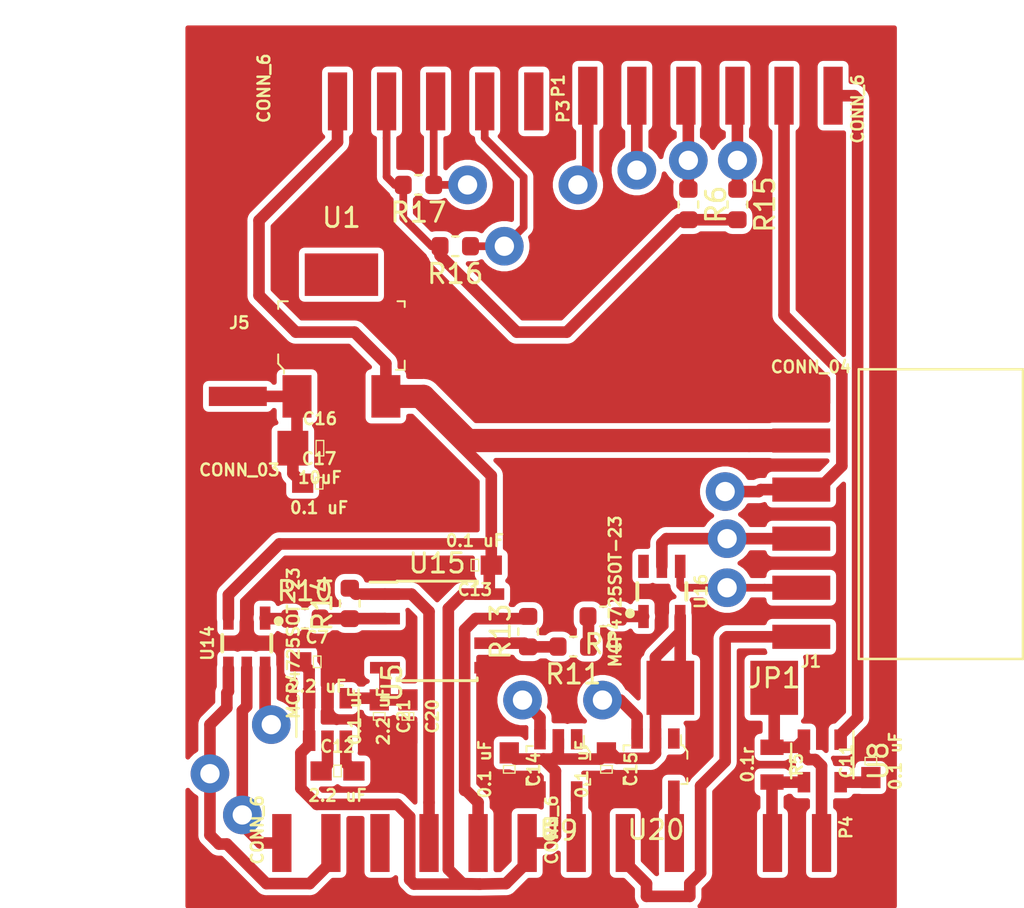
<source format=kicad_pcb>
(kicad_pcb (version 20171130) (host pcbnew 5.1.5+dfsg1-2~bpo9+1)

  (general
    (thickness 1.6)
    (drawings 0)
    (tracks 243)
    (zones 0)
    (modules 35)
    (nets 30)
  )

  (page A4)
  (layers
    (0 F.Cu signal)
    (31 B.Cu signal)
    (32 B.Adhes user)
    (33 F.Adhes user)
    (34 B.Paste user)
    (35 F.Paste user)
    (36 B.SilkS user)
    (37 F.SilkS user)
    (38 B.Mask user)
    (39 F.Mask user)
    (40 Dwgs.User user)
    (41 Cmts.User user)
    (42 Eco1.User user)
    (43 Eco2.User user)
    (44 Edge.Cuts user)
    (45 Margin user)
    (46 B.CrtYd user)
    (47 F.CrtYd user)
    (48 B.Fab user)
    (49 F.Fab user)
  )

  (setup
    (last_trace_width 0.6)
    (user_trace_width 0.3)
    (user_trace_width 0.4)
    (user_trace_width 0.6)
    (user_trace_width 1.2)
    (trace_clearance 0.2)
    (zone_clearance 0.3)
    (zone_45_only no)
    (trace_min 0.2)
    (via_size 0.8)
    (via_drill 0.4)
    (via_min_size 0.4)
    (via_min_drill 0.3)
    (user_via 2 1)
    (uvia_size 0.3)
    (uvia_drill 0.1)
    (uvias_allowed no)
    (uvia_min_size 0.2)
    (uvia_min_drill 0.1)
    (edge_width 0.05)
    (segment_width 0.2)
    (pcb_text_width 0.3)
    (pcb_text_size 1.5 1.5)
    (mod_edge_width 0.12)
    (mod_text_size 1 1)
    (mod_text_width 0.15)
    (pad_size 1.524 1.524)
    (pad_drill 0.762)
    (pad_to_mask_clearance 0.051)
    (solder_mask_min_width 0.25)
    (aux_axis_origin 132.207 87.8586)
    (grid_origin 132.207 87.8586)
    (visible_elements FFFFFF7F)
    (pcbplotparams
      (layerselection 0x00000_7fffffff)
      (usegerberextensions false)
      (usegerberattributes false)
      (usegerberadvancedattributes false)
      (creategerberjobfile false)
      (excludeedgelayer true)
      (linewidth 0.150000)
      (plotframeref false)
      (viasonmask false)
      (mode 1)
      (useauxorigin true)
      (hpglpennumber 1)
      (hpglpenspeed 20)
      (hpglpendiameter 15.000000)
      (psnegative false)
      (psa4output false)
      (plotreference true)
      (plotvalue true)
      (plotinvisibletext false)
      (padsonsilk false)
      (subtractmaskfromsilk false)
      (outputformat 1)
      (mirror false)
      (drillshape 0)
      (scaleselection 1)
      (outputdirectory ""))
  )

  (net 0 "")
  (net 1 GND)
  (net 2 5V)
  (net 3 "Net-(C12-Pad2)")
  (net 4 "Net-(C12-Pad1)")
  (net 5 -5V)
  (net 6 SCL)
  (net 7 SDA)
  (net 8 3.3V)
  (net 9 VCO_POWER_CONTROL_)
  (net 10 Vtune)
  (net 11 AMP_DRAIN_CONTROL_)
  (net 12 AMP_DRAIN_SUPPLY)
  (net 13 AMP_GAIN_CONTROL_)
  (net 14 AMP_GATE_CONTROL_)
  (net 15 "Net-(R11-Pad1)")
  (net 16 "Net-(R4-Pad1)")
  (net 17 ~VCO_POWER_CONTROL)
  (net 18 "Net-(R10-Pad2)")
  (net 19 "Net-(R10-Pad1)")
  (net 20 "Net-(R11-Pad2)")
  (net 21 ~AMP_DRAIN_CONTROL)
  (net 22 12V)
  (net 23 TUNING_DAC_I2C_SELECT)
  (net 24 current_sense_output)
  (net 25 "Net-(U9-Pad1)")
  (net 26 GAIN_DAC_I2C_SELECT)
  (net 27 GATE_DAC_I2C_SELECT)
  (net 28 "Net-(U20-Pad1)")
  (net 29 "Net-(P1-Pad1)")

  (net_class Default "This is the default net class."
    (clearance 0.2)
    (trace_width 0.25)
    (via_dia 0.8)
    (via_drill 0.4)
    (uvia_dia 0.3)
    (uvia_drill 0.1)
    (add_net -5V)
    (add_net 12V)
    (add_net 3.3V)
    (add_net 5V)
    (add_net AMP_DRAIN_CONTROL_)
    (add_net AMP_DRAIN_SUPPLY)
    (add_net AMP_GAIN_CONTROL_)
    (add_net AMP_GATE_CONTROL_)
    (add_net GAIN_DAC_I2C_SELECT)
    (add_net GATE_DAC_I2C_SELECT)
    (add_net GND)
    (add_net "Net-(C12-Pad1)")
    (add_net "Net-(C12-Pad2)")
    (add_net "Net-(P1-Pad1)")
    (add_net "Net-(R10-Pad1)")
    (add_net "Net-(R10-Pad2)")
    (add_net "Net-(R11-Pad1)")
    (add_net "Net-(R11-Pad2)")
    (add_net "Net-(R4-Pad1)")
    (add_net "Net-(U20-Pad1)")
    (add_net "Net-(U9-Pad1)")
    (add_net SCL)
    (add_net SDA)
    (add_net TUNING_DAC_I2C_SELECT)
    (add_net VCO_POWER_CONTROL_)
    (add_net Vtune)
    (add_net current_sense_output)
    (add_net ~AMP_DRAIN_CONTROL)
    (add_net ~VCO_POWER_CONTROL)
  )

  (module Silicon-Standard:SOT23-6 (layer F.Cu) (tedit 5961E542) (tstamp 5F4FE04F)
    (at 150.5204 122.2375 180)
    (descr SOT23-6)
    (tags SOT23-6)
    (path /5FA29A2C)
    (attr smd)
    (fp_text reference U16 (at -2.03 0 90) (layer F.SilkS)
      (effects (font (size 0.6096 0.6096) (thickness 0.127)))
    )
    (fp_text value MCP4725SOT-23 (at 2.413 0 90) (layer F.SilkS)
      (effects (font (size 0.6096 0.6096) (thickness 0.127)))
    )
    (fp_line (start -1.39954 -0.79756) (end -1.39954 0.79756) (layer Dwgs.User) (width 0.1524))
    (fp_line (start 1.39954 -0.79756) (end 1.39954 0.79756) (layer Dwgs.User) (width 0.1524))
    (fp_line (start -1.39954 -0.79756) (end 1.39954 -0.79756) (layer Dwgs.User) (width 0.1524))
    (fp_line (start 1.39954 0.79756) (end -1.39954 0.79756) (layer Dwgs.User) (width 0.1524))
    (fp_line (start 1.27 -0.42926) (end 1.27 0.42926) (layer F.SilkS) (width 0.2032))
    (fp_line (start -1.27 0.42926) (end -1.27 -0.42926) (layer F.SilkS) (width 0.2032))
    (fp_line (start -0.24892 -0.84836) (end -0.24892 -1.4986) (layer Dwgs.User) (width 0.06604))
    (fp_line (start -0.24892 -1.4986) (end 0.24892 -1.4986) (layer Dwgs.User) (width 0.06604))
    (fp_line (start 0.24892 -0.84836) (end 0.24892 -1.4986) (layer Dwgs.User) (width 0.06604))
    (fp_line (start -0.24892 -0.84836) (end 0.24892 -0.84836) (layer Dwgs.User) (width 0.06604))
    (fp_line (start -1.19888 -0.84836) (end -1.19888 -1.4986) (layer Dwgs.User) (width 0.06604))
    (fp_line (start -1.19888 -1.4986) (end -0.6985 -1.4986) (layer Dwgs.User) (width 0.06604))
    (fp_line (start -0.6985 -0.84836) (end -0.6985 -1.4986) (layer Dwgs.User) (width 0.06604))
    (fp_line (start -1.19888 -0.84836) (end -0.6985 -0.84836) (layer Dwgs.User) (width 0.06604))
    (fp_line (start 0.6985 -0.84836) (end 0.6985 -1.4986) (layer Dwgs.User) (width 0.06604))
    (fp_line (start 0.6985 -1.4986) (end 1.19888 -1.4986) (layer Dwgs.User) (width 0.06604))
    (fp_line (start 1.19888 -0.84836) (end 1.19888 -1.4986) (layer Dwgs.User) (width 0.06604))
    (fp_line (start 0.6985 -0.84836) (end 1.19888 -0.84836) (layer Dwgs.User) (width 0.06604))
    (fp_line (start 0.6985 1.4986) (end 0.6985 0.84836) (layer Dwgs.User) (width 0.06604))
    (fp_line (start 0.6985 0.84836) (end 1.19888 0.84836) (layer Dwgs.User) (width 0.06604))
    (fp_line (start 1.19888 1.4986) (end 1.19888 0.84836) (layer Dwgs.User) (width 0.06604))
    (fp_line (start 0.6985 1.4986) (end 1.19888 1.4986) (layer Dwgs.User) (width 0.06604))
    (fp_line (start -0.24892 1.4986) (end -0.24892 0.84836) (layer Dwgs.User) (width 0.06604))
    (fp_line (start -0.24892 0.84836) (end 0.24892 0.84836) (layer Dwgs.User) (width 0.06604))
    (fp_line (start 0.24892 1.4986) (end 0.24892 0.84836) (layer Dwgs.User) (width 0.06604))
    (fp_line (start -0.24892 1.4986) (end 0.24892 1.4986) (layer Dwgs.User) (width 0.06604))
    (fp_line (start -1.19888 1.4986) (end -1.19888 0.84836) (layer Dwgs.User) (width 0.06604))
    (fp_line (start -1.19888 0.84836) (end -0.6985 0.84836) (layer Dwgs.User) (width 0.06604))
    (fp_line (start -0.6985 1.4986) (end -0.6985 0.84836) (layer Dwgs.User) (width 0.06604))
    (fp_line (start -1.19888 1.4986) (end -0.6985 1.4986) (layer Dwgs.User) (width 0.06604))
    (fp_circle (center 1.651 -1.143) (end 1.778 -1.143) (layer F.SilkS) (width 0.254))
    (pad 6 smd rect (at 0.94996 1.29794 180) (size 0.54864 1.19888) (layers F.Cu F.Paste F.Mask)
      (net 27 GATE_DAC_I2C_SELECT) (solder_mask_margin 0.1016))
    (pad 5 smd rect (at 0 1.29794 180) (size 0.54864 1.19888) (layers F.Cu F.Paste F.Mask)
      (net 6 SCL) (solder_mask_margin 0.1016))
    (pad 4 smd rect (at -0.94996 1.29794 180) (size 0.54864 1.19888) (layers F.Cu F.Paste F.Mask)
      (net 7 SDA) (solder_mask_margin 0.1016))
    (pad 3 smd rect (at -0.94996 -1.29794 180) (size 0.54864 1.19888) (layers F.Cu F.Paste F.Mask)
      (net 2 5V) (solder_mask_margin 0.1016))
    (pad 2 smd rect (at 0 -1.29794) (size 0.54864 1.19888) (layers F.Cu F.Paste F.Mask)
      (net 1 GND) (solder_mask_margin 0.1016))
    (pad 1 smd rect (at 0.94996 -1.29794 180) (size 0.54864 1.19888) (layers F.Cu F.Paste F.Mask)
      (net 16 "Net-(R4-Pad1)") (solder_mask_margin 0.1016))
  )

  (module Silicon-Standard:SOT23-6 (layer F.Cu) (tedit 5961E542) (tstamp 5F4FE009)
    (at 129.032001 124.9172)
    (descr SOT23-6)
    (tags SOT23-6)
    (path /5F930B85)
    (attr smd)
    (fp_text reference U14 (at -2.03 0 90) (layer F.SilkS)
      (effects (font (size 0.6096 0.6096) (thickness 0.127)))
    )
    (fp_text value MCP4725SOT-23 (at 2.413 0 90) (layer F.SilkS)
      (effects (font (size 0.6096 0.6096) (thickness 0.127)))
    )
    (fp_line (start -1.39954 -0.79756) (end -1.39954 0.79756) (layer Dwgs.User) (width 0.1524))
    (fp_line (start 1.39954 -0.79756) (end 1.39954 0.79756) (layer Dwgs.User) (width 0.1524))
    (fp_line (start -1.39954 -0.79756) (end 1.39954 -0.79756) (layer Dwgs.User) (width 0.1524))
    (fp_line (start 1.39954 0.79756) (end -1.39954 0.79756) (layer Dwgs.User) (width 0.1524))
    (fp_line (start 1.27 -0.42926) (end 1.27 0.42926) (layer F.SilkS) (width 0.2032))
    (fp_line (start -1.27 0.42926) (end -1.27 -0.42926) (layer F.SilkS) (width 0.2032))
    (fp_line (start -0.24892 -0.84836) (end -0.24892 -1.4986) (layer Dwgs.User) (width 0.06604))
    (fp_line (start -0.24892 -1.4986) (end 0.24892 -1.4986) (layer Dwgs.User) (width 0.06604))
    (fp_line (start 0.24892 -0.84836) (end 0.24892 -1.4986) (layer Dwgs.User) (width 0.06604))
    (fp_line (start -0.24892 -0.84836) (end 0.24892 -0.84836) (layer Dwgs.User) (width 0.06604))
    (fp_line (start -1.19888 -0.84836) (end -1.19888 -1.4986) (layer Dwgs.User) (width 0.06604))
    (fp_line (start -1.19888 -1.4986) (end -0.6985 -1.4986) (layer Dwgs.User) (width 0.06604))
    (fp_line (start -0.6985 -0.84836) (end -0.6985 -1.4986) (layer Dwgs.User) (width 0.06604))
    (fp_line (start -1.19888 -0.84836) (end -0.6985 -0.84836) (layer Dwgs.User) (width 0.06604))
    (fp_line (start 0.6985 -0.84836) (end 0.6985 -1.4986) (layer Dwgs.User) (width 0.06604))
    (fp_line (start 0.6985 -1.4986) (end 1.19888 -1.4986) (layer Dwgs.User) (width 0.06604))
    (fp_line (start 1.19888 -0.84836) (end 1.19888 -1.4986) (layer Dwgs.User) (width 0.06604))
    (fp_line (start 0.6985 -0.84836) (end 1.19888 -0.84836) (layer Dwgs.User) (width 0.06604))
    (fp_line (start 0.6985 1.4986) (end 0.6985 0.84836) (layer Dwgs.User) (width 0.06604))
    (fp_line (start 0.6985 0.84836) (end 1.19888 0.84836) (layer Dwgs.User) (width 0.06604))
    (fp_line (start 1.19888 1.4986) (end 1.19888 0.84836) (layer Dwgs.User) (width 0.06604))
    (fp_line (start 0.6985 1.4986) (end 1.19888 1.4986) (layer Dwgs.User) (width 0.06604))
    (fp_line (start -0.24892 1.4986) (end -0.24892 0.84836) (layer Dwgs.User) (width 0.06604))
    (fp_line (start -0.24892 0.84836) (end 0.24892 0.84836) (layer Dwgs.User) (width 0.06604))
    (fp_line (start 0.24892 1.4986) (end 0.24892 0.84836) (layer Dwgs.User) (width 0.06604))
    (fp_line (start -0.24892 1.4986) (end 0.24892 1.4986) (layer Dwgs.User) (width 0.06604))
    (fp_line (start -1.19888 1.4986) (end -1.19888 0.84836) (layer Dwgs.User) (width 0.06604))
    (fp_line (start -1.19888 0.84836) (end -0.6985 0.84836) (layer Dwgs.User) (width 0.06604))
    (fp_line (start -0.6985 1.4986) (end -0.6985 0.84836) (layer Dwgs.User) (width 0.06604))
    (fp_line (start -1.19888 1.4986) (end -0.6985 1.4986) (layer Dwgs.User) (width 0.06604))
    (fp_circle (center 1.651 -1.143) (end 1.778 -1.143) (layer F.SilkS) (width 0.254))
    (pad 6 smd rect (at 0.94996 1.29794) (size 0.54864 1.19888) (layers F.Cu F.Paste F.Mask)
      (net 26 GAIN_DAC_I2C_SELECT) (solder_mask_margin 0.1016))
    (pad 5 smd rect (at 0 1.29794) (size 0.54864 1.19888) (layers F.Cu F.Paste F.Mask)
      (net 6 SCL) (solder_mask_margin 0.1016))
    (pad 4 smd rect (at -0.94996 1.29794) (size 0.54864 1.19888) (layers F.Cu F.Paste F.Mask)
      (net 7 SDA) (solder_mask_margin 0.1016))
    (pad 3 smd rect (at -0.94996 -1.29794) (size 0.54864 1.19888) (layers F.Cu F.Paste F.Mask)
      (net 2 5V) (solder_mask_margin 0.1016))
    (pad 2 smd rect (at 0 -1.29794 180) (size 0.54864 1.19888) (layers F.Cu F.Paste F.Mask)
      (net 1 GND) (solder_mask_margin 0.1016))
    (pad 1 smd rect (at 0.94996 -1.29794) (size 0.54864 1.19888) (layers F.Cu F.Paste F.Mask)
      (net 19 "Net-(R10-Pad1)") (solder_mask_margin 0.1016))
  )

  (module Capacitors:0805 (layer F.Cu) (tedit 200000) (tstamp 5F4FDED1)
    (at 156.2227 131.20624 270)
    (descr "GENERIC 2012 (0805) PACKAGE")
    (tags "GENERIC 2012 (0805) PACKAGE")
    (path /5F62017A)
    (attr smd)
    (fp_text reference R5 (at 0 -1.27 90) (layer F.SilkS)
      (effects (font (size 0.6096 0.6096) (thickness 0.127)))
    )
    (fp_text value 0.1r (at 0 1.27 90) (layer F.SilkS)
      (effects (font (size 0.6096 0.6096) (thickness 0.127)))
    )
    (fp_line (start -1.4986 0.79756) (end -1.4986 -0.79756) (layer F.CrtYd) (width 0.0508))
    (fp_line (start 1.4986 0.79756) (end -1.4986 0.79756) (layer F.CrtYd) (width 0.0508))
    (fp_line (start 1.4986 -0.79756) (end 1.4986 0.79756) (layer F.CrtYd) (width 0.0508))
    (fp_line (start -1.4986 -0.79756) (end 1.4986 -0.79756) (layer F.CrtYd) (width 0.0508))
    (pad 2 smd rect (at 0.89916 0 270) (size 0.79756 1.19888) (layers F.Cu F.Paste F.Mask)
      (net 12 AMP_DRAIN_SUPPLY) (solder_mask_margin 0.1016))
    (pad 1 smd rect (at -0.89916 0 270) (size 0.79756 1.19888) (layers F.Cu F.Paste F.Mask)
      (net 2 5V) (solder_mask_margin 0.1016))
  )

  (module Capacitors:0603 (layer F.Cu) (tedit 596180EF) (tstamp 5F4FDE35)
    (at 135.89 128.7018 270)
    (descr "GENERIC 1608 (0603) PACKAGE")
    (tags "GENERIC 1608 (0603) PACKAGE")
    (path /5FBFCB80)
    (attr smd)
    (fp_text reference C21 (at 0 -1.27 90) (layer F.SilkS)
      (effects (font (size 0.6096 0.6096) (thickness 0.127)))
    )
    (fp_text value "0.1 uF" (at 0 1.27 90) (layer F.SilkS)
      (effects (font (size 0.6096 0.6096) (thickness 0.127)))
    )
    (fp_line (start -0.3556 0.41656) (end 0.3556 0.41656) (layer Dwgs.User) (width 0.1016))
    (fp_line (start -0.3556 -0.4318) (end 0.3556 -0.4318) (layer Dwgs.User) (width 0.1016))
    (fp_line (start -1.59766 0.6985) (end -1.59766 -0.6985) (layer F.CrtYd) (width 0.0508))
    (fp_line (start 1.59766 0.6985) (end -1.59766 0.6985) (layer F.CrtYd) (width 0.0508))
    (fp_line (start 1.59766 -0.6985) (end 1.59766 0.6985) (layer F.CrtYd) (width 0.0508))
    (fp_line (start -1.59766 -0.6985) (end 1.59766 -0.6985) (layer F.CrtYd) (width 0.0508))
    (fp_line (start -0.19812 0.29972) (end -0.19812 -0.29972) (layer F.SilkS) (width 0.06604))
    (fp_line (start -0.19812 -0.29972) (end 0.19812 -0.29972) (layer F.SilkS) (width 0.06604))
    (fp_line (start 0.19812 0.29972) (end 0.19812 -0.29972) (layer F.SilkS) (width 0.06604))
    (fp_line (start -0.19812 0.29972) (end 0.19812 0.29972) (layer F.SilkS) (width 0.06604))
    (fp_line (start 0.3302 0.4699) (end 0.3302 -0.48006) (layer Dwgs.User) (width 0.06604))
    (fp_line (start 0.3302 -0.48006) (end 0.82804 -0.48006) (layer Dwgs.User) (width 0.06604))
    (fp_line (start 0.82804 0.4699) (end 0.82804 -0.48006) (layer Dwgs.User) (width 0.06604))
    (fp_line (start 0.3302 0.4699) (end 0.82804 0.4699) (layer Dwgs.User) (width 0.06604))
    (fp_line (start -0.8382 0.4699) (end -0.8382 -0.48006) (layer Dwgs.User) (width 0.06604))
    (fp_line (start -0.8382 -0.48006) (end -0.33782 -0.48006) (layer Dwgs.User) (width 0.06604))
    (fp_line (start -0.33782 0.4699) (end -0.33782 -0.48006) (layer Dwgs.User) (width 0.06604))
    (fp_line (start -0.8382 0.4699) (end -0.33782 0.4699) (layer Dwgs.User) (width 0.06604))
    (pad 2 smd rect (at 0.84836 0 270) (size 1.09982 0.99822) (layers F.Cu F.Paste F.Mask)
      (net 1 GND) (solder_mask_margin 0.1016))
    (pad 1 smd rect (at -0.84836 0 270) (size 1.09982 0.99822) (layers F.Cu F.Paste F.Mask)
      (net 5 -5V) (solder_mask_margin 0.1016))
  )

  (module Capacitors:0603 (layer F.Cu) (tedit 596180EF) (tstamp 5F4FDE1D)
    (at 137.3759 128.7018 270)
    (descr "GENERIC 1608 (0603) PACKAGE")
    (tags "GENERIC 1608 (0603) PACKAGE")
    (path /5FBFA81D)
    (attr smd)
    (fp_text reference C20 (at 0 -1.27 90) (layer F.SilkS)
      (effects (font (size 0.6096 0.6096) (thickness 0.127)))
    )
    (fp_text value "2.2 uF" (at 0 1.27 90) (layer F.SilkS)
      (effects (font (size 0.6096 0.6096) (thickness 0.127)))
    )
    (fp_line (start -0.3556 0.41656) (end 0.3556 0.41656) (layer Dwgs.User) (width 0.1016))
    (fp_line (start -0.3556 -0.4318) (end 0.3556 -0.4318) (layer Dwgs.User) (width 0.1016))
    (fp_line (start -1.59766 0.6985) (end -1.59766 -0.6985) (layer F.CrtYd) (width 0.0508))
    (fp_line (start 1.59766 0.6985) (end -1.59766 0.6985) (layer F.CrtYd) (width 0.0508))
    (fp_line (start 1.59766 -0.6985) (end 1.59766 0.6985) (layer F.CrtYd) (width 0.0508))
    (fp_line (start -1.59766 -0.6985) (end 1.59766 -0.6985) (layer F.CrtYd) (width 0.0508))
    (fp_line (start -0.19812 0.29972) (end -0.19812 -0.29972) (layer F.SilkS) (width 0.06604))
    (fp_line (start -0.19812 -0.29972) (end 0.19812 -0.29972) (layer F.SilkS) (width 0.06604))
    (fp_line (start 0.19812 0.29972) (end 0.19812 -0.29972) (layer F.SilkS) (width 0.06604))
    (fp_line (start -0.19812 0.29972) (end 0.19812 0.29972) (layer F.SilkS) (width 0.06604))
    (fp_line (start 0.3302 0.4699) (end 0.3302 -0.48006) (layer Dwgs.User) (width 0.06604))
    (fp_line (start 0.3302 -0.48006) (end 0.82804 -0.48006) (layer Dwgs.User) (width 0.06604))
    (fp_line (start 0.82804 0.4699) (end 0.82804 -0.48006) (layer Dwgs.User) (width 0.06604))
    (fp_line (start 0.3302 0.4699) (end 0.82804 0.4699) (layer Dwgs.User) (width 0.06604))
    (fp_line (start -0.8382 0.4699) (end -0.8382 -0.48006) (layer Dwgs.User) (width 0.06604))
    (fp_line (start -0.8382 -0.48006) (end -0.33782 -0.48006) (layer Dwgs.User) (width 0.06604))
    (fp_line (start -0.33782 0.4699) (end -0.33782 -0.48006) (layer Dwgs.User) (width 0.06604))
    (fp_line (start -0.8382 0.4699) (end -0.33782 0.4699) (layer Dwgs.User) (width 0.06604))
    (pad 2 smd rect (at 0.84836 0 270) (size 1.09982 0.99822) (layers F.Cu F.Paste F.Mask)
      (net 1 GND) (solder_mask_margin 0.1016))
    (pad 1 smd rect (at -0.84836 0 270) (size 1.09982 0.99822) (layers F.Cu F.Paste F.Mask)
      (net 5 -5V) (solder_mask_margin 0.1016))
  )

  (module Capacitors:0603 (layer F.Cu) (tedit 596180EF) (tstamp 5F4FDE05)
    (at 132.77596 116.6368)
    (descr "GENERIC 1608 (0603) PACKAGE")
    (tags "GENERIC 1608 (0603) PACKAGE")
    (path /607DDE85)
    (attr smd)
    (fp_text reference C17 (at 0 -1.27) (layer F.SilkS)
      (effects (font (size 0.6096 0.6096) (thickness 0.127)))
    )
    (fp_text value "0.1 uF" (at 0 1.27) (layer F.SilkS)
      (effects (font (size 0.6096 0.6096) (thickness 0.127)))
    )
    (fp_line (start -0.3556 0.41656) (end 0.3556 0.41656) (layer Dwgs.User) (width 0.1016))
    (fp_line (start -0.3556 -0.4318) (end 0.3556 -0.4318) (layer Dwgs.User) (width 0.1016))
    (fp_line (start -1.59766 0.6985) (end -1.59766 -0.6985) (layer F.CrtYd) (width 0.0508))
    (fp_line (start 1.59766 0.6985) (end -1.59766 0.6985) (layer F.CrtYd) (width 0.0508))
    (fp_line (start 1.59766 -0.6985) (end 1.59766 0.6985) (layer F.CrtYd) (width 0.0508))
    (fp_line (start -1.59766 -0.6985) (end 1.59766 -0.6985) (layer F.CrtYd) (width 0.0508))
    (fp_line (start -0.19812 0.29972) (end -0.19812 -0.29972) (layer F.SilkS) (width 0.06604))
    (fp_line (start -0.19812 -0.29972) (end 0.19812 -0.29972) (layer F.SilkS) (width 0.06604))
    (fp_line (start 0.19812 0.29972) (end 0.19812 -0.29972) (layer F.SilkS) (width 0.06604))
    (fp_line (start -0.19812 0.29972) (end 0.19812 0.29972) (layer F.SilkS) (width 0.06604))
    (fp_line (start 0.3302 0.4699) (end 0.3302 -0.48006) (layer Dwgs.User) (width 0.06604))
    (fp_line (start 0.3302 -0.48006) (end 0.82804 -0.48006) (layer Dwgs.User) (width 0.06604))
    (fp_line (start 0.82804 0.4699) (end 0.82804 -0.48006) (layer Dwgs.User) (width 0.06604))
    (fp_line (start 0.3302 0.4699) (end 0.82804 0.4699) (layer Dwgs.User) (width 0.06604))
    (fp_line (start -0.8382 0.4699) (end -0.8382 -0.48006) (layer Dwgs.User) (width 0.06604))
    (fp_line (start -0.8382 -0.48006) (end -0.33782 -0.48006) (layer Dwgs.User) (width 0.06604))
    (fp_line (start -0.33782 0.4699) (end -0.33782 -0.48006) (layer Dwgs.User) (width 0.06604))
    (fp_line (start -0.8382 0.4699) (end -0.33782 0.4699) (layer Dwgs.User) (width 0.06604))
    (pad 2 smd rect (at 0.84836 0) (size 1.09982 0.99822) (layers F.Cu F.Paste F.Mask)
      (net 1 GND) (solder_mask_margin 0.1016))
    (pad 1 smd rect (at -0.84836 0) (size 1.09982 0.99822) (layers F.Cu F.Paste F.Mask)
      (net 22 12V) (solder_mask_margin 0.1016))
  )

  (module Capacitors:1206 (layer F.Cu) (tedit 200000) (tstamp 5F4FDDED)
    (at 132.8198 114.82342)
    (descr "GENERIC 3216 (1206) PACKAGE")
    (tags "GENERIC 3216 (1206) PACKAGE")
    (path /607DDE7E)
    (attr smd)
    (fp_text reference C16 (at 0 -1.524) (layer F.SilkS)
      (effects (font (size 0.6096 0.6096) (thickness 0.127)))
    )
    (fp_text value 10uF (at 0 1.524) (layer F.SilkS)
      (effects (font (size 0.6096 0.6096) (thickness 0.127)))
    )
    (fp_line (start -0.96266 0.78486) (end 0.96266 0.78486) (layer Dwgs.User) (width 0.1016))
    (fp_line (start -0.96266 -0.78486) (end 0.96266 -0.78486) (layer Dwgs.User) (width 0.1016))
    (fp_line (start 2.39776 -1.09982) (end 2.39776 1.09982) (layer F.CrtYd) (width 0.0508))
    (fp_line (start -2.39776 1.09982) (end -2.39776 -1.09982) (layer F.CrtYd) (width 0.0508))
    (fp_line (start 2.39776 1.09982) (end -2.39776 1.09982) (layer F.CrtYd) (width 0.0508))
    (fp_line (start -2.39776 -1.09982) (end 2.39776 -1.09982) (layer F.CrtYd) (width 0.0508))
    (fp_line (start -0.19812 0.39878) (end -0.19812 -0.39878) (layer F.SilkS) (width 0.06604))
    (fp_line (start -0.19812 -0.39878) (end 0.19812 -0.39878) (layer F.SilkS) (width 0.06604))
    (fp_line (start 0.19812 0.39878) (end 0.19812 -0.39878) (layer F.SilkS) (width 0.06604))
    (fp_line (start -0.19812 0.39878) (end 0.19812 0.39878) (layer F.SilkS) (width 0.06604))
    (fp_line (start 0.94996 0.84836) (end 0.94996 -0.8509) (layer Dwgs.User) (width 0.06604))
    (fp_line (start 0.94996 -0.8509) (end 1.7018 -0.8509) (layer Dwgs.User) (width 0.06604))
    (fp_line (start 1.7018 0.84836) (end 1.7018 -0.8509) (layer Dwgs.User) (width 0.06604))
    (fp_line (start 0.94996 0.84836) (end 1.7018 0.84836) (layer Dwgs.User) (width 0.06604))
    (fp_line (start -1.7018 0.8509) (end -1.7018 -0.84836) (layer Dwgs.User) (width 0.06604))
    (fp_line (start -1.7018 -0.84836) (end -0.94996 -0.84836) (layer Dwgs.User) (width 0.06604))
    (fp_line (start -0.94996 0.8509) (end -0.94996 -0.84836) (layer Dwgs.User) (width 0.06604))
    (fp_line (start -1.7018 0.8509) (end -0.94996 0.8509) (layer Dwgs.User) (width 0.06604))
    (pad 2 smd rect (at 1.39954 0) (size 1.59766 1.79832) (layers F.Cu F.Paste F.Mask)
      (net 1 GND) (solder_mask_margin 0.1016))
    (pad 1 smd rect (at -1.39954 0) (size 1.59766 1.79832) (layers F.Cu F.Paste F.Mask)
      (net 22 12V) (solder_mask_margin 0.1016))
  )

  (module Capacitors:0603 (layer F.Cu) (tedit 596180EF) (tstamp 5F4FDDD5)
    (at 147.6502 131.445 270)
    (descr "GENERIC 1608 (0603) PACKAGE")
    (tags "GENERIC 1608 (0603) PACKAGE")
    (path /607994DD)
    (attr smd)
    (fp_text reference C15 (at 0 -1.27 90) (layer F.SilkS)
      (effects (font (size 0.6096 0.6096) (thickness 0.127)))
    )
    (fp_text value "0.1 uF" (at 0 1.27 90) (layer F.SilkS)
      (effects (font (size 0.6096 0.6096) (thickness 0.127)))
    )
    (fp_line (start -0.3556 0.41656) (end 0.3556 0.41656) (layer Dwgs.User) (width 0.1016))
    (fp_line (start -0.3556 -0.4318) (end 0.3556 -0.4318) (layer Dwgs.User) (width 0.1016))
    (fp_line (start -1.59766 0.6985) (end -1.59766 -0.6985) (layer F.CrtYd) (width 0.0508))
    (fp_line (start 1.59766 0.6985) (end -1.59766 0.6985) (layer F.CrtYd) (width 0.0508))
    (fp_line (start 1.59766 -0.6985) (end 1.59766 0.6985) (layer F.CrtYd) (width 0.0508))
    (fp_line (start -1.59766 -0.6985) (end 1.59766 -0.6985) (layer F.CrtYd) (width 0.0508))
    (fp_line (start -0.19812 0.29972) (end -0.19812 -0.29972) (layer F.SilkS) (width 0.06604))
    (fp_line (start -0.19812 -0.29972) (end 0.19812 -0.29972) (layer F.SilkS) (width 0.06604))
    (fp_line (start 0.19812 0.29972) (end 0.19812 -0.29972) (layer F.SilkS) (width 0.06604))
    (fp_line (start -0.19812 0.29972) (end 0.19812 0.29972) (layer F.SilkS) (width 0.06604))
    (fp_line (start 0.3302 0.4699) (end 0.3302 -0.48006) (layer Dwgs.User) (width 0.06604))
    (fp_line (start 0.3302 -0.48006) (end 0.82804 -0.48006) (layer Dwgs.User) (width 0.06604))
    (fp_line (start 0.82804 0.4699) (end 0.82804 -0.48006) (layer Dwgs.User) (width 0.06604))
    (fp_line (start 0.3302 0.4699) (end 0.82804 0.4699) (layer Dwgs.User) (width 0.06604))
    (fp_line (start -0.8382 0.4699) (end -0.8382 -0.48006) (layer Dwgs.User) (width 0.06604))
    (fp_line (start -0.8382 -0.48006) (end -0.33782 -0.48006) (layer Dwgs.User) (width 0.06604))
    (fp_line (start -0.33782 0.4699) (end -0.33782 -0.48006) (layer Dwgs.User) (width 0.06604))
    (fp_line (start -0.8382 0.4699) (end -0.33782 0.4699) (layer Dwgs.User) (width 0.06604))
    (pad 2 smd rect (at 0.84836 0 270) (size 1.09982 0.99822) (layers F.Cu F.Paste F.Mask)
      (net 1 GND) (solder_mask_margin 0.1016))
    (pad 1 smd rect (at -0.84836 0 270) (size 1.09982 0.99822) (layers F.Cu F.Paste F.Mask)
      (net 2 5V) (solder_mask_margin 0.1016))
  )

  (module Capacitors:0603 (layer F.Cu) (tedit 596180EF) (tstamp 5F4FDDBD)
    (at 142.621 131.445 270)
    (descr "GENERIC 1608 (0603) PACKAGE")
    (tags "GENERIC 1608 (0603) PACKAGE")
    (path /60790017)
    (attr smd)
    (fp_text reference C14 (at 0 -1.27 90) (layer F.SilkS)
      (effects (font (size 0.6096 0.6096) (thickness 0.127)))
    )
    (fp_text value "0.1 uF" (at 0 1.27 90) (layer F.SilkS)
      (effects (font (size 0.6096 0.6096) (thickness 0.127)))
    )
    (fp_line (start -0.3556 0.41656) (end 0.3556 0.41656) (layer Dwgs.User) (width 0.1016))
    (fp_line (start -0.3556 -0.4318) (end 0.3556 -0.4318) (layer Dwgs.User) (width 0.1016))
    (fp_line (start -1.59766 0.6985) (end -1.59766 -0.6985) (layer F.CrtYd) (width 0.0508))
    (fp_line (start 1.59766 0.6985) (end -1.59766 0.6985) (layer F.CrtYd) (width 0.0508))
    (fp_line (start 1.59766 -0.6985) (end 1.59766 0.6985) (layer F.CrtYd) (width 0.0508))
    (fp_line (start -1.59766 -0.6985) (end 1.59766 -0.6985) (layer F.CrtYd) (width 0.0508))
    (fp_line (start -0.19812 0.29972) (end -0.19812 -0.29972) (layer F.SilkS) (width 0.06604))
    (fp_line (start -0.19812 -0.29972) (end 0.19812 -0.29972) (layer F.SilkS) (width 0.06604))
    (fp_line (start 0.19812 0.29972) (end 0.19812 -0.29972) (layer F.SilkS) (width 0.06604))
    (fp_line (start -0.19812 0.29972) (end 0.19812 0.29972) (layer F.SilkS) (width 0.06604))
    (fp_line (start 0.3302 0.4699) (end 0.3302 -0.48006) (layer Dwgs.User) (width 0.06604))
    (fp_line (start 0.3302 -0.48006) (end 0.82804 -0.48006) (layer Dwgs.User) (width 0.06604))
    (fp_line (start 0.82804 0.4699) (end 0.82804 -0.48006) (layer Dwgs.User) (width 0.06604))
    (fp_line (start 0.3302 0.4699) (end 0.82804 0.4699) (layer Dwgs.User) (width 0.06604))
    (fp_line (start -0.8382 0.4699) (end -0.8382 -0.48006) (layer Dwgs.User) (width 0.06604))
    (fp_line (start -0.8382 -0.48006) (end -0.33782 -0.48006) (layer Dwgs.User) (width 0.06604))
    (fp_line (start -0.33782 0.4699) (end -0.33782 -0.48006) (layer Dwgs.User) (width 0.06604))
    (fp_line (start -0.8382 0.4699) (end -0.33782 0.4699) (layer Dwgs.User) (width 0.06604))
    (pad 2 smd rect (at 0.84836 0 270) (size 1.09982 0.99822) (layers F.Cu F.Paste F.Mask)
      (net 1 GND) (solder_mask_margin 0.1016))
    (pad 1 smd rect (at -0.84836 0 270) (size 1.09982 0.99822) (layers F.Cu F.Paste F.Mask)
      (net 2 5V) (solder_mask_margin 0.1016))
  )

  (module Capacitors:0603 (layer F.Cu) (tedit 596180EF) (tstamp 5F505D39)
    (at 140.843 120.8786 180)
    (descr "GENERIC 1608 (0603) PACKAGE")
    (tags "GENERIC 1608 (0603) PACKAGE")
    (path /6075B561)
    (attr smd)
    (fp_text reference C13 (at 0 -1.27) (layer F.SilkS)
      (effects (font (size 0.6096 0.6096) (thickness 0.127)))
    )
    (fp_text value "0.1 uF" (at 0 1.27) (layer F.SilkS)
      (effects (font (size 0.6096 0.6096) (thickness 0.127)))
    )
    (fp_line (start -0.3556 0.41656) (end 0.3556 0.41656) (layer Dwgs.User) (width 0.1016))
    (fp_line (start -0.3556 -0.4318) (end 0.3556 -0.4318) (layer Dwgs.User) (width 0.1016))
    (fp_line (start -1.59766 0.6985) (end -1.59766 -0.6985) (layer F.CrtYd) (width 0.0508))
    (fp_line (start 1.59766 0.6985) (end -1.59766 0.6985) (layer F.CrtYd) (width 0.0508))
    (fp_line (start 1.59766 -0.6985) (end 1.59766 0.6985) (layer F.CrtYd) (width 0.0508))
    (fp_line (start -1.59766 -0.6985) (end 1.59766 -0.6985) (layer F.CrtYd) (width 0.0508))
    (fp_line (start -0.19812 0.29972) (end -0.19812 -0.29972) (layer F.SilkS) (width 0.06604))
    (fp_line (start -0.19812 -0.29972) (end 0.19812 -0.29972) (layer F.SilkS) (width 0.06604))
    (fp_line (start 0.19812 0.29972) (end 0.19812 -0.29972) (layer F.SilkS) (width 0.06604))
    (fp_line (start -0.19812 0.29972) (end 0.19812 0.29972) (layer F.SilkS) (width 0.06604))
    (fp_line (start 0.3302 0.4699) (end 0.3302 -0.48006) (layer Dwgs.User) (width 0.06604))
    (fp_line (start 0.3302 -0.48006) (end 0.82804 -0.48006) (layer Dwgs.User) (width 0.06604))
    (fp_line (start 0.82804 0.4699) (end 0.82804 -0.48006) (layer Dwgs.User) (width 0.06604))
    (fp_line (start 0.3302 0.4699) (end 0.82804 0.4699) (layer Dwgs.User) (width 0.06604))
    (fp_line (start -0.8382 0.4699) (end -0.8382 -0.48006) (layer Dwgs.User) (width 0.06604))
    (fp_line (start -0.8382 -0.48006) (end -0.33782 -0.48006) (layer Dwgs.User) (width 0.06604))
    (fp_line (start -0.33782 0.4699) (end -0.33782 -0.48006) (layer Dwgs.User) (width 0.06604))
    (fp_line (start -0.8382 0.4699) (end -0.33782 0.4699) (layer Dwgs.User) (width 0.06604))
    (pad 2 smd rect (at 0.84836 0 180) (size 1.09982 0.99822) (layers F.Cu F.Paste F.Mask)
      (net 1 GND) (solder_mask_margin 0.1016))
    (pad 1 smd rect (at -0.84836 0 180) (size 1.09982 0.99822) (layers F.Cu F.Paste F.Mask)
      (net 2 5V) (solder_mask_margin 0.1016))
  )

  (module Capacitors:0603 (layer F.Cu) (tedit 596180EF) (tstamp 5F4FDD8D)
    (at 133.731 131.533901)
    (descr "GENERIC 1608 (0603) PACKAGE")
    (tags "GENERIC 1608 (0603) PACKAGE")
    (path /5FB3EF8D)
    (attr smd)
    (fp_text reference C12 (at 0 -1.27) (layer F.SilkS)
      (effects (font (size 0.6096 0.6096) (thickness 0.127)))
    )
    (fp_text value "2.2 uF" (at 0 1.27) (layer F.SilkS)
      (effects (font (size 0.6096 0.6096) (thickness 0.127)))
    )
    (fp_line (start -0.3556 0.41656) (end 0.3556 0.41656) (layer Dwgs.User) (width 0.1016))
    (fp_line (start -0.3556 -0.4318) (end 0.3556 -0.4318) (layer Dwgs.User) (width 0.1016))
    (fp_line (start -1.59766 0.6985) (end -1.59766 -0.6985) (layer F.CrtYd) (width 0.0508))
    (fp_line (start 1.59766 0.6985) (end -1.59766 0.6985) (layer F.CrtYd) (width 0.0508))
    (fp_line (start 1.59766 -0.6985) (end 1.59766 0.6985) (layer F.CrtYd) (width 0.0508))
    (fp_line (start -1.59766 -0.6985) (end 1.59766 -0.6985) (layer F.CrtYd) (width 0.0508))
    (fp_line (start -0.19812 0.29972) (end -0.19812 -0.29972) (layer F.SilkS) (width 0.06604))
    (fp_line (start -0.19812 -0.29972) (end 0.19812 -0.29972) (layer F.SilkS) (width 0.06604))
    (fp_line (start 0.19812 0.29972) (end 0.19812 -0.29972) (layer F.SilkS) (width 0.06604))
    (fp_line (start -0.19812 0.29972) (end 0.19812 0.29972) (layer F.SilkS) (width 0.06604))
    (fp_line (start 0.3302 0.4699) (end 0.3302 -0.48006) (layer Dwgs.User) (width 0.06604))
    (fp_line (start 0.3302 -0.48006) (end 0.82804 -0.48006) (layer Dwgs.User) (width 0.06604))
    (fp_line (start 0.82804 0.4699) (end 0.82804 -0.48006) (layer Dwgs.User) (width 0.06604))
    (fp_line (start 0.3302 0.4699) (end 0.82804 0.4699) (layer Dwgs.User) (width 0.06604))
    (fp_line (start -0.8382 0.4699) (end -0.8382 -0.48006) (layer Dwgs.User) (width 0.06604))
    (fp_line (start -0.8382 -0.48006) (end -0.33782 -0.48006) (layer Dwgs.User) (width 0.06604))
    (fp_line (start -0.33782 0.4699) (end -0.33782 -0.48006) (layer Dwgs.User) (width 0.06604))
    (fp_line (start -0.8382 0.4699) (end -0.33782 0.4699) (layer Dwgs.User) (width 0.06604))
    (pad 2 smd rect (at 0.84836 0) (size 1.09982 0.99822) (layers F.Cu F.Paste F.Mask)
      (net 3 "Net-(C12-Pad2)") (solder_mask_margin 0.1016))
    (pad 1 smd rect (at -0.84836 0) (size 1.09982 0.99822) (layers F.Cu F.Paste F.Mask)
      (net 4 "Net-(C12-Pad1)") (solder_mask_margin 0.1016))
  )

  (module Capacitors:0603 (layer F.Cu) (tedit 596180EF) (tstamp 5F4FDD75)
    (at 161.3408 131.0259 90)
    (descr "GENERIC 1608 (0603) PACKAGE")
    (tags "GENERIC 1608 (0603) PACKAGE")
    (path /60717C1D)
    (attr smd)
    (fp_text reference C11 (at 0 -1.27 90) (layer F.SilkS)
      (effects (font (size 0.6096 0.6096) (thickness 0.127)))
    )
    (fp_text value "0.1 uF" (at 0 1.27 90) (layer F.SilkS)
      (effects (font (size 0.6096 0.6096) (thickness 0.127)))
    )
    (fp_line (start -0.3556 0.41656) (end 0.3556 0.41656) (layer Dwgs.User) (width 0.1016))
    (fp_line (start -0.3556 -0.4318) (end 0.3556 -0.4318) (layer Dwgs.User) (width 0.1016))
    (fp_line (start -1.59766 0.6985) (end -1.59766 -0.6985) (layer F.CrtYd) (width 0.0508))
    (fp_line (start 1.59766 0.6985) (end -1.59766 0.6985) (layer F.CrtYd) (width 0.0508))
    (fp_line (start 1.59766 -0.6985) (end 1.59766 0.6985) (layer F.CrtYd) (width 0.0508))
    (fp_line (start -1.59766 -0.6985) (end 1.59766 -0.6985) (layer F.CrtYd) (width 0.0508))
    (fp_line (start -0.19812 0.29972) (end -0.19812 -0.29972) (layer F.SilkS) (width 0.06604))
    (fp_line (start -0.19812 -0.29972) (end 0.19812 -0.29972) (layer F.SilkS) (width 0.06604))
    (fp_line (start 0.19812 0.29972) (end 0.19812 -0.29972) (layer F.SilkS) (width 0.06604))
    (fp_line (start -0.19812 0.29972) (end 0.19812 0.29972) (layer F.SilkS) (width 0.06604))
    (fp_line (start 0.3302 0.4699) (end 0.3302 -0.48006) (layer Dwgs.User) (width 0.06604))
    (fp_line (start 0.3302 -0.48006) (end 0.82804 -0.48006) (layer Dwgs.User) (width 0.06604))
    (fp_line (start 0.82804 0.4699) (end 0.82804 -0.48006) (layer Dwgs.User) (width 0.06604))
    (fp_line (start 0.3302 0.4699) (end 0.82804 0.4699) (layer Dwgs.User) (width 0.06604))
    (fp_line (start -0.8382 0.4699) (end -0.8382 -0.48006) (layer Dwgs.User) (width 0.06604))
    (fp_line (start -0.8382 -0.48006) (end -0.33782 -0.48006) (layer Dwgs.User) (width 0.06604))
    (fp_line (start -0.33782 0.4699) (end -0.33782 -0.48006) (layer Dwgs.User) (width 0.06604))
    (fp_line (start -0.8382 0.4699) (end -0.33782 0.4699) (layer Dwgs.User) (width 0.06604))
    (pad 2 smd rect (at 0.84836 0 90) (size 1.09982 0.99822) (layers F.Cu F.Paste F.Mask)
      (net 1 GND) (solder_mask_margin 0.1016))
    (pad 1 smd rect (at -0.84836 0 90) (size 1.09982 0.99822) (layers F.Cu F.Paste F.Mask)
      (net 8 3.3V) (solder_mask_margin 0.1016))
  )

  (module Capacitors:0603 (layer F.Cu) (tedit 596180EF) (tstamp 5F4FDD5D)
    (at 132.676901 125.8824)
    (descr "GENERIC 1608 (0603) PACKAGE")
    (tags "GENERIC 1608 (0603) PACKAGE")
    (path /5FB44035)
    (attr smd)
    (fp_text reference C7 (at 0 -1.27) (layer F.SilkS)
      (effects (font (size 0.6096 0.6096) (thickness 0.127)))
    )
    (fp_text value "2.2 uF" (at 0 1.27) (layer F.SilkS)
      (effects (font (size 0.6096 0.6096) (thickness 0.127)))
    )
    (fp_line (start -0.3556 0.41656) (end 0.3556 0.41656) (layer Dwgs.User) (width 0.1016))
    (fp_line (start -0.3556 -0.4318) (end 0.3556 -0.4318) (layer Dwgs.User) (width 0.1016))
    (fp_line (start -1.59766 0.6985) (end -1.59766 -0.6985) (layer F.CrtYd) (width 0.0508))
    (fp_line (start 1.59766 0.6985) (end -1.59766 0.6985) (layer F.CrtYd) (width 0.0508))
    (fp_line (start 1.59766 -0.6985) (end 1.59766 0.6985) (layer F.CrtYd) (width 0.0508))
    (fp_line (start -1.59766 -0.6985) (end 1.59766 -0.6985) (layer F.CrtYd) (width 0.0508))
    (fp_line (start -0.19812 0.29972) (end -0.19812 -0.29972) (layer F.SilkS) (width 0.06604))
    (fp_line (start -0.19812 -0.29972) (end 0.19812 -0.29972) (layer F.SilkS) (width 0.06604))
    (fp_line (start 0.19812 0.29972) (end 0.19812 -0.29972) (layer F.SilkS) (width 0.06604))
    (fp_line (start -0.19812 0.29972) (end 0.19812 0.29972) (layer F.SilkS) (width 0.06604))
    (fp_line (start 0.3302 0.4699) (end 0.3302 -0.48006) (layer Dwgs.User) (width 0.06604))
    (fp_line (start 0.3302 -0.48006) (end 0.82804 -0.48006) (layer Dwgs.User) (width 0.06604))
    (fp_line (start 0.82804 0.4699) (end 0.82804 -0.48006) (layer Dwgs.User) (width 0.06604))
    (fp_line (start 0.3302 0.4699) (end 0.82804 0.4699) (layer Dwgs.User) (width 0.06604))
    (fp_line (start -0.8382 0.4699) (end -0.8382 -0.48006) (layer Dwgs.User) (width 0.06604))
    (fp_line (start -0.8382 -0.48006) (end -0.33782 -0.48006) (layer Dwgs.User) (width 0.06604))
    (fp_line (start -0.33782 0.4699) (end -0.33782 -0.48006) (layer Dwgs.User) (width 0.06604))
    (fp_line (start -0.8382 0.4699) (end -0.33782 0.4699) (layer Dwgs.User) (width 0.06604))
    (pad 2 smd rect (at 0.84836 0) (size 1.09982 0.99822) (layers F.Cu F.Paste F.Mask)
      (net 1 GND) (solder_mask_margin 0.1016))
    (pad 1 smd rect (at -0.84836 0) (size 1.09982 0.99822) (layers F.Cu F.Paste F.Mask)
      (net 2 5V) (solder_mask_margin 0.1016))
  )

  (module 0xDBFB7:JUMPER_5102 (layer F.Cu) (tedit 5F3C7865) (tstamp 5F507D43)
    (at 156.337 127.2286 180)
    (path /606E475C)
    (fp_text reference JP1 (at 0 0.5) (layer F.SilkS)
      (effects (font (size 1 1) (thickness 0.15)))
    )
    (fp_text value Jumper (at 0 -0.5) (layer F.Fab)
      (effects (font (size 1 1) (thickness 0.15)))
    )
    (pad 2 smd rect (at 5.375 0 180) (size 2.47 2.8) (layers F.Cu F.Paste F.Mask)
      (net 2 5V))
    (pad 1 smd rect (at 0 0 180) (size 2.47 2.8) (layers F.Cu F.Paste F.Mask)
      (net 2 5V))
  )

  (module Connectors2:1X06-SMD_RA_MALE (layer F.Cu) (tedit 5F42FBCC) (tstamp 5F4FDE76)
    (at 137.541 91.8718 180)
    (descr "SMD - 6 PIN RIGHT ANGLE MALE HEADER")
    (tags "SMD - 6 PIN RIGHT ANGLE MALE HEADER")
    (path /608DA211)
    (attr smd)
    (fp_text reference P1 (at -7.62 -4.191 270) (layer F.SilkS)
      (effects (font (size 0.6096 0.6096) (thickness 0.127)))
    )
    (fp_text value CONN_6 (at 7.62 -4.318 270) (layer F.SilkS)
      (effects (font (size 0.6096 0.6096) (thickness 0.127)))
    )
    (pad 6 smd rect (at 6.35 -4.99872 270) (size 2.99974 0.99822) (layers F.Cu F.Paste F.Mask)
      (net 1 GND) (solder_mask_margin 0.1016))
    (pad 5 smd rect (at 3.81 -4.99872 270) (size 2.99974 0.99822) (layers F.Cu F.Paste F.Mask)
      (net 2 5V) (solder_mask_margin 0.1016))
    (pad 4 smd rect (at 1.27 -4.99872 270) (size 2.99974 0.99822) (layers F.Cu F.Paste F.Mask)
      (net 8 3.3V) (solder_mask_margin 0.1016))
    (pad 3 smd rect (at -1.27 -4.99872 270) (size 2.99974 0.99822) (layers F.Cu F.Paste F.Mask)
      (net 7 SDA) (solder_mask_margin 0.1016))
    (pad 2 smd rect (at -3.81 -4.99872 270) (size 2.99974 0.99822) (layers F.Cu F.Paste F.Mask)
      (net 6 SCL) (solder_mask_margin 0.1016))
    (pad 1 smd rect (at -6.35 -4.99872 270) (size 2.99974 0.99822) (layers F.Cu F.Paste F.Mask)
      (net 29 "Net-(P1-Pad1)") (solder_mask_margin 0.1016))
  )

  (module Connectors2:1X06-SMD_RA_MALE (layer F.Cu) (tedit 5F42FBC5) (tstamp 5F4FDE92)
    (at 153.035 101.5746)
    (descr "SMD - 6 PIN RIGHT ANGLE MALE HEADER")
    (tags "SMD - 6 PIN RIGHT ANGLE MALE HEADER")
    (path /608C54BB)
    (attr smd)
    (fp_text reference P3 (at -7.62 -4.191 90) (layer F.SilkS)
      (effects (font (size 0.6096 0.6096) (thickness 0.127)))
    )
    (fp_text value CONN_6 (at 7.62 -4.318 90) (layer F.SilkS)
      (effects (font (size 0.6096 0.6096) (thickness 0.127)))
    )
    (pad 6 smd rect (at 6.35 -4.99872 90) (size 2.99974 0.99822) (layers F.Cu F.Paste F.Mask)
      (net 24 current_sense_output) (solder_mask_margin 0.1016))
    (pad 5 smd rect (at 3.81 -4.99872 90) (size 2.99974 0.99822) (layers F.Cu F.Paste F.Mask)
      (net 23 TUNING_DAC_I2C_SELECT) (solder_mask_margin 0.1016))
    (pad 4 smd rect (at 1.27 -4.99872 90) (size 2.99974 0.99822) (layers F.Cu F.Paste F.Mask)
      (net 21 ~AMP_DRAIN_CONTROL) (solder_mask_margin 0.1016))
    (pad 3 smd rect (at -1.27 -4.99872 90) (size 2.99974 0.99822) (layers F.Cu F.Paste F.Mask)
      (net 17 ~VCO_POWER_CONTROL) (solder_mask_margin 0.1016))
    (pad 2 smd rect (at -3.81 -4.99872 90) (size 2.99974 0.99822) (layers F.Cu F.Paste F.Mask)
      (net 27 GATE_DAC_I2C_SELECT) (solder_mask_margin 0.1016))
    (pad 1 smd rect (at -6.35 -4.99872 90) (size 2.99974 0.99822) (layers F.Cu F.Paste F.Mask)
      (net 26 GAIN_DAC_I2C_SELECT) (solder_mask_margin 0.1016))
  )

  (module digikey-footprints:SOT-753 (layer F.Cu) (tedit 59EF821D) (tstamp 5F4FE06C)
    (at 150.1902 131.2037 180)
    (path /5FB851F2)
    (fp_text reference U20 (at -0.025 -3.375) (layer F.SilkS)
      (effects (font (size 1 1) (thickness 0.15)))
    )
    (fp_text value MCP1416T-E_OT (at 0.35 4.025) (layer F.Fab)
      (effects (font (size 1 1) (thickness 0.15)))
    )
    (fp_line (start -1.525 -0.875) (end 1.525 -0.875) (layer F.Fab) (width 0.1))
    (fp_line (start 1.525 -0.875) (end 1.525 0.875) (layer F.Fab) (width 0.1))
    (fp_line (start -1.525 0.625) (end -1.35 0.875) (layer F.Fab) (width 0.1))
    (fp_line (start -1.35 0.875) (end 1.525 0.875) (layer F.Fab) (width 0.1))
    (fp_line (start -1.525 0.625) (end -1.525 -0.875) (layer F.Fab) (width 0.1))
    (fp_line (start -1.65 0.675) (end -1.65 0.3) (layer F.SilkS) (width 0.1))
    (fp_line (start -1.325 1) (end -1.325 1.525) (layer F.SilkS) (width 0.1))
    (fp_line (start -1.425 1) (end -1.325 1) (layer F.SilkS) (width 0.1))
    (fp_line (start -1.65 0.675) (end -1.425 1) (layer F.SilkS) (width 0.1))
    (fp_line (start 1.65 -1) (end 1.65 -0.675) (layer F.SilkS) (width 0.1))
    (fp_line (start 1.35 -1) (end 1.65 -1) (layer F.SilkS) (width 0.1))
    (fp_line (start 1.65 1) (end 1.65 0.7) (layer F.SilkS) (width 0.1))
    (fp_line (start 1.325 1) (end 1.65 1) (layer F.SilkS) (width 0.1))
    (fp_line (start -1.65 -1) (end -1.65 -0.7) (layer F.SilkS) (width 0.1))
    (fp_line (start -1.325 -1) (end -1.65 -1) (layer F.SilkS) (width 0.1))
    (fp_text user %R (at -1.90944 3.6494) (layer F.Fab)
      (effects (font (size 0.75 0.75) (thickness 0.075)))
    )
    (fp_line (start -1.825 -2.125) (end 1.825 -2.125) (layer F.CrtYd) (width 0.05))
    (fp_line (start 1.825 -2.125) (end 1.825 2.125) (layer F.CrtYd) (width 0.05))
    (fp_line (start 1.825 2.125) (end -1.825 2.125) (layer F.CrtYd) (width 0.05))
    (fp_line (start -1.825 2.125) (end -1.825 -2.125) (layer F.CrtYd) (width 0.05))
    (pad 1 smd rect (at -0.95 1.35 180) (size 0.6 1.05) (layers F.Cu F.Paste F.Mask)
      (net 28 "Net-(U20-Pad1)") (solder_mask_margin 0.07))
    (pad 2 smd rect (at 0 1.35 180) (size 0.6 1.05) (layers F.Cu F.Paste F.Mask)
      (net 2 5V) (solder_mask_margin 0.07))
    (pad 3 smd rect (at 0.95 1.35 180) (size 0.6 1.05) (layers F.Cu F.Paste F.Mask)
      (net 21 ~AMP_DRAIN_CONTROL) (solder_mask_margin 0.07))
    (pad 4 smd rect (at 0.95 -1.35 180) (size 0.6 1.05) (layers F.Cu F.Paste F.Mask)
      (net 1 GND) (solder_mask_margin 0.07))
    (pad 5 smd rect (at -0.95 -1.35 180) (size 0.6 1.05) (layers F.Cu F.Paste F.Mask)
      (net 11 AMP_DRAIN_CONTROL_) (solder_mask_margin 0.07))
  )

  (module Package_SO:SOIC-8_3.9x4.9mm_P1.27mm (layer F.Cu) (tedit 5A02F2D3) (tstamp 5F4FE026)
    (at 138.8872 124.2822)
    (descr "8-Lead Plastic Small Outline (SN) - Narrow, 3.90 mm Body [SOIC] (see Microchip Packaging Specification 00000049BS.pdf)")
    (tags "SOIC 1.27")
    (path /5FAC709A)
    (attr smd)
    (fp_text reference U15 (at 0 -3.5) (layer F.SilkS)
      (effects (font (size 1 1) (thickness 0.15)))
    )
    (fp_text value TS912IDT (at 0 3.5) (layer F.Fab)
      (effects (font (size 1 1) (thickness 0.15)))
    )
    (fp_line (start -2.075 -2.525) (end -3.475 -2.525) (layer F.SilkS) (width 0.15))
    (fp_line (start -2.075 2.575) (end 2.075 2.575) (layer F.SilkS) (width 0.15))
    (fp_line (start -2.075 -2.575) (end 2.075 -2.575) (layer F.SilkS) (width 0.15))
    (fp_line (start -2.075 2.575) (end -2.075 2.43) (layer F.SilkS) (width 0.15))
    (fp_line (start 2.075 2.575) (end 2.075 2.43) (layer F.SilkS) (width 0.15))
    (fp_line (start 2.075 -2.575) (end 2.075 -2.43) (layer F.SilkS) (width 0.15))
    (fp_line (start -2.075 -2.575) (end -2.075 -2.525) (layer F.SilkS) (width 0.15))
    (fp_line (start -3.73 2.7) (end 3.73 2.7) (layer F.CrtYd) (width 0.05))
    (fp_line (start -3.73 -2.7) (end 3.73 -2.7) (layer F.CrtYd) (width 0.05))
    (fp_line (start 3.73 -2.7) (end 3.73 2.7) (layer F.CrtYd) (width 0.05))
    (fp_line (start -3.73 -2.7) (end -3.73 2.7) (layer F.CrtYd) (width 0.05))
    (fp_line (start -1.95 -1.45) (end -0.95 -2.45) (layer F.Fab) (width 0.1))
    (fp_line (start -1.95 2.45) (end -1.95 -1.45) (layer F.Fab) (width 0.1))
    (fp_line (start 1.95 2.45) (end -1.95 2.45) (layer F.Fab) (width 0.1))
    (fp_line (start 1.95 -2.45) (end 1.95 2.45) (layer F.Fab) (width 0.1))
    (fp_line (start -0.95 -2.45) (end 1.95 -2.45) (layer F.Fab) (width 0.1))
    (fp_text user %R (at 0.89806 0.8188) (layer F.Fab)
      (effects (font (size 1 1) (thickness 0.15)))
    )
    (pad 8 smd rect (at 2.7 -1.905) (size 1.55 0.6) (layers F.Cu F.Paste F.Mask)
      (net 2 5V))
    (pad 7 smd rect (at 2.7 -0.635) (size 1.55 0.6) (layers F.Cu F.Paste F.Mask)
      (net 14 AMP_GATE_CONTROL_))
    (pad 6 smd rect (at 2.7 0.635) (size 1.55 0.6) (layers F.Cu F.Paste F.Mask)
      (net 20 "Net-(R11-Pad2)"))
    (pad 5 smd rect (at 2.7 1.905) (size 1.55 0.6) (layers F.Cu F.Paste F.Mask)
      (net 1 GND))
    (pad 4 smd rect (at -2.7 1.905) (size 1.55 0.6) (layers F.Cu F.Paste F.Mask)
      (net 5 -5V))
    (pad 3 smd rect (at -2.7 0.635) (size 1.55 0.6) (layers F.Cu F.Paste F.Mask)
      (net 1 GND))
    (pad 2 smd rect (at -2.7 -0.635) (size 1.55 0.6) (layers F.Cu F.Paste F.Mask)
      (net 18 "Net-(R10-Pad2)"))
    (pad 1 smd rect (at -2.7 -1.905) (size 1.55 0.6) (layers F.Cu F.Paste F.Mask)
      (net 13 AMP_GAIN_CONTROL_))
    (model ${KISYS3DMOD}/Package_SO.3dshapes/SOIC-8_3.9x4.9mm_P1.27mm.wrl
      (at (xyz 0 0 0))
      (scale (xyz 1 1 1))
      (rotate (xyz 0 0 0))
    )
  )

  (module digikey-footprints:SOT-753 (layer F.Cu) (tedit 59EF821D) (tstamp 5F4FDFE0)
    (at 145.161 131.2418 180)
    (path /5F5FD827)
    (fp_text reference U9 (at -0.025 -3.375) (layer F.SilkS)
      (effects (font (size 1 1) (thickness 0.15)))
    )
    (fp_text value MCP1416T-E_OT (at -0.3048 3.4036) (layer F.Fab)
      (effects (font (size 1 1) (thickness 0.15)))
    )
    (fp_line (start -1.525 -0.875) (end 1.525 -0.875) (layer F.Fab) (width 0.1))
    (fp_line (start 1.525 -0.875) (end 1.525 0.875) (layer F.Fab) (width 0.1))
    (fp_line (start -1.525 0.625) (end -1.35 0.875) (layer F.Fab) (width 0.1))
    (fp_line (start -1.35 0.875) (end 1.525 0.875) (layer F.Fab) (width 0.1))
    (fp_line (start -1.525 0.625) (end -1.525 -0.875) (layer F.Fab) (width 0.1))
    (fp_line (start -1.65 0.675) (end -1.65 0.3) (layer F.SilkS) (width 0.1))
    (fp_line (start -1.325 1) (end -1.325 1.525) (layer F.SilkS) (width 0.1))
    (fp_line (start -1.425 1) (end -1.325 1) (layer F.SilkS) (width 0.1))
    (fp_line (start -1.65 0.675) (end -1.425 1) (layer F.SilkS) (width 0.1))
    (fp_line (start 1.65 -1) (end 1.65 -0.675) (layer F.SilkS) (width 0.1))
    (fp_line (start 1.35 -1) (end 1.65 -1) (layer F.SilkS) (width 0.1))
    (fp_line (start 1.65 1) (end 1.65 0.7) (layer F.SilkS) (width 0.1))
    (fp_line (start 1.325 1) (end 1.65 1) (layer F.SilkS) (width 0.1))
    (fp_line (start -1.65 -1) (end -1.65 -0.7) (layer F.SilkS) (width 0.1))
    (fp_line (start -1.325 -1) (end -1.65 -1) (layer F.SilkS) (width 0.1))
    (fp_text user %R (at 0 0.1) (layer F.Fab)
      (effects (font (size 0.75 0.75) (thickness 0.075)))
    )
    (fp_line (start -1.825 -2.125) (end 1.825 -2.125) (layer F.CrtYd) (width 0.05))
    (fp_line (start 1.825 -2.125) (end 1.825 2.125) (layer F.CrtYd) (width 0.05))
    (fp_line (start 1.825 2.125) (end -1.825 2.125) (layer F.CrtYd) (width 0.05))
    (fp_line (start -1.825 2.125) (end -1.825 -2.125) (layer F.CrtYd) (width 0.05))
    (pad 1 smd rect (at -0.95 1.35 180) (size 0.6 1.05) (layers F.Cu F.Paste F.Mask)
      (net 25 "Net-(U9-Pad1)") (solder_mask_margin 0.07))
    (pad 2 smd rect (at 0 1.35 180) (size 0.6 1.05) (layers F.Cu F.Paste F.Mask)
      (net 2 5V) (solder_mask_margin 0.07))
    (pad 3 smd rect (at 0.95 1.35 180) (size 0.6 1.05) (layers F.Cu F.Paste F.Mask)
      (net 17 ~VCO_POWER_CONTROL) (solder_mask_margin 0.07))
    (pad 4 smd rect (at 0.95 -1.35 180) (size 0.6 1.05) (layers F.Cu F.Paste F.Mask)
      (net 1 GND) (solder_mask_margin 0.07))
    (pad 5 smd rect (at -0.95 -1.35 180) (size 0.6 1.05) (layers F.Cu F.Paste F.Mask)
      (net 9 VCO_POWER_CONTROL_) (solder_mask_margin 0.07))
  )

  (module Package_TO_SOT_SMD:SOT-23-5 (layer F.Cu) (tedit 5A02FF57) (tstamp 5F4FDFC3)
    (at 158.8262 131.0132 270)
    (descr "5-pin SOT23 package")
    (tags SOT-23-5)
    (path /5F6507F7)
    (attr smd)
    (fp_text reference U8 (at 0 -2.9 90) (layer F.SilkS)
      (effects (font (size 1 1) (thickness 0.15)))
    )
    (fp_text value INA194 (at 0 2.9 90) (layer F.Fab)
      (effects (font (size 1 1) (thickness 0.15)))
    )
    (fp_line (start 0.9 -1.55) (end 0.9 1.55) (layer F.Fab) (width 0.1))
    (fp_line (start 0.9 1.55) (end -0.9 1.55) (layer F.Fab) (width 0.1))
    (fp_line (start -0.9 -0.9) (end -0.9 1.55) (layer F.Fab) (width 0.1))
    (fp_line (start 0.9 -1.55) (end -0.25 -1.55) (layer F.Fab) (width 0.1))
    (fp_line (start -0.9 -0.9) (end -0.25 -1.55) (layer F.Fab) (width 0.1))
    (fp_line (start -1.9 1.8) (end -1.9 -1.8) (layer F.CrtYd) (width 0.05))
    (fp_line (start 1.9 1.8) (end -1.9 1.8) (layer F.CrtYd) (width 0.05))
    (fp_line (start 1.9 -1.8) (end 1.9 1.8) (layer F.CrtYd) (width 0.05))
    (fp_line (start -1.9 -1.8) (end 1.9 -1.8) (layer F.CrtYd) (width 0.05))
    (fp_line (start 0.9 -1.61) (end -1.55 -1.61) (layer F.SilkS) (width 0.12))
    (fp_line (start -0.9 1.61) (end 0.9 1.61) (layer F.SilkS) (width 0.12))
    (fp_text user %R (at 0 0) (layer F.Fab)
      (effects (font (size 0.5 0.5) (thickness 0.075)))
    )
    (pad 5 smd rect (at 1.1 -0.95 270) (size 1.06 0.65) (layers F.Cu F.Paste F.Mask)
      (net 8 3.3V))
    (pad 4 smd rect (at 1.1 0.95 270) (size 1.06 0.65) (layers F.Cu F.Paste F.Mask)
      (net 12 AMP_DRAIN_SUPPLY))
    (pad 3 smd rect (at -1.1 0.95 270) (size 1.06 0.65) (layers F.Cu F.Paste F.Mask)
      (net 2 5V))
    (pad 2 smd rect (at -1.1 0 270) (size 1.06 0.65) (layers F.Cu F.Paste F.Mask)
      (net 1 GND))
    (pad 1 smd rect (at -1.1 -0.95 270) (size 1.06 0.65) (layers F.Cu F.Paste F.Mask)
      (net 24 current_sense_output))
    (model ${KISYS3DMOD}/Package_TO_SOT_SMD.3dshapes/SOT-23-5.wrl
      (at (xyz 0 0 0))
      (scale (xyz 1 1 1))
      (rotate (xyz 0 0 0))
    )
  )

  (module Package_TO_SOT_SMD:SOT-23-6 (layer F.Cu) (tedit 5A02FF57) (tstamp 5F4FDFAE)
    (at 133.2103 128.8669 270)
    (descr "6-pin SOT-23 package")
    (tags SOT-23-6)
    (path /5F9004CB)
    (attr smd)
    (fp_text reference U5 (at -1.905 -3.3401 90) (layer F.SilkS)
      (effects (font (size 1 1) (thickness 0.15)))
    )
    (fp_text value LM2776 (at 0 2.9 90) (layer F.Fab)
      (effects (font (size 1 1) (thickness 0.15)))
    )
    (fp_line (start 0.9 -1.55) (end 0.9 1.55) (layer F.Fab) (width 0.1))
    (fp_line (start 0.9 1.55) (end -0.9 1.55) (layer F.Fab) (width 0.1))
    (fp_line (start -0.9 -0.9) (end -0.9 1.55) (layer F.Fab) (width 0.1))
    (fp_line (start 0.9 -1.55) (end -0.25 -1.55) (layer F.Fab) (width 0.1))
    (fp_line (start -0.9 -0.9) (end -0.25 -1.55) (layer F.Fab) (width 0.1))
    (fp_line (start -1.9 -1.8) (end -1.9 1.8) (layer F.CrtYd) (width 0.05))
    (fp_line (start -1.9 1.8) (end 1.9 1.8) (layer F.CrtYd) (width 0.05))
    (fp_line (start 1.9 1.8) (end 1.9 -1.8) (layer F.CrtYd) (width 0.05))
    (fp_line (start 1.9 -1.8) (end -1.9 -1.8) (layer F.CrtYd) (width 0.05))
    (fp_line (start 0.9 -1.61) (end -1.55 -1.61) (layer F.SilkS) (width 0.12))
    (fp_line (start -0.9 1.61) (end 0.9 1.61) (layer F.SilkS) (width 0.12))
    (fp_text user %R (at 0 0) (layer F.Fab)
      (effects (font (size 0.5 0.5) (thickness 0.075)))
    )
    (pad 5 smd rect (at 1.1 0 270) (size 1.06 0.65) (layers F.Cu F.Paste F.Mask)
      (net 4 "Net-(C12-Pad1)"))
    (pad 6 smd rect (at 1.1 -0.95 270) (size 1.06 0.65) (layers F.Cu F.Paste F.Mask)
      (net 3 "Net-(C12-Pad2)"))
    (pad 4 smd rect (at 1.1 0.95 270) (size 1.06 0.65) (layers F.Cu F.Paste F.Mask)
      (net 2 5V))
    (pad 3 smd rect (at -1.1 0.95 270) (size 1.06 0.65) (layers F.Cu F.Paste F.Mask)
      (net 2 5V))
    (pad 2 smd rect (at -1.1 0 270) (size 1.06 0.65) (layers F.Cu F.Paste F.Mask)
      (net 1 GND))
    (pad 1 smd rect (at -1.1 -0.95 270) (size 1.06 0.65) (layers F.Cu F.Paste F.Mask)
      (net 5 -5V))
    (model ${KISYS3DMOD}/Package_TO_SOT_SMD.3dshapes/SOT-23-6.wrl
      (at (xyz 0 0 0))
      (scale (xyz 1 1 1))
      (rotate (xyz 0 0 0))
    )
  )

  (module digikey-footprints:SOT-223 (layer F.Cu) (tedit 5B07037E) (tstamp 5F4FDF74)
    (at 133.9342 108.9914)
    (path /5F7DB396)
    (fp_text reference U1 (at 0 -6.1) (layer F.SilkS)
      (effects (font (size 1 1) (thickness 0.15)))
    )
    (fp_text value LM7805 (at 0.15 5.65) (layer F.Fab)
      (effects (font (size 1 1) (thickness 0.15)))
    )
    (fp_line (start 3.15 -1.65) (end 3.15 1.65) (layer F.Fab) (width 0.1))
    (fp_line (start -3.15 -1.65) (end 3.15 -1.65) (layer F.Fab) (width 0.1))
    (fp_text user %R (at -0.05 0.025) (layer F.Fab)
      (effects (font (size 1 1) (thickness 0.15)))
    )
    (fp_line (start 3.275 -1.775) (end 3.275 -1.475) (layer F.SilkS) (width 0.1))
    (fp_line (start 2.9 -1.775) (end 3.275 -1.775) (layer F.SilkS) (width 0.1))
    (fp_line (start -3.275 -1.775) (end -3.275 -1.375) (layer F.SilkS) (width 0.1))
    (fp_line (start -2.775 -1.775) (end -3.275 -1.775) (layer F.SilkS) (width 0.1))
    (fp_line (start 3.275 1.775) (end 2.825 1.775) (layer F.SilkS) (width 0.1))
    (fp_line (start 3.275 1.3) (end 3.275 1.775) (layer F.SilkS) (width 0.1))
    (fp_line (start -3.15 1.35) (end -2.875 1.65) (layer F.Fab) (width 0.1))
    (fp_line (start 3.15 1.65) (end -2.875 1.65) (layer F.Fab) (width 0.1))
    (fp_line (start -3.15 1.35) (end -3.15 -1.65) (layer F.Fab) (width 0.1))
    (fp_line (start 3.45 -4.45) (end 3.45 4.45) (layer F.CrtYd) (width 0.05))
    (fp_line (start 3.45 -4.45) (end -3.45 -4.45) (layer F.CrtYd) (width 0.05))
    (fp_line (start -3.45 -4.45) (end -3.45 4.45) (layer F.CrtYd) (width 0.05))
    (fp_line (start -3.45 4.45) (end 3.45 4.45) (layer F.CrtYd) (width 0.05))
    (fp_line (start -2.975 1.775) (end -2.975 1.97) (layer F.SilkS) (width 0.1))
    (fp_line (start -3.275 1.45) (end -2.975 1.775) (layer F.SilkS) (width 0.1))
    (fp_line (start -3.275 0.975) (end -3.275 1.45) (layer F.SilkS) (width 0.1))
    (pad 4 smd rect (at 0 -3.15) (size 3.8 2.2) (layers F.Cu F.Paste F.Mask))
    (pad 1 smd rect (at -2.3 3.15) (size 1.5 2.2) (layers F.Cu F.Paste F.Mask)
      (net 22 12V))
    (pad 2 smd rect (at 0 3.15) (size 1.5 2.2) (layers F.Cu F.Paste F.Mask)
      (net 1 GND))
    (pad 3 smd rect (at 2.3 3.15) (size 1.5 2.2) (layers F.Cu F.Paste F.Mask)
      (net 2 5V))
  )

  (module Resistor_SMD:R_0603_1608Metric (layer F.Cu) (tedit 5B301BBD) (tstamp 5F4FDF59)
    (at 137.922 101.1936 180)
    (descr "Resistor SMD 0603 (1608 Metric), square (rectangular) end terminal, IPC_7351 nominal, (Body size source: http://www.tortai-tech.com/upload/download/2011102023233369053.pdf), generated with kicad-footprint-generator")
    (tags resistor)
    (path /5FA2EC1D)
    (attr smd)
    (fp_text reference R17 (at 0 -1.43) (layer F.SilkS)
      (effects (font (size 1 1) (thickness 0.15)))
    )
    (fp_text value 4.7k (at 0 1.43) (layer F.Fab)
      (effects (font (size 1 1) (thickness 0.15)))
    )
    (fp_text user %R (at 0 0) (layer F.Fab)
      (effects (font (size 0.4 0.4) (thickness 0.06)))
    )
    (fp_line (start 1.48 0.73) (end -1.48 0.73) (layer F.CrtYd) (width 0.05))
    (fp_line (start 1.48 -0.73) (end 1.48 0.73) (layer F.CrtYd) (width 0.05))
    (fp_line (start -1.48 -0.73) (end 1.48 -0.73) (layer F.CrtYd) (width 0.05))
    (fp_line (start -1.48 0.73) (end -1.48 -0.73) (layer F.CrtYd) (width 0.05))
    (fp_line (start -0.162779 0.51) (end 0.162779 0.51) (layer F.SilkS) (width 0.12))
    (fp_line (start -0.162779 -0.51) (end 0.162779 -0.51) (layer F.SilkS) (width 0.12))
    (fp_line (start 0.8 0.4) (end -0.8 0.4) (layer F.Fab) (width 0.1))
    (fp_line (start 0.8 -0.4) (end 0.8 0.4) (layer F.Fab) (width 0.1))
    (fp_line (start -0.8 -0.4) (end 0.8 -0.4) (layer F.Fab) (width 0.1))
    (fp_line (start -0.8 0.4) (end -0.8 -0.4) (layer F.Fab) (width 0.1))
    (pad 2 smd roundrect (at 0.7875 0 180) (size 0.875 0.95) (layers F.Cu F.Paste F.Mask) (roundrect_rratio 0.25)
      (net 8 3.3V))
    (pad 1 smd roundrect (at -0.7875 0 180) (size 0.875 0.95) (layers F.Cu F.Paste F.Mask) (roundrect_rratio 0.25)
      (net 7 SDA))
    (model ${KISYS3DMOD}/Resistor_SMD.3dshapes/R_0603_1608Metric.wrl
      (at (xyz 0 0 0))
      (scale (xyz 1 1 1))
      (rotate (xyz 0 0 0))
    )
  )

  (module Resistor_SMD:R_0603_1608Metric (layer F.Cu) (tedit 5B301BBD) (tstamp 5F4FDF48)
    (at 139.827 104.3686 180)
    (descr "Resistor SMD 0603 (1608 Metric), square (rectangular) end terminal, IPC_7351 nominal, (Body size source: http://www.tortai-tech.com/upload/download/2011102023233369053.pdf), generated with kicad-footprint-generator")
    (tags resistor)
    (path /5F9D800B)
    (attr smd)
    (fp_text reference R16 (at 0 -1.43) (layer F.SilkS)
      (effects (font (size 1 1) (thickness 0.15)))
    )
    (fp_text value 4.7k (at 0 1.43) (layer F.Fab)
      (effects (font (size 1 1) (thickness 0.15)))
    )
    (fp_text user %R (at 0 0) (layer F.Fab)
      (effects (font (size 0.4 0.4) (thickness 0.06)))
    )
    (fp_line (start 1.48 0.73) (end -1.48 0.73) (layer F.CrtYd) (width 0.05))
    (fp_line (start 1.48 -0.73) (end 1.48 0.73) (layer F.CrtYd) (width 0.05))
    (fp_line (start -1.48 -0.73) (end 1.48 -0.73) (layer F.CrtYd) (width 0.05))
    (fp_line (start -1.48 0.73) (end -1.48 -0.73) (layer F.CrtYd) (width 0.05))
    (fp_line (start -0.162779 0.51) (end 0.162779 0.51) (layer F.SilkS) (width 0.12))
    (fp_line (start -0.162779 -0.51) (end 0.162779 -0.51) (layer F.SilkS) (width 0.12))
    (fp_line (start 0.8 0.4) (end -0.8 0.4) (layer F.Fab) (width 0.1))
    (fp_line (start 0.8 -0.4) (end 0.8 0.4) (layer F.Fab) (width 0.1))
    (fp_line (start -0.8 -0.4) (end 0.8 -0.4) (layer F.Fab) (width 0.1))
    (fp_line (start -0.8 0.4) (end -0.8 -0.4) (layer F.Fab) (width 0.1))
    (pad 2 smd roundrect (at 0.7875 0 180) (size 0.875 0.95) (layers F.Cu F.Paste F.Mask) (roundrect_rratio 0.25)
      (net 8 3.3V))
    (pad 1 smd roundrect (at -0.7875 0 180) (size 0.875 0.95) (layers F.Cu F.Paste F.Mask) (roundrect_rratio 0.25)
      (net 6 SCL))
    (model ${KISYS3DMOD}/Resistor_SMD.3dshapes/R_0603_1608Metric.wrl
      (at (xyz 0 0 0))
      (scale (xyz 1 1 1))
      (rotate (xyz 0 0 0))
    )
  )

  (module Resistor_SMD:R_0603_1608Metric (layer F.Cu) (tedit 5B301BBD) (tstamp 5F4FDF37)
    (at 154.432 102.2096 270)
    (descr "Resistor SMD 0603 (1608 Metric), square (rectangular) end terminal, IPC_7351 nominal, (Body size source: http://www.tortai-tech.com/upload/download/2011102023233369053.pdf), generated with kicad-footprint-generator")
    (tags resistor)
    (path /5FB851F9)
    (attr smd)
    (fp_text reference R15 (at 0 -1.43 90) (layer F.SilkS)
      (effects (font (size 1 1) (thickness 0.15)))
    )
    (fp_text value 1k (at 0 1.43 90) (layer F.Fab)
      (effects (font (size 1 1) (thickness 0.15)))
    )
    (fp_text user %R (at 0 0 90) (layer F.Fab)
      (effects (font (size 0.4 0.4) (thickness 0.06)))
    )
    (fp_line (start 1.48 0.73) (end -1.48 0.73) (layer F.CrtYd) (width 0.05))
    (fp_line (start 1.48 -0.73) (end 1.48 0.73) (layer F.CrtYd) (width 0.05))
    (fp_line (start -1.48 -0.73) (end 1.48 -0.73) (layer F.CrtYd) (width 0.05))
    (fp_line (start -1.48 0.73) (end -1.48 -0.73) (layer F.CrtYd) (width 0.05))
    (fp_line (start -0.162779 0.51) (end 0.162779 0.51) (layer F.SilkS) (width 0.12))
    (fp_line (start -0.162779 -0.51) (end 0.162779 -0.51) (layer F.SilkS) (width 0.12))
    (fp_line (start 0.8 0.4) (end -0.8 0.4) (layer F.Fab) (width 0.1))
    (fp_line (start 0.8 -0.4) (end 0.8 0.4) (layer F.Fab) (width 0.1))
    (fp_line (start -0.8 -0.4) (end 0.8 -0.4) (layer F.Fab) (width 0.1))
    (fp_line (start -0.8 0.4) (end -0.8 -0.4) (layer F.Fab) (width 0.1))
    (pad 2 smd roundrect (at 0.7875 0 270) (size 0.875 0.95) (layers F.Cu F.Paste F.Mask) (roundrect_rratio 0.25)
      (net 8 3.3V))
    (pad 1 smd roundrect (at -0.7875 0 270) (size 0.875 0.95) (layers F.Cu F.Paste F.Mask) (roundrect_rratio 0.25)
      (net 21 ~AMP_DRAIN_CONTROL))
    (model ${KISYS3DMOD}/Resistor_SMD.3dshapes/R_0603_1608Metric.wrl
      (at (xyz 0 0 0))
      (scale (xyz 1 1 1))
      (rotate (xyz 0 0 0))
    )
  )

  (module Resistor_SMD:R_0603_1608Metric (layer F.Cu) (tedit 5B301BBD) (tstamp 5F4FDF26)
    (at 134.366 122.859901 90)
    (descr "Resistor SMD 0603 (1608 Metric), square (rectangular) end terminal, IPC_7351 nominal, (Body size source: http://www.tortai-tech.com/upload/download/2011102023233369053.pdf), generated with kicad-footprint-generator")
    (tags resistor)
    (path /5FA12679)
    (attr smd)
    (fp_text reference R14 (at 0 -1.43 90) (layer F.SilkS)
      (effects (font (size 1 1) (thickness 0.15)))
    )
    (fp_text value 1k (at 0 1.43 90) (layer F.Fab)
      (effects (font (size 1 1) (thickness 0.15)))
    )
    (fp_text user %R (at 0 0 90) (layer F.Fab)
      (effects (font (size 0.4 0.4) (thickness 0.06)))
    )
    (fp_line (start 1.48 0.73) (end -1.48 0.73) (layer F.CrtYd) (width 0.05))
    (fp_line (start 1.48 -0.73) (end 1.48 0.73) (layer F.CrtYd) (width 0.05))
    (fp_line (start -1.48 -0.73) (end 1.48 -0.73) (layer F.CrtYd) (width 0.05))
    (fp_line (start -1.48 0.73) (end -1.48 -0.73) (layer F.CrtYd) (width 0.05))
    (fp_line (start -0.162779 0.51) (end 0.162779 0.51) (layer F.SilkS) (width 0.12))
    (fp_line (start -0.162779 -0.51) (end 0.162779 -0.51) (layer F.SilkS) (width 0.12))
    (fp_line (start 0.8 0.4) (end -0.8 0.4) (layer F.Fab) (width 0.1))
    (fp_line (start 0.8 -0.4) (end 0.8 0.4) (layer F.Fab) (width 0.1))
    (fp_line (start -0.8 -0.4) (end 0.8 -0.4) (layer F.Fab) (width 0.1))
    (fp_line (start -0.8 0.4) (end -0.8 -0.4) (layer F.Fab) (width 0.1))
    (pad 2 smd roundrect (at 0.7875 0 90) (size 0.875 0.95) (layers F.Cu F.Paste F.Mask) (roundrect_rratio 0.25)
      (net 13 AMP_GAIN_CONTROL_))
    (pad 1 smd roundrect (at -0.7875 0 90) (size 0.875 0.95) (layers F.Cu F.Paste F.Mask) (roundrect_rratio 0.25)
      (net 18 "Net-(R10-Pad2)"))
    (model ${KISYS3DMOD}/Resistor_SMD.3dshapes/R_0603_1608Metric.wrl
      (at (xyz 0 0 0))
      (scale (xyz 1 1 1))
      (rotate (xyz 0 0 0))
    )
  )

  (module Resistor_SMD:R_0603_1608Metric (layer F.Cu) (tedit 5B301BBD) (tstamp 5F4FDF15)
    (at 143.5989 124.3203 90)
    (descr "Resistor SMD 0603 (1608 Metric), square (rectangular) end terminal, IPC_7351 nominal, (Body size source: http://www.tortai-tech.com/upload/download/2011102023233369053.pdf), generated with kicad-footprint-generator")
    (tags resistor)
    (path /5FA254D3)
    (attr smd)
    (fp_text reference R13 (at 0 -1.43 90) (layer F.SilkS)
      (effects (font (size 1 1) (thickness 0.15)))
    )
    (fp_text value 1k (at 0 1.43 90) (layer F.Fab)
      (effects (font (size 1 1) (thickness 0.15)))
    )
    (fp_text user %R (at -0.4318 -1.3081 90) (layer F.Fab)
      (effects (font (size 0.4 0.4) (thickness 0.06)))
    )
    (fp_line (start 1.48 0.73) (end -1.48 0.73) (layer F.CrtYd) (width 0.05))
    (fp_line (start 1.48 -0.73) (end 1.48 0.73) (layer F.CrtYd) (width 0.05))
    (fp_line (start -1.48 -0.73) (end 1.48 -0.73) (layer F.CrtYd) (width 0.05))
    (fp_line (start -1.48 0.73) (end -1.48 -0.73) (layer F.CrtYd) (width 0.05))
    (fp_line (start -0.162779 0.51) (end 0.162779 0.51) (layer F.SilkS) (width 0.12))
    (fp_line (start -0.162779 -0.51) (end 0.162779 -0.51) (layer F.SilkS) (width 0.12))
    (fp_line (start 0.8 0.4) (end -0.8 0.4) (layer F.Fab) (width 0.1))
    (fp_line (start 0.8 -0.4) (end 0.8 0.4) (layer F.Fab) (width 0.1))
    (fp_line (start -0.8 -0.4) (end 0.8 -0.4) (layer F.Fab) (width 0.1))
    (fp_line (start -0.8 0.4) (end -0.8 -0.4) (layer F.Fab) (width 0.1))
    (pad 2 smd roundrect (at 0.7875 0 90) (size 0.875 0.95) (layers F.Cu F.Paste F.Mask) (roundrect_rratio 0.25)
      (net 14 AMP_GATE_CONTROL_))
    (pad 1 smd roundrect (at -0.7875 0 90) (size 0.875 0.95) (layers F.Cu F.Paste F.Mask) (roundrect_rratio 0.25)
      (net 20 "Net-(R11-Pad2)"))
    (model ${KISYS3DMOD}/Resistor_SMD.3dshapes/R_0603_1608Metric.wrl
      (at (xyz 0 0 0))
      (scale (xyz 1 1 1))
      (rotate (xyz 0 0 0))
    )
  )

  (module Resistor_SMD:R_0603_1608Metric (layer F.Cu) (tedit 5B301BBD) (tstamp 5F4FDF04)
    (at 145.935701 125.095 180)
    (descr "Resistor SMD 0603 (1608 Metric), square (rectangular) end terminal, IPC_7351 nominal, (Body size source: http://www.tortai-tech.com/upload/download/2011102023233369053.pdf), generated with kicad-footprint-generator")
    (tags resistor)
    (path /5FA1C6A6)
    (attr smd)
    (fp_text reference R11 (at 0 -1.43) (layer F.SilkS)
      (effects (font (size 1 1) (thickness 0.15)))
    )
    (fp_text value 1k (at 0 1.43) (layer F.Fab)
      (effects (font (size 1 1) (thickness 0.15)))
    )
    (fp_text user %R (at 0 0) (layer F.Fab)
      (effects (font (size 0.4 0.4) (thickness 0.06)))
    )
    (fp_line (start 1.48 0.73) (end -1.48 0.73) (layer F.CrtYd) (width 0.05))
    (fp_line (start 1.48 -0.73) (end 1.48 0.73) (layer F.CrtYd) (width 0.05))
    (fp_line (start -1.48 -0.73) (end 1.48 -0.73) (layer F.CrtYd) (width 0.05))
    (fp_line (start -1.48 0.73) (end -1.48 -0.73) (layer F.CrtYd) (width 0.05))
    (fp_line (start -0.162779 0.51) (end 0.162779 0.51) (layer F.SilkS) (width 0.12))
    (fp_line (start -0.162779 -0.51) (end 0.162779 -0.51) (layer F.SilkS) (width 0.12))
    (fp_line (start 0.8 0.4) (end -0.8 0.4) (layer F.Fab) (width 0.1))
    (fp_line (start 0.8 -0.4) (end 0.8 0.4) (layer F.Fab) (width 0.1))
    (fp_line (start -0.8 -0.4) (end 0.8 -0.4) (layer F.Fab) (width 0.1))
    (fp_line (start -0.8 0.4) (end -0.8 -0.4) (layer F.Fab) (width 0.1))
    (pad 2 smd roundrect (at 0.7875 0 180) (size 0.875 0.95) (layers F.Cu F.Paste F.Mask) (roundrect_rratio 0.25)
      (net 20 "Net-(R11-Pad2)"))
    (pad 1 smd roundrect (at -0.7875 0 180) (size 0.875 0.95) (layers F.Cu F.Paste F.Mask) (roundrect_rratio 0.25)
      (net 15 "Net-(R11-Pad1)"))
    (model ${KISYS3DMOD}/Resistor_SMD.3dshapes/R_0603_1608Metric.wrl
      (at (xyz 0 0 0))
      (scale (xyz 1 1 1))
      (rotate (xyz 0 0 0))
    )
  )

  (module Resistor_SMD:R_0603_1608Metric (layer F.Cu) (tedit 5B301BBD) (tstamp 5F4FDEF3)
    (at 132.0419 123.6472)
    (descr "Resistor SMD 0603 (1608 Metric), square (rectangular) end terminal, IPC_7351 nominal, (Body size source: http://www.tortai-tech.com/upload/download/2011102023233369053.pdf), generated with kicad-footprint-generator")
    (tags resistor)
    (path /5FA140AA)
    (attr smd)
    (fp_text reference R10 (at 0 -1.43) (layer F.SilkS)
      (effects (font (size 1 1) (thickness 0.15)))
    )
    (fp_text value 1k (at 0 1.43) (layer F.Fab)
      (effects (font (size 1 1) (thickness 0.15)))
    )
    (fp_text user %R (at 0 0) (layer F.Fab)
      (effects (font (size 0.4 0.4) (thickness 0.06)))
    )
    (fp_line (start 1.48 0.73) (end -1.48 0.73) (layer F.CrtYd) (width 0.05))
    (fp_line (start 1.48 -0.73) (end 1.48 0.73) (layer F.CrtYd) (width 0.05))
    (fp_line (start -1.48 -0.73) (end 1.48 -0.73) (layer F.CrtYd) (width 0.05))
    (fp_line (start -1.48 0.73) (end -1.48 -0.73) (layer F.CrtYd) (width 0.05))
    (fp_line (start -0.162779 0.51) (end 0.162779 0.51) (layer F.SilkS) (width 0.12))
    (fp_line (start -0.162779 -0.51) (end 0.162779 -0.51) (layer F.SilkS) (width 0.12))
    (fp_line (start 0.8 0.4) (end -0.8 0.4) (layer F.Fab) (width 0.1))
    (fp_line (start 0.8 -0.4) (end 0.8 0.4) (layer F.Fab) (width 0.1))
    (fp_line (start -0.8 -0.4) (end 0.8 -0.4) (layer F.Fab) (width 0.1))
    (fp_line (start -0.8 0.4) (end -0.8 -0.4) (layer F.Fab) (width 0.1))
    (pad 2 smd roundrect (at 0.7875 0) (size 0.875 0.95) (layers F.Cu F.Paste F.Mask) (roundrect_rratio 0.25)
      (net 18 "Net-(R10-Pad2)"))
    (pad 1 smd roundrect (at -0.7875 0) (size 0.875 0.95) (layers F.Cu F.Paste F.Mask) (roundrect_rratio 0.25)
      (net 19 "Net-(R10-Pad1)"))
    (model ${KISYS3DMOD}/Resistor_SMD.3dshapes/R_0603_1608Metric.wrl
      (at (xyz 0 0 0))
      (scale (xyz 1 1 1))
      (rotate (xyz 0 0 0))
    )
  )

  (module Resistor_SMD:R_0603_1608Metric (layer F.Cu) (tedit 5B301BBD) (tstamp 5F4FDEE2)
    (at 151.892 102.2096 270)
    (descr "Resistor SMD 0603 (1608 Metric), square (rectangular) end terminal, IPC_7351 nominal, (Body size source: http://www.tortai-tech.com/upload/download/2011102023233369053.pdf), generated with kicad-footprint-generator")
    (tags resistor)
    (path /5F90275C)
    (attr smd)
    (fp_text reference R6 (at 0 -1.43 90) (layer F.SilkS)
      (effects (font (size 1 1) (thickness 0.15)))
    )
    (fp_text value 1k (at 0 1.43 90) (layer F.Fab)
      (effects (font (size 1 1) (thickness 0.15)))
    )
    (fp_line (start -0.8 0.4) (end -0.8 -0.4) (layer F.Fab) (width 0.1))
    (fp_line (start -0.8 -0.4) (end 0.8 -0.4) (layer F.Fab) (width 0.1))
    (fp_line (start 0.8 -0.4) (end 0.8 0.4) (layer F.Fab) (width 0.1))
    (fp_line (start 0.8 0.4) (end -0.8 0.4) (layer F.Fab) (width 0.1))
    (fp_line (start -0.162779 -0.51) (end 0.162779 -0.51) (layer F.SilkS) (width 0.12))
    (fp_line (start -0.162779 0.51) (end 0.162779 0.51) (layer F.SilkS) (width 0.12))
    (fp_line (start -1.48 0.73) (end -1.48 -0.73) (layer F.CrtYd) (width 0.05))
    (fp_line (start -1.48 -0.73) (end 1.48 -0.73) (layer F.CrtYd) (width 0.05))
    (fp_line (start 1.48 -0.73) (end 1.48 0.73) (layer F.CrtYd) (width 0.05))
    (fp_line (start 1.48 0.73) (end -1.48 0.73) (layer F.CrtYd) (width 0.05))
    (fp_text user %R (at 0 0.508 90) (layer F.Fab)
      (effects (font (size 0.4 0.4) (thickness 0.06)))
    )
    (pad 1 smd roundrect (at -0.7875 0 270) (size 0.875 0.95) (layers F.Cu F.Paste F.Mask) (roundrect_rratio 0.25)
      (net 17 ~VCO_POWER_CONTROL))
    (pad 2 smd roundrect (at 0.7875 0 270) (size 0.875 0.95) (layers F.Cu F.Paste F.Mask) (roundrect_rratio 0.25)
      (net 8 3.3V))
    (model ${KISYS3DMOD}/Resistor_SMD.3dshapes/R_0603_1608Metric.wrl
      (at (xyz 0 0 0))
      (scale (xyz 1 1 1))
      (rotate (xyz 0 0 0))
    )
  )

  (module Resistor_SMD:R_0603_1608Metric (layer F.Cu) (tedit 5B301BBD) (tstamp 5F4FDEC7)
    (at 147.4851 123.5329 180)
    (descr "Resistor SMD 0603 (1608 Metric), square (rectangular) end terminal, IPC_7351 nominal, (Body size source: http://www.tortai-tech.com/upload/download/2011102023233369053.pdf), generated with kicad-footprint-generator")
    (tags resistor)
    (path /5FA22274)
    (attr smd)
    (fp_text reference R4 (at 0 -1.43) (layer F.SilkS)
      (effects (font (size 1 1) (thickness 0.15)))
    )
    (fp_text value 1k (at 0 1.43) (layer F.Fab)
      (effects (font (size 1 1) (thickness 0.15)))
    )
    (fp_text user %R (at 0 0) (layer F.Fab)
      (effects (font (size 0.4 0.4) (thickness 0.06)))
    )
    (fp_line (start 1.48 0.73) (end -1.48 0.73) (layer F.CrtYd) (width 0.05))
    (fp_line (start 1.48 -0.73) (end 1.48 0.73) (layer F.CrtYd) (width 0.05))
    (fp_line (start -1.48 -0.73) (end 1.48 -0.73) (layer F.CrtYd) (width 0.05))
    (fp_line (start -1.48 0.73) (end -1.48 -0.73) (layer F.CrtYd) (width 0.05))
    (fp_line (start -0.162779 0.51) (end 0.162779 0.51) (layer F.SilkS) (width 0.12))
    (fp_line (start -0.162779 -0.51) (end 0.162779 -0.51) (layer F.SilkS) (width 0.12))
    (fp_line (start 0.8 0.4) (end -0.8 0.4) (layer F.Fab) (width 0.1))
    (fp_line (start 0.8 -0.4) (end 0.8 0.4) (layer F.Fab) (width 0.1))
    (fp_line (start -0.8 -0.4) (end 0.8 -0.4) (layer F.Fab) (width 0.1))
    (fp_line (start -0.8 0.4) (end -0.8 -0.4) (layer F.Fab) (width 0.1))
    (pad 2 smd roundrect (at 0.7875 0 180) (size 0.875 0.95) (layers F.Cu F.Paste F.Mask) (roundrect_rratio 0.25)
      (net 15 "Net-(R11-Pad1)"))
    (pad 1 smd roundrect (at -0.7875 0 180) (size 0.875 0.95) (layers F.Cu F.Paste F.Mask) (roundrect_rratio 0.25)
      (net 16 "Net-(R4-Pad1)"))
    (model ${KISYS3DMOD}/Resistor_SMD.3dshapes/R_0603_1608Metric.wrl
      (at (xyz 0 0 0))
      (scale (xyz 1 1 1))
      (rotate (xyz 0 0 0))
    )
  )

  (module Connectors2:1X03_SMD_RA_MALE (layer F.Cu) (tedit 5963D23B) (tstamp 5F4FDE54)
    (at 123.571 112.141 270)
    (descr "SMD- 3 PIN RIGHT ANGLE MALE HEADERS")
    (tags "SMD- 3 PIN RIGHT ANGLE MALE HEADERS")
    (path /605E2923)
    (attr smd)
    (fp_text reference J5 (at -3.81 -5.08) (layer F.SilkS)
      (effects (font (size 0.6096 0.6096) (thickness 0.127)))
    )
    (fp_text value CONN_03 (at 3.81 -5.08) (layer F.SilkS)
      (effects (font (size 0.6096 0.6096) (thickness 0.127)))
    )
    (fp_line (start -2.54762 1.24968) (end -2.54762 7.24916) (layer Dwgs.User) (width 0.127))
    (fp_line (start -0.00762 1.24968) (end -0.00762 7.24916) (layer Dwgs.User) (width 0.127))
    (fp_line (start 2.52984 1.24968) (end 2.52984 7.24916) (layer Dwgs.User) (width 0.127))
    (fp_line (start 3.81 1.24968) (end 3.81 -1.24968) (layer Dwgs.User) (width 0.1778))
    (fp_line (start -2.54762 1.24968) (end -3.81 1.24968) (layer Dwgs.User) (width 0.1778))
    (fp_line (start -0.00762 1.24968) (end -2.54762 1.24968) (layer Dwgs.User) (width 0.1778))
    (fp_line (start 2.52984 1.24968) (end -0.00762 1.24968) (layer Dwgs.User) (width 0.1778))
    (fp_line (start 3.81 1.24968) (end 2.52984 1.24968) (layer Dwgs.User) (width 0.1778))
    (fp_line (start -3.81 -1.24968) (end -3.81 1.24968) (layer Dwgs.User) (width 0.1778))
    (fp_line (start 3.81 -1.24968) (end -3.81 -1.24968) (layer Dwgs.User) (width 0.1778))
    (pad 3 smd rect (at 2.54 -4.99872) (size 2.99974 0.99822) (layers F.Cu F.Paste F.Mask)
      (net 1 GND) (solder_mask_margin 0.1016))
    (pad 2 smd rect (at 0 -4.99872) (size 2.99974 0.99822) (layers F.Cu F.Paste F.Mask)
      (net 22 12V) (solder_mask_margin 0.1016))
    (pad 1 smd rect (at -2.54 -4.99872) (size 2.99974 0.99822) (layers F.Cu F.Paste F.Mask)
      (net 1 GND) (solder_mask_margin 0.1016))
  )

  (module Connectors2:1X06-SMD-FEMALE (layer F.Cu) (tedit 200000) (tstamp 5F4FDE43)
    (at 161.163 118.237 90)
    (descr "HEADER - 6 PIN FEMALE SMD")
    (tags "HEADER - 6 PIN FEMALE SMD")
    (path /60A1ACE6)
    (attr smd)
    (fp_text reference J1 (at -7.62 -2.921) (layer F.SilkS)
      (effects (font (size 0.6096 0.6096) (thickness 0.127)))
    )
    (fp_text value CONN_04 (at 7.62 -2.921) (layer F.SilkS)
      (effects (font (size 0.6096 0.6096) (thickness 0.127)))
    )
    (fp_line (start -7.49808 8.04926) (end 7.49808 8.04926) (layer F.SilkS) (width 0.127))
    (fp_line (start 7.49808 8.04926) (end 7.49808 -0.44958) (layer F.SilkS) (width 0.127))
    (fp_line (start 7.49808 -0.44958) (end -7.49808 -0.44958) (layer F.SilkS) (width 0.127))
    (fp_line (start -7.49808 -0.44958) (end -7.49808 8.04926) (layer F.SilkS) (width 0.127))
    (pad 6 smd rect (at -6.35 -3.42392 270) (size 1.24968 2.99974) (layers F.Cu F.Paste F.Mask)
      (net 10 Vtune) (solder_mask_margin 0.1016))
    (pad 5 smd rect (at -3.81 -3.42392 270) (size 1.24968 2.99974) (layers F.Cu F.Paste F.Mask)
      (net 7 SDA) (solder_mask_margin 0.1016))
    (pad 4 smd rect (at -1.27 -3.42392 270) (size 1.24968 2.99974) (layers F.Cu F.Paste F.Mask)
      (net 6 SCL) (solder_mask_margin 0.1016))
    (pad 3 smd rect (at 1.27 -3.42392 270) (size 1.24968 2.99974) (layers F.Cu F.Paste F.Mask)
      (net 23 TUNING_DAC_I2C_SELECT) (solder_mask_margin 0.1016))
    (pad 2 smd rect (at 3.81 -3.42392 270) (size 1.24968 2.99974) (layers F.Cu F.Paste F.Mask)
      (net 2 5V) (solder_mask_margin 0.1016))
    (pad 1 smd rect (at 6.35 -3.42392 270) (size 1.24968 2.99974) (layers F.Cu F.Paste F.Mask)
      (net 1 GND) (solder_mask_margin 0.1016))
  )

  (module Connectors2:1X06-SMD_RA_MALE (layer F.Cu) (tedit 5F41C0F7) (tstamp 5F4C5E1C)
    (at 137.1981 130.2639 180)
    (descr "SMD - 6 PIN RIGHT ANGLE MALE HEADER")
    (tags "SMD - 6 PIN RIGHT ANGLE MALE HEADER")
    (path /6030EDCF)
    (attr smd)
    (fp_text reference P5 (at -7.62 -4.191 90) (layer F.SilkS)
      (effects (font (size 0.6096 0.6096) (thickness 0.127)))
    )
    (fp_text value CONN_6 (at 7.62 -4.318 90) (layer F.SilkS)
      (effects (font (size 0.6096 0.6096) (thickness 0.127)))
    )
    (pad 6 smd rect (at 6.35 -4.99872 270) (size 2.99974 0.99822) (layers F.Cu F.Paste F.Mask)
      (net 6 SCL) (solder_mask_margin 0.1016))
    (pad 5 smd rect (at 3.81 -4.99872 270) (size 2.99974 0.99822) (layers F.Cu F.Paste F.Mask)
      (net 7 SDA) (solder_mask_margin 0.1016))
    (pad 4 smd rect (at 1.27 -4.99872 270) (size 2.99974 0.99822) (layers F.Cu F.Paste F.Mask)
      (net 8 3.3V) (solder_mask_margin 0.1016))
    (pad 3 smd rect (at -1.27 -4.99872 270) (size 2.99974 0.99822) (layers F.Cu F.Paste F.Mask)
      (net 13 AMP_GAIN_CONTROL_) (solder_mask_margin 0.1016))
    (pad 2 smd rect (at -3.81 -4.99872 270) (size 2.99974 0.99822) (layers F.Cu F.Paste F.Mask)
      (net 14 AMP_GATE_CONTROL_) (solder_mask_margin 0.1016))
    (pad 1 smd rect (at -6.35 -4.99872 270) (size 2.99974 0.99822) (layers F.Cu F.Paste F.Mask)
      (net 2 5V) (solder_mask_margin 0.1016))
  )

  (module Connectors2:1X06-SMD_RA_MALE (layer F.Cu) (tedit 5F41C0ED) (tstamp 5F4C5E00)
    (at 152.438099 130.2639 180)
    (descr "SMD - 6 PIN RIGHT ANGLE MALE HEADER")
    (tags "SMD - 6 PIN RIGHT ANGLE MALE HEADER")
    (path /6030FABA)
    (attr smd)
    (fp_text reference P4 (at -7.62 -4.191 90) (layer F.SilkS)
      (effects (font (size 0.6096 0.6096) (thickness 0.127)))
    )
    (fp_text value CONN_6 (at 7.62 -4.318 90) (layer F.SilkS)
      (effects (font (size 0.6096 0.6096) (thickness 0.127)))
    )
    (pad 6 smd rect (at 6.35 -4.99872 270) (size 2.99974 0.99822) (layers F.Cu F.Paste F.Mask)
      (net 9 VCO_POWER_CONTROL_) (solder_mask_margin 0.1016))
    (pad 5 smd rect (at 3.81 -4.99872 270) (size 2.99974 0.99822) (layers F.Cu F.Paste F.Mask)
      (net 10 Vtune) (solder_mask_margin 0.1016))
    (pad 4 smd rect (at 1.27 -4.99872 270) (size 2.99974 0.99822) (layers F.Cu F.Paste F.Mask)
      (net 11 AMP_DRAIN_CONTROL_) (solder_mask_margin 0.1016))
    (pad 3 smd rect (at -1.27 -4.99872 270) (size 2.99974 0.99822) (layers F.Cu F.Paste F.Mask)
      (net 1 GND) (solder_mask_margin 0.1016))
    (pad 2 smd rect (at -3.81 -4.99872 270) (size 2.99974 0.99822) (layers F.Cu F.Paste F.Mask)
      (net 12 AMP_DRAIN_SUPPLY) (solder_mask_margin 0.1016))
    (pad 1 smd rect (at -6.35 -4.99872 270) (size 2.99974 0.99822) (layers F.Cu F.Paste F.Mask)
      (net 2 5V) (solder_mask_margin 0.1016))
  )

  (segment (start 133.2103 126.197361) (end 133.525261 125.8824) (width 0.6) (layer F.Cu) (net 1))
  (segment (start 133.2103 127.7669) (end 133.2103 126.197361) (width 0.6) (layer F.Cu) (net 1))
  (segment (start 137.3759 129.55016) (end 135.89 129.55016) (width 0.6) (layer F.Cu) (net 1))
  (segment (start 133.525261 125.630098) (end 133.525261 125.8824) (width 0.6) (layer F.Cu) (net 1))
  (segment (start 132.778452 124.883289) (end 133.525261 125.630098) (width 0.6) (layer F.Cu) (net 1))
  (segment (start 129.032001 124.443062) (end 129.472228 124.883289) (width 0.6) (layer F.Cu) (net 1))
  (segment (start 129.472228 124.883289) (end 132.778452 124.883289) (width 0.6) (layer F.Cu) (net 1))
  (segment (start 129.032001 123.61926) (end 129.032001 124.443062) (width 0.6) (layer F.Cu) (net 1))
  (segment (start 132.2603 129.9669) (end 132.2603 127.7669) (width 0.6) (layer F.Cu) (net 2))
  (segment (start 132.2603 126.314159) (end 131.828541 125.8824) (width 0.6) (layer F.Cu) (net 2))
  (segment (start 132.2603 127.7669) (end 132.2603 126.314159) (width 0.6) (layer F.Cu) (net 2))
  (segment (start 131.828541 125.8824) (end 131.777741 125.8824) (width 0.6) (layer F.Cu) (net 2))
  (segment (start 157.48232 130.30708) (end 157.8762 129.9132) (width 0.6) (layer F.Cu) (net 2))
  (segment (start 156.2227 130.30708) (end 157.48232 130.30708) (width 0.6) (layer F.Cu) (net 2))
  (segment (start 141.5872 120.98276) (end 141.69136 120.8786) (width 0.6) (layer F.Cu) (net 2))
  (segment (start 141.5872 122.3772) (end 141.5872 120.98276) (width 0.6) (layer F.Cu) (net 2))
  (segment (start 143.5481 136.26338) (end 143.5481 135.26262) (width 0.6) (layer F.Cu) (net 2))
  (segment (start 139.467211 136.620713) (end 140.208988 137.36249) (width 0.6) (layer F.Cu) (net 2))
  (segment (start 142.44899 137.36249) (end 143.5481 136.26338) (width 0.6) (layer F.Cu) (net 2))
  (segment (start 139.467211 123.122189) (end 139.467211 136.620713) (width 0.6) (layer F.Cu) (net 2))
  (segment (start 140.2122 122.3772) (end 139.467211 123.122189) (width 0.6) (layer F.Cu) (net 2))
  (segment (start 141.5872 122.3772) (end 140.2122 122.3772) (width 0.6) (layer F.Cu) (net 2))
  (segment (start 145.161 130.666802) (end 145.161 129.8918) (width 0.6) (layer F.Cu) (net 2))
  (segment (start 144.911001 130.916801) (end 145.161 130.666802) (width 0.6) (layer F.Cu) (net 2))
  (segment (start 142.621 130.59664) (end 142.941161 130.916801) (width 0.6) (layer F.Cu) (net 2))
  (segment (start 147.330039 130.916801) (end 147.6502 130.59664) (width 0.6) (layer F.Cu) (net 2))
  (segment (start 144.911001 130.916801) (end 147.330039 130.916801) (width 0.6) (layer F.Cu) (net 2))
  (segment (start 150.1902 130.628702) (end 150.1902 129.8537) (width 0.6) (layer F.Cu) (net 2))
  (segment (start 149.940201 130.878701) (end 150.1902 130.628702) (width 0.6) (layer F.Cu) (net 2))
  (segment (start 148.184563 130.878701) (end 149.940201 130.878701) (width 0.6) (layer F.Cu) (net 2))
  (segment (start 147.902502 130.59664) (end 148.184563 130.878701) (width 0.6) (layer F.Cu) (net 2))
  (segment (start 147.6502 130.59664) (end 147.902502 130.59664) (width 0.6) (layer F.Cu) (net 2))
  (segment (start 141.69136 116.24856) (end 141.69136 119.77949) (width 0.6) (layer F.Cu) (net 2))
  (segment (start 137.5842 112.1414) (end 141.69136 116.24856) (width 0.6) (layer F.Cu) (net 2))
  (segment (start 141.69136 119.77949) (end 141.69136 120.8786) (width 0.6) (layer F.Cu) (net 2))
  (segment (start 136.2342 112.1414) (end 137.5842 112.1414) (width 0.6) (layer F.Cu) (net 2))
  (segment (start 130.722371 119.77949) (end 141.69136 119.77949) (width 0.6) (layer F.Cu) (net 2))
  (segment (start 128.082041 122.41982) (end 130.722371 119.77949) (width 0.6) (layer F.Cu) (net 2))
  (segment (start 128.082041 123.61926) (end 128.082041 122.41982) (width 0.6) (layer F.Cu) (net 2))
  (segment (start 150.1902 128.7287) (end 150.1902 129.8537) (width 0.6) (layer F.Cu) (net 2))
  (segment (start 151.47036 124.359242) (end 150.1902 125.639402) (width 0.6) (layer F.Cu) (net 2))
  (segment (start 150.1902 125.639402) (end 150.1902 128.7287) (width 0.6) (layer F.Cu) (net 2))
  (segment (start 151.47036 123.53544) (end 151.47036 124.359242) (width 0.6) (layer F.Cu) (net 2))
  (segment (start 151.47036 124.73488) (end 151.47036 123.53544) (width 0.6) (layer F.Cu) (net 2))
  (segment (start 151.47036 126.75418) (end 151.47036 124.73488) (width 0.6) (layer F.Cu) (net 2))
  (segment (start 157.8762 130.718202) (end 157.8762 129.9132) (width 0.6) (layer F.Cu) (net 2))
  (segment (start 158.101199 130.943201) (end 157.8762 130.718202) (width 0.6) (layer F.Cu) (net 2))
  (segment (start 158.461203 130.943201) (end 158.101199 130.943201) (width 0.6) (layer F.Cu) (net 2))
  (segment (start 158.788099 131.270097) (end 158.461203 130.943201) (width 0.6) (layer F.Cu) (net 2))
  (segment (start 158.788099 135.26262) (end 158.788099 131.270097) (width 0.6) (layer F.Cu) (net 2))
  (segment (start 140.4698 114.427) (end 155.03921 114.427) (width 1.2) (layer F.Cu) (net 2))
  (segment (start 155.03921 114.427) (end 157.73908 114.427) (width 1.2) (layer F.Cu) (net 2))
  (segment (start 138.1842 112.1414) (end 140.4698 114.427) (width 1.2) (layer F.Cu) (net 2))
  (segment (start 136.2342 112.1414) (end 138.1842 112.1414) (width 1.2) (layer F.Cu) (net 2))
  (segment (start 133.731 98.97039) (end 133.731 96.87052) (width 0.6) (layer F.Cu) (net 2))
  (segment (start 129.667 106.9086) (end 129.667 103.03439) (width 0.6) (layer F.Cu) (net 2))
  (segment (start 136.2342 112.1414) (end 136.2342 110.4414) (width 0.6) (layer F.Cu) (net 2))
  (segment (start 136.2342 110.4414) (end 134.6064 108.8136) (width 0.6) (layer F.Cu) (net 2))
  (segment (start 129.667 103.03439) (end 133.731 98.97039) (width 0.6) (layer F.Cu) (net 2))
  (segment (start 134.6064 108.8136) (end 131.572 108.8136) (width 0.6) (layer F.Cu) (net 2))
  (segment (start 131.572 108.8136) (end 129.667 106.9086) (width 0.6) (layer F.Cu) (net 2))
  (segment (start 137.695098 137.3886) (end 141.097 137.3886) (width 0.6) (layer F.Cu) (net 2))
  (segment (start 137.468989 137.162491) (end 137.695098 137.3886) (width 0.6) (layer F.Cu) (net 2))
  (segment (start 137.468989 133.904527) (end 137.468989 137.162491) (width 0.6) (layer F.Cu) (net 2))
  (segment (start 136.827211 133.262749) (end 137.468989 133.904527) (width 0.6) (layer F.Cu) (net 2))
  (segment (start 132.662466 133.262749) (end 136.827211 133.262749) (width 0.6) (layer F.Cu) (net 2))
  (segment (start 131.832729 132.433012) (end 132.662466 133.262749) (width 0.6) (layer F.Cu) (net 2))
  (segment (start 131.832729 130.599471) (end 131.832729 132.433012) (width 0.6) (layer F.Cu) (net 2))
  (segment (start 132.2603 130.1719) (end 131.832729 130.599471) (width 0.6) (layer F.Cu) (net 2))
  (segment (start 132.2603 129.9669) (end 132.2603 130.1719) (width 0.6) (layer F.Cu) (net 2))
  (segment (start 141.097 137.3886) (end 142.44899 137.36249) (width 0.6) (layer F.Cu) (net 2))
  (segment (start 140.208988 137.36249) (end 141.097 137.3886) (width 0.6) (layer F.Cu) (net 2))
  (segment (start 156.337 130.19278) (end 156.2227 130.30708) (width 0.6) (layer F.Cu) (net 2))
  (segment (start 156.337 127.2286) (end 156.337 130.19278) (width 0.6) (layer F.Cu) (net 2))
  (segment (start 145.011001 131.534003) (end 145.011001 134.898829) (width 0.6) (layer F.Cu) (net 2))
  (segment (start 144.64721 135.26262) (end 143.5481 135.26262) (width 0.6) (layer F.Cu) (net 2))
  (segment (start 144.393799 130.916801) (end 145.011001 131.534003) (width 0.6) (layer F.Cu) (net 2))
  (segment (start 145.011001 134.898829) (end 144.64721 135.26262) (width 0.6) (layer F.Cu) (net 2))
  (segment (start 144.393799 130.916801) (end 144.911001 130.916801) (width 0.6) (layer F.Cu) (net 2))
  (segment (start 142.941161 130.916801) (end 144.393799 130.916801) (width 0.6) (layer F.Cu) (net 2))
  (segment (start 134.1603 131.114841) (end 134.57936 131.533901) (width 0.6) (layer F.Cu) (net 3))
  (segment (start 134.1603 129.9669) (end 134.1603 131.114841) (width 0.6) (layer F.Cu) (net 3))
  (segment (start 133.2103 131.206241) (end 133.2103 129.9669) (width 0.6) (layer F.Cu) (net 4))
  (segment (start 132.88264 131.533901) (end 133.2103 131.206241) (width 0.6) (layer F.Cu) (net 4))
  (segment (start 135.80346 127.7669) (end 135.89 127.85344) (width 0.6) (layer F.Cu) (net 5))
  (segment (start 134.1603 127.7669) (end 135.80346 127.7669) (width 0.6) (layer F.Cu) (net 5))
  (segment (start 135.89 127.85344) (end 137.3759 127.85344) (width 0.6) (layer F.Cu) (net 5))
  (segment (start 136.1872 127.55624) (end 135.89 127.85344) (width 0.6) (layer F.Cu) (net 5))
  (segment (start 136.1872 126.1872) (end 136.1872 127.55624) (width 0.6) (layer F.Cu) (net 5))
  (segment (start 150.5204 119.74012) (end 150.5204 120.93956) (width 0.6) (layer F.Cu) (net 6))
  (segment (start 150.75352 119.507) (end 150.5204 119.74012) (width 0.6) (layer F.Cu) (net 6))
  (segment (start 157.73908 119.507) (end 153.8986 119.507) (width 0.6) (layer F.Cu) (net 6))
  (segment (start 140.6145 104.3686) (end 142.367 104.3686) (width 0.4) (layer F.Cu) (net 6))
  (segment (start 142.367 104.3686) (end 142.367 104.3686) (width 0.4) (layer F.Cu) (net 6) (tstamp 5F506C7B))
  (via (at 142.367 104.3686) (size 2) (drill 1) (layers F.Cu B.Cu) (net 6))
  (segment (start 141.351 98.77039) (end 141.351 96.87052) (width 0.4) (layer F.Cu) (net 6))
  (segment (start 143.366999 100.786389) (end 141.351 98.77039) (width 0.4) (layer F.Cu) (net 6))
  (segment (start 143.366999 103.368601) (end 143.366999 100.786389) (width 0.4) (layer F.Cu) (net 6))
  (segment (start 142.367 104.3686) (end 143.366999 103.368601) (width 0.4) (layer F.Cu) (net 6))
  (segment (start 128.801999 134.315629) (end 129.74899 135.26262) (width 0.6) (layer F.Cu) (net 6))
  (segment (start 129.74899 135.26262) (end 130.8481 135.26262) (width 0.6) (layer F.Cu) (net 6))
  (segment (start 128.801999 128.413599) (end 128.801999 133.808601) (width 0.6) (layer F.Cu) (net 6))
  (segment (start 129.032001 128.183597) (end 128.801999 128.413599) (width 0.6) (layer F.Cu) (net 6))
  (segment (start 129.032001 126.21514) (end 129.032001 128.183597) (width 0.6) (layer F.Cu) (net 6))
  (segment (start 153.8986 119.507) (end 150.75352 119.507) (width 0.6) (layer F.Cu) (net 6) (tstamp 5F507632))
  (via (at 153.8986 119.507) (size 2) (drill 1) (layers F.Cu B.Cu) (net 6))
  (segment (start 128.801999 133.808601) (end 128.801999 134.315629) (width 0.6) (layer F.Cu) (net 6) (tstamp 5F5076EF))
  (via (at 128.801999 133.808601) (size 2) (drill 1) (layers F.Cu B.Cu) (net 6))
  (segment (start 128.082041 127.41458) (end 128.082041 126.21514) (width 0.6) (layer F.Cu) (net 7))
  (segment (start 151.57836 122.047) (end 153.8986 122.047) (width 0.4) (layer F.Cu) (net 7))
  (segment (start 155.83921 122.047) (end 157.73908 122.047) (width 0.4) (layer F.Cu) (net 7))
  (segment (start 151.47036 121.939) (end 151.57836 122.047) (width 0.4) (layer F.Cu) (net 7))
  (segment (start 151.47036 120.93956) (end 151.47036 121.939) (width 0.4) (layer F.Cu) (net 7))
  (segment (start 138.7095 101.1936) (end 140.462 101.1936) (width 0.4) (layer F.Cu) (net 7))
  (segment (start 140.462 101.1936) (end 140.462 101.1936) (width 0.4) (layer F.Cu) (net 7) (tstamp 5F506C79))
  (via (at 140.462 101.1936) (size 2) (drill 1) (layers F.Cu B.Cu) (net 7))
  (segment (start 138.7095 96.97202) (end 138.811 96.87052) (width 0.4) (layer F.Cu) (net 7))
  (segment (start 138.7095 101.1936) (end 138.7095 96.97202) (width 0.4) (layer F.Cu) (net 7))
  (segment (start 130.048988 137.36249) (end 128.001989 135.315491) (width 0.6) (layer F.Cu) (net 7))
  (segment (start 128.001989 127.494632) (end 128.082041 127.41458) (width 0.6) (layer F.Cu) (net 7))
  (segment (start 132.28899 137.36249) (end 130.048988 137.36249) (width 0.6) (layer F.Cu) (net 7))
  (segment (start 133.3881 136.26338) (end 132.28899 137.36249) (width 0.6) (layer F.Cu) (net 7))
  (segment (start 133.3881 135.26262) (end 133.3881 136.26338) (width 0.6) (layer F.Cu) (net 7))
  (segment (start 153.8986 122.047) (end 155.83921 122.047) (width 0.4) (layer F.Cu) (net 7) (tstamp 5F507634))
  (via (at 153.8986 122.047) (size 2) (drill 1) (layers F.Cu B.Cu) (net 7))
  (segment (start 128.001989 127.494632) (end 128.001989 128.258611) (width 0.6) (layer F.Cu) (net 7))
  (segment (start 128.001989 128.258611) (end 127.127 129.1336) (width 0.6) (layer F.Cu) (net 7))
  (segment (start 127.127 129.1336) (end 127.127 131.6736) (width 0.6) (layer F.Cu) (net 7))
  (segment (start 127.593891 135.315491) (end 128.001989 135.315491) (width 0.6) (layer F.Cu) (net 7))
  (segment (start 127.127 134.8486) (end 127.593891 135.315491) (width 0.6) (layer F.Cu) (net 7))
  (segment (start 127.127 131.6736) (end 127.127 134.8486) (width 0.6) (layer F.Cu) (net 7) (tstamp 5F5076EB))
  (via (at 127.127 131.6736) (size 2) (drill 1) (layers F.Cu B.Cu) (net 7))
  (segment (start 161.10186 132.1132) (end 161.3408 131.87426) (width 0.6) (layer F.Cu) (net 8))
  (segment (start 159.7762 132.1132) (end 161.10186 132.1132) (width 0.6) (layer F.Cu) (net 8))
  (segment (start 138.602 104.3686) (end 139.0395 104.3686) (width 0.4) (layer F.Cu) (net 8))
  (segment (start 137.1345 102.9011) (end 138.602 104.3686) (width 0.4) (layer F.Cu) (net 8))
  (segment (start 137.1345 101.1936) (end 137.1345 102.9011) (width 0.4) (layer F.Cu) (net 8))
  (segment (start 136.271 98.77039) (end 136.271 96.87052) (width 0.4) (layer F.Cu) (net 8))
  (segment (start 136.271 100.7676) (end 136.271 98.77039) (width 0.4) (layer F.Cu) (net 8))
  (segment (start 136.697 101.1936) (end 136.271 100.7676) (width 0.4) (layer F.Cu) (net 8))
  (segment (start 137.1345 101.1936) (end 136.697 101.1936) (width 0.4) (layer F.Cu) (net 8))
  (segment (start 154.432 102.9971) (end 151.892 102.9971) (width 0.6) (layer F.Cu) (net 8))
  (segment (start 151.417 102.9971) (end 145.6005 108.8136) (width 0.6) (layer F.Cu) (net 8))
  (segment (start 151.892 102.9971) (end 151.417 102.9971) (width 0.6) (layer F.Cu) (net 8))
  (segment (start 139.0395 104.8436) (end 139.0395 104.3686) (width 0.6) (layer F.Cu) (net 8))
  (segment (start 143.0095 108.8136) (end 139.0395 104.8436) (width 0.6) (layer F.Cu) (net 8))
  (segment (start 145.6005 108.8136) (end 143.0095 108.8136) (width 0.6) (layer F.Cu) (net 8))
  (segment (start 146.111 135.239719) (end 146.088099 135.26262) (width 0.6) (layer F.Cu) (net 9))
  (segment (start 146.111 132.5918) (end 146.111 135.239719) (width 0.6) (layer F.Cu) (net 9))
  (segment (start 157.73908 124.587) (end 153.8986 124.587) (width 0.6) (layer F.Cu) (net 10))
  (segment (start 153.8986 124.587) (end 153.797 124.6886) (width 0.6) (layer F.Cu) (net 10))
  (segment (start 153.797 124.6886) (end 153.797 131.0386) (width 0.6) (layer F.Cu) (net 10))
  (segment (start 153.797 131.0386) (end 152.527 132.3086) (width 0.6) (layer F.Cu) (net 10))
  (segment (start 148.628099 136.26338) (end 148.628099 135.26262) (width 0.6) (layer F.Cu) (net 10))
  (segment (start 149.727209 137.36249) (end 148.628099 136.26338) (width 0.6) (layer F.Cu) (net 10))
  (segment (start 151.967211 138.0236) (end 149.727209 138.0236) (width 0.6) (layer F.Cu) (net 10))
  (segment (start 152.527 136.802701) (end 151.967211 137.36249) (width 0.6) (layer F.Cu) (net 10))
  (segment (start 152.527 132.3086) (end 152.527 136.802701) (width 0.6) (layer F.Cu) (net 10))
  (segment (start 151.967211 137.36249) (end 151.967211 138.0236) (width 0.6) (layer F.Cu) (net 10))
  (segment (start 149.727209 137.36249) (end 149.727209 138.0236) (width 0.6) (layer F.Cu) (net 10))
  (segment (start 151.1402 135.234721) (end 151.168099 135.26262) (width 0.6) (layer F.Cu) (net 11))
  (segment (start 151.1402 132.5537) (end 151.1402 135.234721) (width 0.6) (layer F.Cu) (net 11))
  (segment (start 156.2227 135.237221) (end 156.248099 135.26262) (width 0.6) (layer F.Cu) (net 12))
  (segment (start 156.2227 132.1054) (end 156.2227 135.237221) (width 0.6) (layer F.Cu) (net 12))
  (segment (start 156.2305 132.1132) (end 156.2227 132.1054) (width 0.6) (layer F.Cu) (net 12))
  (segment (start 157.8762 132.1132) (end 156.2305 132.1132) (width 0.6) (layer F.Cu) (net 12))
  (segment (start 134.670799 122.3772) (end 134.366 122.072401) (width 0.6) (layer F.Cu) (net 13))
  (segment (start 136.1872 122.3772) (end 134.670799 122.3772) (width 0.6) (layer F.Cu) (net 13))
  (segment (start 138.4681 123.2831) (end 138.4681 133.16275) (width 0.6) (layer F.Cu) (net 13))
  (segment (start 137.5622 122.3772) (end 138.4681 123.2831) (width 0.6) (layer F.Cu) (net 13))
  (segment (start 138.4681 133.16275) (end 138.4681 135.26262) (width 0.6) (layer F.Cu) (net 13))
  (segment (start 136.1872 122.3772) (end 137.5622 122.3772) (width 0.6) (layer F.Cu) (net 13))
  (segment (start 143.4845 123.6472) (end 143.5989 123.5328) (width 0.6) (layer F.Cu) (net 14))
  (segment (start 141.5872 123.6472) (end 143.4845 123.6472) (width 0.6) (layer F.Cu) (net 14))
  (segment (start 140.312199 124.217199) (end 140.312199 132.539799) (width 0.6) (layer F.Cu) (net 14))
  (segment (start 140.882198 123.6472) (end 140.312199 124.217199) (width 0.6) (layer F.Cu) (net 14))
  (segment (start 141.5872 123.6472) (end 140.882198 123.6472) (width 0.6) (layer F.Cu) (net 14))
  (segment (start 140.385149 132.539799) (end 141.0081 133.16275) (width 0.6) (layer F.Cu) (net 14))
  (segment (start 141.0081 133.16275) (end 141.0081 135.26262) (width 0.6) (layer F.Cu) (net 14))
  (segment (start 140.312199 132.539799) (end 140.385149 132.539799) (width 0.6) (layer F.Cu) (net 14))
  (segment (start 146.723201 123.558501) (end 146.6976 123.5329) (width 0.6) (layer F.Cu) (net 15))
  (segment (start 146.723201 125.095) (end 146.723201 123.558501) (width 0.6) (layer F.Cu) (net 15))
  (segment (start 149.5679 123.5329) (end 149.57044 123.53544) (width 0.6) (layer F.Cu) (net 16))
  (segment (start 148.2726 123.5329) (end 149.5679 123.5329) (width 0.6) (layer F.Cu) (net 16))
  (segment (start 144.211 128.7668) (end 143.3078 127.8636) (width 0.6) (layer F.Cu) (net 17))
  (segment (start 144.211 129.8918) (end 144.211 128.7668) (width 0.6) (layer F.Cu) (net 17))
  (segment (start 143.3078 127.8636) (end 143.3078 127.8636) (width 0.6) (layer F.Cu) (net 17) (tstamp 5F506754))
  (via (at 143.3078 127.8636) (size 2) (drill 1) (layers F.Cu B.Cu) (net 17))
  (segment (start 151.892 96.70288) (end 151.765 96.57588) (width 0.6) (layer F.Cu) (net 17))
  (segment (start 151.892 101.4221) (end 151.892 99.9236) (width 0.6) (layer F.Cu) (net 17))
  (segment (start 151.892 99.9236) (end 151.892 96.70288) (width 0.6) (layer F.Cu) (net 17) (tstamp 5F5067B6))
  (via (at 151.892 99.9236) (size 2) (drill 1) (layers F.Cu B.Cu) (net 17))
  (segment (start 134.365799 123.6472) (end 134.366 123.647401) (width 0.6) (layer F.Cu) (net 18))
  (segment (start 132.8294 123.6472) (end 134.365799 123.6472) (width 0.6) (layer F.Cu) (net 18))
  (segment (start 136.186999 123.647401) (end 136.1872 123.6472) (width 0.6) (layer F.Cu) (net 18))
  (segment (start 134.366 123.647401) (end 136.186999 123.647401) (width 0.6) (layer F.Cu) (net 18))
  (segment (start 130.009901 123.6472) (end 129.981961 123.61926) (width 0.6) (layer F.Cu) (net 19))
  (segment (start 131.2544 123.6472) (end 130.009901 123.6472) (width 0.6) (layer F.Cu) (net 19))
  (segment (start 143.4083 124.9172) (end 143.5989 125.1078) (width 0.6) (layer F.Cu) (net 20))
  (segment (start 141.5872 124.9172) (end 143.4083 124.9172) (width 0.6) (layer F.Cu) (net 20))
  (segment (start 145.135401 125.1078) (end 145.148201 125.095) (width 0.6) (layer F.Cu) (net 20))
  (segment (start 143.5989 125.1078) (end 145.135401 125.1078) (width 0.6) (layer F.Cu) (net 20))
  (segment (start 149.2402 128.7287) (end 148.3751 127.8636) (width 0.6) (layer F.Cu) (net 21))
  (segment (start 149.2402 129.8537) (end 149.2402 128.7287) (width 0.6) (layer F.Cu) (net 21))
  (segment (start 148.3751 127.8636) (end 147.447 127.8636) (width 0.6) (layer F.Cu) (net 21))
  (segment (start 147.447 127.8636) (end 147.447 127.8636) (width 0.6) (layer F.Cu) (net 21) (tstamp 5F506756))
  (via (at 147.447 127.8636) (size 2) (drill 1) (layers F.Cu B.Cu) (net 21))
  (segment (start 154.432 96.70288) (end 154.305 96.57588) (width 0.6) (layer F.Cu) (net 21))
  (segment (start 154.432 101.4221) (end 154.432 99.9236) (width 0.6) (layer F.Cu) (net 21))
  (segment (start 154.432 99.9236) (end 154.432 96.70288) (width 0.6) (layer F.Cu) (net 21) (tstamp 5F5067B4))
  (via (at 154.432 99.9236) (size 2) (drill 1) (layers F.Cu B.Cu) (net 21))
  (segment (start 128.57012 112.1414) (end 128.56972 112.141) (width 0.6) (layer F.Cu) (net 22))
  (segment (start 131.6342 112.1414) (end 128.57012 112.1414) (width 0.6) (layer F.Cu) (net 22))
  (segment (start 131.6342 114.60948) (end 131.42026 114.82342) (width 0.6) (layer F.Cu) (net 22))
  (segment (start 131.6342 112.1414) (end 131.6342 114.60948) (width 0.6) (layer F.Cu) (net 22))
  (segment (start 131.42026 116.12946) (end 131.9276 116.6368) (width 0.6) (layer F.Cu) (net 22))
  (segment (start 131.42026 114.82342) (end 131.42026 116.12946) (width 0.6) (layer F.Cu) (net 22))
  (segment (start 158.61411 116.967) (end 157.73908 116.967) (width 0.6) (layer F.Cu) (net 23))
  (segment (start 159.83895 115.74216) (end 158.61411 116.967) (width 0.6) (layer F.Cu) (net 23))
  (segment (start 159.83895 110.91855) (end 159.83895 115.74216) (width 0.6) (layer F.Cu) (net 23))
  (segment (start 156.845 107.9246) (end 159.83895 110.91855) (width 0.6) (layer F.Cu) (net 23))
  (segment (start 156.845 96.57588) (end 156.845 107.9246) (width 0.6) (layer F.Cu) (net 23))
  (segment (start 155.63921 116.967) (end 155.53761 117.0686) (width 0.6) (layer F.Cu) (net 23))
  (segment (start 157.73908 116.967) (end 155.63921 116.967) (width 0.6) (layer F.Cu) (net 23))
  (segment (start 155.53761 117.0686) (end 153.797 117.0686) (width 0.6) (layer F.Cu) (net 23))
  (segment (start 153.797 117.0686) (end 153.797 117.0686) (width 0.6) (layer F.Cu) (net 23) (tstamp 5F5075B6))
  (via (at 153.797 117.0686) (size 2) (drill 1) (layers F.Cu B.Cu) (net 23))
  (segment (start 159.7762 129.6518) (end 160.655 128.773) (width 0.6) (layer F.Cu) (net 24))
  (segment (start 159.7762 129.9132) (end 159.7762 129.6518) (width 0.6) (layer F.Cu) (net 24))
  (segment (start 160.48411 96.57588) (end 159.385 96.57588) (width 0.6) (layer F.Cu) (net 24))
  (segment (start 160.655 96.74677) (end 160.48411 96.57588) (width 0.6) (layer F.Cu) (net 24))
  (segment (start 160.655 128.773) (end 160.655 96.74677) (width 0.6) (layer F.Cu) (net 24))
  (segment (start 129.981961 126.21514) (end 129.981961 128.813561) (width 0.6) (layer F.Cu) (net 26))
  (segment (start 129.981961 128.813561) (end 130.302 129.1336) (width 0.6) (layer F.Cu) (net 26))
  (segment (start 130.302 129.1336) (end 130.302 129.1336) (width 0.6) (layer F.Cu) (net 26) (tstamp 5F5075CA))
  (via (at 130.302 129.1336) (size 2) (drill 1) (layers F.Cu B.Cu) (net 26))
  (segment (start 146.685 96.57588) (end 146.685 100.6856) (width 0.6) (layer F.Cu) (net 26))
  (segment (start 146.685 100.6856) (end 146.177 101.1936) (width 0.6) (layer F.Cu) (net 26))
  (segment (start 146.177 101.1936) (end 146.177 101.1936) (width 0.6) (layer F.Cu) (net 26) (tstamp 5F50762D))
  (via (at 146.177 101.1936) (size 2) (drill 1) (layers F.Cu B.Cu) (net 26))
  (segment (start 149.225 96.57588) (end 149.225 100.4316) (width 0.6) (layer F.Cu) (net 27))
  (segment (start 149.225 100.4316) (end 149.225 100.4316) (width 0.6) (layer F.Cu) (net 27) (tstamp 5F507619))
  (via (at 149.225 100.4316) (size 2) (drill 1) (layers F.Cu B.Cu) (net 27))

  (zone (net 1) (net_name GND) (layer F.Cu) (tstamp 0) (hatch edge 0.508)
    (connect_pads yes (clearance 0.3))
    (min_thickness 0.254)
    (fill yes (arc_segments 32) (thermal_gap 0.508) (thermal_bridge_width 0.508))
    (polygon
      (pts
        (xy 162.687 138.6586) (xy 125.857 138.6586) (xy 125.857 92.9386) (xy 162.687 92.9386)
      )
    )
    (filled_polygon
      (pts
        (xy 162.56 138.5316) (xy 152.490785 138.5316) (xy 152.574614 138.429453) (xy 152.642121 138.303157) (xy 152.683691 138.166117)
        (xy 152.694211 138.059308) (xy 152.697728 138.0236) (xy 152.694211 137.987892) (xy 152.694211 137.663622) (xy 153.015811 137.342023)
        (xy 153.043554 137.319255) (xy 153.134403 137.208554) (xy 153.20191 137.082258) (xy 153.240016 136.956637) (xy 153.24348 136.945219)
        (xy 153.257517 136.802702) (xy 153.254 136.766994) (xy 153.254 132.609732) (xy 154.285812 131.577921) (xy 154.313554 131.555154)
        (xy 154.404403 131.444453) (xy 154.47191 131.318157) (xy 154.51348 131.181117) (xy 154.515732 131.158258) (xy 154.527517 131.038601)
        (xy 154.524 131.002893) (xy 154.524 125.314) (xy 155.823986 125.314) (xy 155.842805 125.376036) (xy 155.855365 125.399534)
        (xy 155.102 125.399534) (xy 155.018293 125.407778) (xy 154.937804 125.432195) (xy 154.863624 125.471845) (xy 154.798605 125.525205)
        (xy 154.745245 125.590224) (xy 154.705595 125.664404) (xy 154.681178 125.744893) (xy 154.672934 125.8286) (xy 154.672934 128.6286)
        (xy 154.681178 128.712307) (xy 154.705595 128.792796) (xy 154.745245 128.866976) (xy 154.798605 128.931995) (xy 154.863624 128.985355)
        (xy 154.937804 129.025005) (xy 155.018293 129.049422) (xy 155.102 129.057666) (xy 155.610001 129.057666) (xy 155.610001 129.48054)
        (xy 155.539553 129.487478) (xy 155.459064 129.511895) (xy 155.384884 129.551545) (xy 155.319865 129.604905) (xy 155.266505 129.669924)
        (xy 155.226855 129.744104) (xy 155.202438 129.824593) (xy 155.194194 129.9083) (xy 155.194194 130.70586) (xy 155.202438 130.789567)
        (xy 155.226855 130.870056) (xy 155.266505 130.944236) (xy 155.319865 131.009255) (xy 155.384884 131.062615) (xy 155.459064 131.102265)
        (xy 155.539553 131.126682) (xy 155.62326 131.134926) (xy 156.82214 131.134926) (xy 156.905847 131.126682) (xy 156.986336 131.102265)
        (xy 157.060516 131.062615) (xy 157.095286 131.03408) (xy 157.220705 131.03408) (xy 157.268797 131.124054) (xy 157.340629 131.211583)
        (xy 157.312824 131.226445) (xy 157.247805 131.279805) (xy 157.194445 131.344824) (xy 157.172329 131.3862) (xy 157.10479 131.3862)
        (xy 157.060516 131.349865) (xy 156.986336 131.310215) (xy 156.905847 131.285798) (xy 156.82214 131.277554) (xy 155.62326 131.277554)
        (xy 155.539553 131.285798) (xy 155.459064 131.310215) (xy 155.384884 131.349865) (xy 155.319865 131.403225) (xy 155.266505 131.468244)
        (xy 155.226855 131.542424) (xy 155.202438 131.622913) (xy 155.194194 131.70662) (xy 155.194194 132.50418) (xy 155.202438 132.587887)
        (xy 155.226855 132.668376) (xy 155.266505 132.742556) (xy 155.319865 132.807575) (xy 155.384884 132.860935) (xy 155.459064 132.900585)
        (xy 155.4957 132.911699) (xy 155.4957 133.418234) (xy 155.445594 133.459355) (xy 155.392234 133.524374) (xy 155.352584 133.598554)
        (xy 155.328167 133.679043) (xy 155.319923 133.76275) (xy 155.319923 136.76249) (xy 155.328167 136.846197) (xy 155.352584 136.926686)
        (xy 155.392234 137.000866) (xy 155.445594 137.065885) (xy 155.510613 137.119245) (xy 155.584793 137.158895) (xy 155.665282 137.183312)
        (xy 155.748989 137.191556) (xy 156.747209 137.191556) (xy 156.830916 137.183312) (xy 156.911405 137.158895) (xy 156.985585 137.119245)
        (xy 157.050604 137.065885) (xy 157.103964 137.000866) (xy 157.143614 136.926686) (xy 157.168031 136.846197) (xy 157.176275 136.76249)
        (xy 157.176275 133.76275) (xy 157.168031 133.679043) (xy 157.143614 133.598554) (xy 157.103964 133.524374) (xy 157.050604 133.459355)
        (xy 156.985585 133.405995) (xy 156.9497 133.386814) (xy 156.9497 132.911699) (xy 156.986336 132.900585) (xy 157.060516 132.860935)
        (xy 157.085782 132.8402) (xy 157.172329 132.8402) (xy 157.194445 132.881576) (xy 157.247805 132.946595) (xy 157.312824 132.999955)
        (xy 157.387004 133.039605) (xy 157.467493 133.064022) (xy 157.5512 133.072266) (xy 158.0611 133.072266) (xy 158.061099 133.40039)
        (xy 158.050613 133.405995) (xy 157.985594 133.459355) (xy 157.932234 133.524374) (xy 157.892584 133.598554) (xy 157.868167 133.679043)
        (xy 157.859923 133.76275) (xy 157.859923 136.76249) (xy 157.868167 136.846197) (xy 157.892584 136.926686) (xy 157.932234 137.000866)
        (xy 157.985594 137.065885) (xy 158.050613 137.119245) (xy 158.124793 137.158895) (xy 158.205282 137.183312) (xy 158.288989 137.191556)
        (xy 159.287209 137.191556) (xy 159.370916 137.183312) (xy 159.451405 137.158895) (xy 159.525585 137.119245) (xy 159.590604 137.065885)
        (xy 159.643964 137.000866) (xy 159.683614 136.926686) (xy 159.708031 136.846197) (xy 159.716275 136.76249) (xy 159.716275 133.76275)
        (xy 159.708031 133.679043) (xy 159.683614 133.598554) (xy 159.643964 133.524374) (xy 159.590604 133.459355) (xy 159.525585 133.405995)
        (xy 159.515099 133.40039) (xy 159.515099 133.072266) (xy 160.1012 133.072266) (xy 160.184907 133.064022) (xy 160.265396 133.039605)
        (xy 160.339576 132.999955) (xy 160.404595 132.946595) (xy 160.457955 132.881576) (xy 160.480071 132.8402) (xy 160.742186 132.8402)
        (xy 160.757983 132.844992) (xy 160.84169 132.853236) (xy 161.83991 132.853236) (xy 161.923617 132.844992) (xy 162.004106 132.820575)
        (xy 162.078286 132.780925) (xy 162.143305 132.727565) (xy 162.196665 132.662546) (xy 162.236315 132.588366) (xy 162.260732 132.507877)
        (xy 162.268976 132.42417) (xy 162.268976 131.32435) (xy 162.260732 131.240643) (xy 162.236315 131.160154) (xy 162.196665 131.085974)
        (xy 162.143305 131.020955) (xy 162.078286 130.967595) (xy 162.004106 130.927945) (xy 161.923617 130.903528) (xy 161.83991 130.895284)
        (xy 160.84169 130.895284) (xy 160.757983 130.903528) (xy 160.677494 130.927945) (xy 160.603314 130.967595) (xy 160.538295 131.020955)
        (xy 160.484935 131.085974) (xy 160.445285 131.160154) (xy 160.420868 131.240643) (xy 160.415681 131.293313) (xy 160.404595 131.279805)
        (xy 160.339576 131.226445) (xy 160.265396 131.186795) (xy 160.184907 131.162378) (xy 160.1012 131.154134) (xy 159.507194 131.154134)
        (xy 159.504579 131.127579) (xy 159.463009 130.99054) (xy 159.453272 130.972324) (xy 159.396933 130.866921) (xy 159.4512 130.872266)
        (xy 160.1012 130.872266) (xy 160.184907 130.864022) (xy 160.265396 130.839605) (xy 160.339576 130.799955) (xy 160.404595 130.746595)
        (xy 160.457955 130.681576) (xy 160.497605 130.607396) (xy 160.522022 130.526907) (xy 160.530266 130.4432) (xy 160.530266 129.925867)
        (xy 161.143821 129.312313) (xy 161.171553 129.289554) (xy 161.194312 129.261822) (xy 161.194316 129.261818) (xy 161.262402 129.178854)
        (xy 161.262404 129.178852) (xy 161.32991 129.052557) (xy 161.349151 128.989128) (xy 161.37148 128.915518) (xy 161.385517 128.773)
        (xy 161.382 128.737292) (xy 161.382 96.782478) (xy 161.385517 96.74677) (xy 161.37148 96.604252) (xy 161.32991 96.467214)
        (xy 161.32991 96.467213) (xy 161.262403 96.340917) (xy 161.171554 96.230216) (xy 161.143811 96.207448) (xy 161.023435 96.087072)
        (xy 161.000664 96.059326) (xy 160.889963 95.968477) (xy 160.763667 95.90097) (xy 160.626627 95.8594) (xy 160.519818 95.84888)
        (xy 160.48411 95.845363) (xy 160.448402 95.84888) (xy 160.313176 95.84888) (xy 160.313176 95.07601) (xy 160.304932 94.992303)
        (xy 160.280515 94.911814) (xy 160.240865 94.837634) (xy 160.187505 94.772615) (xy 160.122486 94.719255) (xy 160.048306 94.679605)
        (xy 159.967817 94.655188) (xy 159.88411 94.646944) (xy 158.88589 94.646944) (xy 158.802183 94.655188) (xy 158.721694 94.679605)
        (xy 158.647514 94.719255) (xy 158.582495 94.772615) (xy 158.529135 94.837634) (xy 158.489485 94.911814) (xy 158.465068 94.992303)
        (xy 158.456824 95.07601) (xy 158.456824 98.07575) (xy 158.465068 98.159457) (xy 158.489485 98.239946) (xy 158.529135 98.314126)
        (xy 158.582495 98.379145) (xy 158.647514 98.432505) (xy 158.721694 98.472155) (xy 158.802183 98.496572) (xy 158.88589 98.504816)
        (xy 159.88411 98.504816) (xy 159.928001 98.500493) (xy 159.928001 109.979467) (xy 157.572 107.623468) (xy 157.572 98.43811)
        (xy 157.582486 98.432505) (xy 157.647505 98.379145) (xy 157.700865 98.314126) (xy 157.740515 98.239946) (xy 157.764932 98.159457)
        (xy 157.773176 98.07575) (xy 157.773176 95.07601) (xy 157.764932 94.992303) (xy 157.740515 94.911814) (xy 157.700865 94.837634)
        (xy 157.647505 94.772615) (xy 157.582486 94.719255) (xy 157.508306 94.679605) (xy 157.427817 94.655188) (xy 157.34411 94.646944)
        (xy 156.34589 94.646944) (xy 156.262183 94.655188) (xy 156.181694 94.679605) (xy 156.107514 94.719255) (xy 156.042495 94.772615)
        (xy 155.989135 94.837634) (xy 155.949485 94.911814) (xy 155.925068 94.992303) (xy 155.916824 95.07601) (xy 155.916824 98.07575)
        (xy 155.925068 98.159457) (xy 155.949485 98.239946) (xy 155.989135 98.314126) (xy 156.042495 98.379145) (xy 156.107514 98.432505)
        (xy 156.118 98.43811) (xy 156.118001 107.888882) (xy 156.114483 107.9246) (xy 156.12852 108.067117) (xy 156.17009 108.204156)
        (xy 156.207575 108.274285) (xy 156.237598 108.330453) (xy 156.328447 108.441154) (xy 156.356189 108.463921) (xy 159.11195 111.219684)
        (xy 159.111951 113.373094) (xy 156.23921 113.373094) (xy 156.155503 113.381338) (xy 156.093985 113.4) (xy 140.895198 113.4)
        (xy 138.946077 111.450881) (xy 138.913912 111.411688) (xy 138.757531 111.283349) (xy 138.579117 111.187985) (xy 138.385527 111.12926)
        (xy 138.234651 111.1144) (xy 138.234641 111.1144) (xy 138.1842 111.109432) (xy 138.133759 111.1144) (xy 137.413266 111.1144)
        (xy 137.413266 111.0414) (xy 137.405022 110.957693) (xy 137.380605 110.877204) (xy 137.340955 110.803024) (xy 137.287595 110.738005)
        (xy 137.222576 110.684645) (xy 137.148396 110.644995) (xy 137.067907 110.620578) (xy 136.9842 110.612334) (xy 136.9612 110.612334)
        (xy 136.9612 110.477108) (xy 136.964717 110.4414) (xy 136.95068 110.298882) (xy 136.90911 110.161843) (xy 136.841602 110.035546)
        (xy 136.773516 109.952582) (xy 136.750754 109.924846) (xy 136.723017 109.902083) (xy 135.145725 108.324793) (xy 135.122954 108.297046)
        (xy 135.012253 108.206197) (xy 134.885957 108.13869) (xy 134.748917 108.09712) (xy 134.642108 108.0866) (xy 134.6064 108.083083)
        (xy 134.570692 108.0866) (xy 131.873134 108.0866) (xy 130.394 106.607468) (xy 130.394 104.7414) (xy 131.605134 104.7414)
        (xy 131.605134 106.9414) (xy 131.613378 107.025107) (xy 131.637795 107.105596) (xy 131.677445 107.179776) (xy 131.730805 107.244795)
        (xy 131.795824 107.298155) (xy 131.870004 107.337805) (xy 131.950493 107.362222) (xy 132.0342 107.370466) (xy 135.8342 107.370466)
        (xy 135.917907 107.362222) (xy 135.998396 107.337805) (xy 136.072576 107.298155) (xy 136.137595 107.244795) (xy 136.190955 107.179776)
        (xy 136.230605 107.105596) (xy 136.255022 107.025107) (xy 136.263266 106.9414) (xy 136.263266 104.7414) (xy 136.255022 104.657693)
        (xy 136.230605 104.577204) (xy 136.190955 104.503024) (xy 136.137595 104.438005) (xy 136.072576 104.384645) (xy 135.998396 104.344995)
        (xy 135.917907 104.320578) (xy 135.8342 104.312334) (xy 132.0342 104.312334) (xy 131.950493 104.320578) (xy 131.870004 104.344995)
        (xy 131.795824 104.384645) (xy 131.730805 104.438005) (xy 131.677445 104.503024) (xy 131.637795 104.577204) (xy 131.613378 104.657693)
        (xy 131.605134 104.7414) (xy 130.394 104.7414) (xy 130.394 103.335522) (xy 134.219822 99.509702) (xy 134.247553 99.486944)
        (xy 134.270312 99.459212) (xy 134.270316 99.459208) (xy 134.338402 99.376244) (xy 134.338404 99.376242) (xy 134.40591 99.249947)
        (xy 134.44748 99.112907) (xy 134.458 99.006098) (xy 134.458 99.006097) (xy 134.461517 98.97039) (xy 134.458 98.934682)
        (xy 134.458 98.73275) (xy 134.468486 98.727145) (xy 134.533505 98.673785) (xy 134.586865 98.608766) (xy 134.626515 98.534586)
        (xy 134.650932 98.454097) (xy 134.659176 98.37039) (xy 134.659176 95.37065) (xy 135.342824 95.37065) (xy 135.342824 98.37039)
        (xy 135.351068 98.454097) (xy 135.375485 98.534586) (xy 135.415135 98.608766) (xy 135.468495 98.673785) (xy 135.533514 98.727145)
        (xy 135.607694 98.766795) (xy 135.644 98.777809) (xy 135.644 98.801183) (xy 135.644001 98.801193) (xy 135.644 100.736806)
        (xy 135.640967 100.7676) (xy 135.644 100.798393) (xy 135.653073 100.890512) (xy 135.688925 101.008702) (xy 135.747147 101.117627)
        (xy 135.825499 101.213101) (xy 135.849427 101.232738) (xy 136.231866 101.615178) (xy 136.251499 101.639101) (xy 136.315348 101.6915)
        (xy 136.317246 101.697758) (xy 136.377111 101.809757) (xy 136.457675 101.907925) (xy 136.5075 101.948815) (xy 136.507501 102.870296)
        (xy 136.504467 102.9011) (xy 136.516573 103.024012) (xy 136.54084 103.104009) (xy 136.552426 103.142203) (xy 136.610648 103.251128)
        (xy 136.689 103.346601) (xy 136.712922 103.366233) (xy 138.136866 104.790178) (xy 138.156499 104.814101) (xy 138.220348 104.8665)
        (xy 138.222246 104.872758) (xy 138.282111 104.984757) (xy 138.346353 105.063037) (xy 138.36459 105.123156) (xy 138.432097 105.249452)
        (xy 138.522946 105.360153) (xy 138.550689 105.382921) (xy 142.470183 109.302417) (xy 142.492946 109.330154) (xy 142.603647 109.421003)
        (xy 142.729943 109.48851) (xy 142.866982 109.53008) (xy 143.0095 109.544117) (xy 143.045208 109.5406) (xy 145.564792 109.5406)
        (xy 145.6005 109.544117) (xy 145.743017 109.53008) (xy 145.880057 109.48851) (xy 146.006353 109.421003) (xy 146.117054 109.330154)
        (xy 146.139826 109.302406) (xy 151.583694 103.858539) (xy 151.63575 103.863666) (xy 152.14825 103.863666) (xy 152.274633 103.851218)
        (xy 152.396158 103.814354) (xy 152.508157 103.754489) (xy 152.545186 103.7241) (xy 153.778814 103.7241) (xy 153.815843 103.754489)
        (xy 153.927842 103.814354) (xy 154.049367 103.851218) (xy 154.17575 103.863666) (xy 154.68825 103.863666) (xy 154.814633 103.851218)
        (xy 154.936158 103.814354) (xy 155.048157 103.754489) (xy 155.146325 103.673925) (xy 155.226889 103.575757) (xy 155.286754 103.463758)
        (xy 155.323618 103.342233) (xy 155.336066 103.21585) (xy 155.336066 102.77835) (xy 155.323618 102.651967) (xy 155.286754 102.530442)
        (xy 155.226889 102.418443) (xy 155.146325 102.320275) (xy 155.048157 102.239711) (xy 154.991824 102.2096) (xy 155.048157 102.179489)
        (xy 155.146325 102.098925) (xy 155.226889 102.000757) (xy 155.286754 101.888758) (xy 155.323618 101.767233) (xy 155.336066 101.64085)
        (xy 155.336066 101.20335) (xy 155.323618 101.076967) (xy 155.315323 101.049622) (xy 155.34166 101.032024) (xy 155.540424 100.83326)
        (xy 155.696591 100.599538) (xy 155.804162 100.339841) (xy 155.859 100.064147) (xy 155.859 99.783053) (xy 155.804162 99.507359)
        (xy 155.696591 99.247662) (xy 155.540424 99.01394) (xy 155.34166 98.815176) (xy 155.159 98.693127) (xy 155.159 98.316398)
        (xy 155.160865 98.314126) (xy 155.200515 98.239946) (xy 155.224932 98.159457) (xy 155.233176 98.07575) (xy 155.233176 95.07601)
        (xy 155.224932 94.992303) (xy 155.200515 94.911814) (xy 155.160865 94.837634) (xy 155.107505 94.772615) (xy 155.042486 94.719255)
        (xy 154.968306 94.679605) (xy 154.887817 94.655188) (xy 154.80411 94.646944) (xy 153.80589 94.646944) (xy 153.722183 94.655188)
        (xy 153.641694 94.679605) (xy 153.567514 94.719255) (xy 153.502495 94.772615) (xy 153.449135 94.837634) (xy 153.409485 94.911814)
        (xy 153.385068 94.992303) (xy 153.376824 95.07601) (xy 153.376824 98.07575) (xy 153.385068 98.159457) (xy 153.409485 98.239946)
        (xy 153.449135 98.314126) (xy 153.502495 98.379145) (xy 153.567514 98.432505) (xy 153.641694 98.472155) (xy 153.705 98.49136)
        (xy 153.705 98.693127) (xy 153.52234 98.815176) (xy 153.323576 99.01394) (xy 153.167409 99.247662) (xy 153.162 99.26072)
        (xy 153.156591 99.247662) (xy 153.000424 99.01394) (xy 152.80166 98.815176) (xy 152.619 98.693127) (xy 152.619 98.316398)
        (xy 152.620865 98.314126) (xy 152.660515 98.239946) (xy 152.684932 98.159457) (xy 152.693176 98.07575) (xy 152.693176 95.07601)
        (xy 152.684932 94.992303) (xy 152.660515 94.911814) (xy 152.620865 94.837634) (xy 152.567505 94.772615) (xy 152.502486 94.719255)
        (xy 152.428306 94.679605) (xy 152.347817 94.655188) (xy 152.26411 94.646944) (xy 151.26589 94.646944) (xy 151.182183 94.655188)
        (xy 151.101694 94.679605) (xy 151.027514 94.719255) (xy 150.962495 94.772615) (xy 150.909135 94.837634) (xy 150.869485 94.911814)
        (xy 150.845068 94.992303) (xy 150.836824 95.07601) (xy 150.836824 98.07575) (xy 150.845068 98.159457) (xy 150.869485 98.239946)
        (xy 150.909135 98.314126) (xy 150.962495 98.379145) (xy 151.027514 98.432505) (xy 151.101694 98.472155) (xy 151.165 98.49136)
        (xy 151.165 98.693127) (xy 150.98234 98.815176) (xy 150.783576 99.01394) (xy 150.627409 99.247662) (xy 150.519838 99.507359)
        (xy 150.47484 99.733585) (xy 150.333424 99.52194) (xy 150.13466 99.323176) (xy 149.952 99.201127) (xy 149.952 98.43811)
        (xy 149.962486 98.432505) (xy 150.027505 98.379145) (xy 150.080865 98.314126) (xy 150.120515 98.239946) (xy 150.144932 98.159457)
        (xy 150.153176 98.07575) (xy 150.153176 95.07601) (xy 150.144932 94.992303) (xy 150.120515 94.911814) (xy 150.080865 94.837634)
        (xy 150.027505 94.772615) (xy 149.962486 94.719255) (xy 149.888306 94.679605) (xy 149.807817 94.655188) (xy 149.72411 94.646944)
        (xy 148.72589 94.646944) (xy 148.642183 94.655188) (xy 148.561694 94.679605) (xy 148.487514 94.719255) (xy 148.422495 94.772615)
        (xy 148.369135 94.837634) (xy 148.329485 94.911814) (xy 148.305068 94.992303) (xy 148.296824 95.07601) (xy 148.296824 98.07575)
        (xy 148.305068 98.159457) (xy 148.329485 98.239946) (xy 148.369135 98.314126) (xy 148.422495 98.379145) (xy 148.487514 98.432505)
        (xy 148.498 98.43811) (xy 148.498001 99.201127) (xy 148.31534 99.323176) (xy 148.116576 99.52194) (xy 147.960409 99.755662)
        (xy 147.852838 100.015359) (xy 147.798 100.291053) (xy 147.798 100.572147) (xy 147.852838 100.847841) (xy 147.960409 101.107538)
        (xy 148.116576 101.34126) (xy 148.31534 101.540024) (xy 148.549062 101.696191) (xy 148.808759 101.803762) (xy 149.084453 101.8586)
        (xy 149.365547 101.8586) (xy 149.641241 101.803762) (xy 149.900938 101.696191) (xy 150.13466 101.540024) (xy 150.333424 101.34126)
        (xy 150.489591 101.107538) (xy 150.597162 100.847841) (xy 150.64216 100.621615) (xy 150.783576 100.83326) (xy 150.98234 101.032024)
        (xy 151.008677 101.049622) (xy 151.000382 101.076967) (xy 150.987934 101.20335) (xy 150.987934 101.64085) (xy 151.000382 101.767233)
        (xy 151.037246 101.888758) (xy 151.097111 102.000757) (xy 151.177675 102.098925) (xy 151.275843 102.179489) (xy 151.332176 102.2096)
        (xy 151.275843 102.239711) (xy 151.197564 102.303953) (xy 151.137443 102.32219) (xy 151.011147 102.389697) (xy 150.900446 102.480546)
        (xy 150.877679 102.508288) (xy 145.299368 108.0866) (xy 143.310634 108.0866) (xy 140.496698 105.272666) (xy 140.83325 105.272666)
        (xy 140.959633 105.260218) (xy 141.081158 105.223354) (xy 141.184854 105.167927) (xy 141.258576 105.27826) (xy 141.45734 105.477024)
        (xy 141.691062 105.633191) (xy 141.950759 105.740762) (xy 142.226453 105.7956) (xy 142.507547 105.7956) (xy 142.783241 105.740762)
        (xy 143.042938 105.633191) (xy 143.27666 105.477024) (xy 143.475424 105.27826) (xy 143.631591 105.044538) (xy 143.739162 104.784841)
        (xy 143.794 104.509147) (xy 143.794 104.228053) (xy 143.739162 103.952359) (xy 143.718891 103.903421) (xy 143.788578 103.833734)
        (xy 143.8125 103.814102) (xy 143.890852 103.718629) (xy 143.949074 103.609704) (xy 143.984926 103.491514) (xy 143.991482 103.424953)
        (xy 143.997032 103.368602) (xy 143.993999 103.337808) (xy 143.993999 101.053053) (xy 144.75 101.053053) (xy 144.75 101.334147)
        (xy 144.804838 101.609841) (xy 144.912409 101.869538) (xy 145.068576 102.10326) (xy 145.26734 102.302024) (xy 145.501062 102.458191)
        (xy 145.760759 102.565762) (xy 146.036453 102.6206) (xy 146.317547 102.6206) (xy 146.593241 102.565762) (xy 146.852938 102.458191)
        (xy 147.08666 102.302024) (xy 147.285424 102.10326) (xy 147.441591 101.869538) (xy 147.549162 101.609841) (xy 147.604 101.334147)
        (xy 147.604 101.053053) (xy 147.549162 100.777359) (xy 147.441591 100.517662) (xy 147.412 100.473376) (xy 147.412 98.43811)
        (xy 147.422486 98.432505) (xy 147.487505 98.379145) (xy 147.540865 98.314126) (xy 147.580515 98.239946) (xy 147.604932 98.159457)
        (xy 147.613176 98.07575) (xy 147.613176 95.07601) (xy 147.604932 94.992303) (xy 147.580515 94.911814) (xy 147.540865 94.837634)
        (xy 147.487505 94.772615) (xy 147.422486 94.719255) (xy 147.348306 94.679605) (xy 147.267817 94.655188) (xy 147.18411 94.646944)
        (xy 146.18589 94.646944) (xy 146.102183 94.655188) (xy 146.021694 94.679605) (xy 145.947514 94.719255) (xy 145.882495 94.772615)
        (xy 145.829135 94.837634) (xy 145.789485 94.911814) (xy 145.765068 94.992303) (xy 145.756824 95.07601) (xy 145.756824 98.07575)
        (xy 145.765068 98.159457) (xy 145.789485 98.239946) (xy 145.829135 98.314126) (xy 145.882495 98.379145) (xy 145.947514 98.432505)
        (xy 145.958 98.43811) (xy 145.958001 99.782205) (xy 145.760759 99.821438) (xy 145.501062 99.929009) (xy 145.26734 100.085176)
        (xy 145.068576 100.28394) (xy 144.912409 100.517662) (xy 144.804838 100.777359) (xy 144.75 101.053053) (xy 143.993999 101.053053)
        (xy 143.993999 100.817182) (xy 143.997032 100.786388) (xy 143.984926 100.663476) (xy 143.961484 100.586197) (xy 143.949074 100.545286)
        (xy 143.890852 100.436361) (xy 143.8125 100.340888) (xy 143.788577 100.321255) (xy 142.146695 98.679374) (xy 142.153505 98.673785)
        (xy 142.206865 98.608766) (xy 142.246515 98.534586) (xy 142.270932 98.454097) (xy 142.279176 98.37039) (xy 142.279176 95.37065)
        (xy 142.962824 95.37065) (xy 142.962824 98.37039) (xy 142.971068 98.454097) (xy 142.995485 98.534586) (xy 143.035135 98.608766)
        (xy 143.088495 98.673785) (xy 143.153514 98.727145) (xy 143.227694 98.766795) (xy 143.308183 98.791212) (xy 143.39189 98.799456)
        (xy 144.39011 98.799456) (xy 144.473817 98.791212) (xy 144.554306 98.766795) (xy 144.628486 98.727145) (xy 144.693505 98.673785)
        (xy 144.746865 98.608766) (xy 144.786515 98.534586) (xy 144.810932 98.454097) (xy 144.819176 98.37039) (xy 144.819176 95.37065)
        (xy 144.810932 95.286943) (xy 144.786515 95.206454) (xy 144.746865 95.132274) (xy 144.693505 95.067255) (xy 144.628486 95.013895)
        (xy 144.554306 94.974245) (xy 144.473817 94.949828) (xy 144.39011 94.941584) (xy 143.39189 94.941584) (xy 143.308183 94.949828)
        (xy 143.227694 94.974245) (xy 143.153514 95.013895) (xy 143.088495 95.067255) (xy 143.035135 95.132274) (xy 142.995485 95.206454)
        (xy 142.971068 95.286943) (xy 142.962824 95.37065) (xy 142.279176 95.37065) (xy 142.270932 95.286943) (xy 142.246515 95.206454)
        (xy 142.206865 95.132274) (xy 142.153505 95.067255) (xy 142.088486 95.013895) (xy 142.014306 94.974245) (xy 141.933817 94.949828)
        (xy 141.85011 94.941584) (xy 140.85189 94.941584) (xy 140.768183 94.949828) (xy 140.687694 94.974245) (xy 140.613514 95.013895)
        (xy 140.548495 95.067255) (xy 140.495135 95.132274) (xy 140.455485 95.206454) (xy 140.431068 95.286943) (xy 140.422824 95.37065)
        (xy 140.422824 98.37039) (xy 140.431068 98.454097) (xy 140.455485 98.534586) (xy 140.495135 98.608766) (xy 140.548495 98.673785)
        (xy 140.613514 98.727145) (xy 140.687694 98.766795) (xy 140.721627 98.777089) (xy 140.724 98.801183) (xy 140.733073 98.893302)
        (xy 140.768925 99.011492) (xy 140.827147 99.120417) (xy 140.905499 99.215891) (xy 140.929427 99.235528) (xy 142.74 101.046102)
        (xy 142.739999 102.987837) (xy 142.507547 102.9416) (xy 142.226453 102.9416) (xy 141.950759 102.996438) (xy 141.691062 103.104009)
        (xy 141.45734 103.260176) (xy 141.258576 103.45894) (xy 141.184854 103.569273) (xy 141.081158 103.513846) (xy 140.959633 103.476982)
        (xy 140.83325 103.464534) (xy 140.39575 103.464534) (xy 140.269367 103.476982) (xy 140.147842 103.513846) (xy 140.035843 103.573711)
        (xy 139.937675 103.654275) (xy 139.857111 103.752443) (xy 139.827 103.808776) (xy 139.796889 103.752443) (xy 139.716325 103.654275)
        (xy 139.618157 103.573711) (xy 139.506158 103.513846) (xy 139.384633 103.476982) (xy 139.25825 103.464534) (xy 138.82075 103.464534)
        (xy 138.694367 103.476982) (xy 138.619733 103.499622) (xy 137.7615 102.641389) (xy 137.7615 101.948815) (xy 137.811325 101.907925)
        (xy 137.891889 101.809757) (xy 137.922 101.753424) (xy 137.952111 101.809757) (xy 138.032675 101.907925) (xy 138.130843 101.988489)
        (xy 138.242842 102.048354) (xy 138.364367 102.085218) (xy 138.49075 102.097666) (xy 138.92825 102.097666) (xy 139.054633 102.085218)
        (xy 139.176158 102.048354) (xy 139.279854 101.992927) (xy 139.353576 102.10326) (xy 139.55234 102.302024) (xy 139.786062 102.458191)
        (xy 140.045759 102.565762) (xy 140.321453 102.6206) (xy 140.602547 102.6206) (xy 140.878241 102.565762) (xy 141.137938 102.458191)
        (xy 141.37166 102.302024) (xy 141.570424 102.10326) (xy 141.726591 101.869538) (xy 141.834162 101.609841) (xy 141.889 101.334147)
        (xy 141.889 101.053053) (xy 141.834162 100.777359) (xy 141.726591 100.517662) (xy 141.570424 100.28394) (xy 141.37166 100.085176)
        (xy 141.137938 99.929009) (xy 140.878241 99.821438) (xy 140.602547 99.7666) (xy 140.321453 99.7666) (xy 140.045759 99.821438)
        (xy 139.786062 99.929009) (xy 139.55234 100.085176) (xy 139.353576 100.28394) (xy 139.3365 100.309496) (xy 139.3365 98.796857)
        (xy 139.393817 98.791212) (xy 139.474306 98.766795) (xy 139.548486 98.727145) (xy 139.613505 98.673785) (xy 139.666865 98.608766)
        (xy 139.706515 98.534586) (xy 139.730932 98.454097) (xy 139.739176 98.37039) (xy 139.739176 95.37065) (xy 139.730932 95.286943)
        (xy 139.706515 95.206454) (xy 139.666865 95.132274) (xy 139.613505 95.067255) (xy 139.548486 95.013895) (xy 139.474306 94.974245)
        (xy 139.393817 94.949828) (xy 139.31011 94.941584) (xy 138.31189 94.941584) (xy 138.228183 94.949828) (xy 138.147694 94.974245)
        (xy 138.073514 95.013895) (xy 138.008495 95.067255) (xy 137.955135 95.132274) (xy 137.915485 95.206454) (xy 137.891068 95.286943)
        (xy 137.882824 95.37065) (xy 137.882824 98.37039) (xy 137.891068 98.454097) (xy 137.915485 98.534586) (xy 137.955135 98.608766)
        (xy 138.008495 98.673785) (xy 138.073514 98.727145) (xy 138.082501 98.731948) (xy 138.0825 100.438385) (xy 138.032675 100.479275)
        (xy 137.952111 100.577443) (xy 137.922 100.633776) (xy 137.891889 100.577443) (xy 137.811325 100.479275) (xy 137.713157 100.398711)
        (xy 137.601158 100.338846) (xy 137.479633 100.301982) (xy 137.35325 100.289534) (xy 136.91575 100.289534) (xy 136.898 100.291282)
        (xy 136.898 98.777809) (xy 136.934306 98.766795) (xy 137.008486 98.727145) (xy 137.073505 98.673785) (xy 137.126865 98.608766)
        (xy 137.166515 98.534586) (xy 137.190932 98.454097) (xy 137.199176 98.37039) (xy 137.199176 95.37065) (xy 137.190932 95.286943)
        (xy 137.166515 95.206454) (xy 137.126865 95.132274) (xy 137.073505 95.067255) (xy 137.008486 95.013895) (xy 136.934306 94.974245)
        (xy 136.853817 94.949828) (xy 136.77011 94.941584) (xy 135.77189 94.941584) (xy 135.688183 94.949828) (xy 135.607694 94.974245)
        (xy 135.533514 95.013895) (xy 135.468495 95.067255) (xy 135.415135 95.132274) (xy 135.375485 95.206454) (xy 135.351068 95.286943)
        (xy 135.342824 95.37065) (xy 134.659176 95.37065) (xy 134.650932 95.286943) (xy 134.626515 95.206454) (xy 134.586865 95.132274)
        (xy 134.533505 95.067255) (xy 134.468486 95.013895) (xy 134.394306 94.974245) (xy 134.313817 94.949828) (xy 134.23011 94.941584)
        (xy 133.23189 94.941584) (xy 133.148183 94.949828) (xy 133.067694 94.974245) (xy 132.993514 95.013895) (xy 132.928495 95.067255)
        (xy 132.875135 95.132274) (xy 132.835485 95.206454) (xy 132.811068 95.286943) (xy 132.802824 95.37065) (xy 132.802824 98.37039)
        (xy 132.811068 98.454097) (xy 132.835485 98.534586) (xy 132.875135 98.608766) (xy 132.928495 98.673785) (xy 132.967478 98.705778)
        (xy 129.178189 102.495069) (xy 129.150447 102.517836) (xy 129.111116 102.565762) (xy 129.059598 102.628537) (xy 128.99209 102.754834)
        (xy 128.95052 102.891873) (xy 128.936483 103.03439) (xy 128.940001 103.070108) (xy 128.94 106.872892) (xy 128.936483 106.9086)
        (xy 128.94 106.944307) (xy 128.95052 107.051116) (xy 128.99209 107.188156) (xy 129.059597 107.314452) (xy 129.150446 107.425153)
        (xy 129.178189 107.447921) (xy 131.032683 109.302417) (xy 131.055446 109.330154) (xy 131.166147 109.421003) (xy 131.292443 109.48851)
        (xy 131.429482 109.53008) (xy 131.572 109.544117) (xy 131.607708 109.5406) (xy 134.305268 109.5406) (xy 135.388794 110.624127)
        (xy 135.320004 110.644995) (xy 135.245824 110.684645) (xy 135.180805 110.738005) (xy 135.127445 110.803024) (xy 135.087795 110.877204)
        (xy 135.063378 110.957693) (xy 135.055134 111.0414) (xy 135.055134 113.2414) (xy 135.063378 113.325107) (xy 135.087795 113.405596)
        (xy 135.127445 113.479776) (xy 135.180805 113.544795) (xy 135.245824 113.598155) (xy 135.320004 113.637805) (xy 135.400493 113.662222)
        (xy 135.4842 113.670466) (xy 136.9842 113.670466) (xy 137.067907 113.662222) (xy 137.148396 113.637805) (xy 137.222576 113.598155)
        (xy 137.287595 113.544795) (xy 137.340955 113.479776) (xy 137.380605 113.405596) (xy 137.405022 113.325107) (xy 137.413266 113.2414)
        (xy 137.413266 113.1684) (xy 137.583068 113.1684) (xy 140.96436 116.549693) (xy 140.964361 119.05249) (xy 130.758076 119.05249)
        (xy 130.72237 119.048973) (xy 130.686665 119.05249) (xy 130.686663 119.05249) (xy 130.579854 119.06301) (xy 130.442814 119.10458)
        (xy 130.316518 119.172087) (xy 130.205817 119.262936) (xy 130.18305 119.290678) (xy 127.59323 121.880499) (xy 127.565488 121.903266)
        (xy 127.474639 122.013967) (xy 127.407131 122.140264) (xy 127.365561 122.277303) (xy 127.351524 122.41982) (xy 127.355042 122.455538)
        (xy 127.355041 123.654967) (xy 127.365561 123.761776) (xy 127.378655 123.804942) (xy 127.378655 124.2187) (xy 127.386899 124.302407)
        (xy 127.411316 124.382896) (xy 127.450966 124.457076) (xy 127.504326 124.522095) (xy 127.569345 124.575455) (xy 127.643525 124.615105)
        (xy 127.724014 124.639522) (xy 127.807721 124.647766) (xy 128.356361 124.647766) (xy 128.440068 124.639522) (xy 128.520557 124.615105)
        (xy 128.594737 124.575455) (xy 128.659756 124.522095) (xy 128.713116 124.457076) (xy 128.752766 124.382896) (xy 128.777183 124.302407)
        (xy 128.785427 124.2187) (xy 128.785427 123.804943) (xy 128.798521 123.761777) (xy 128.809041 123.654968) (xy 128.809041 122.720952)
        (xy 131.023504 120.50649) (xy 140.712384 120.50649) (xy 140.712384 121.37771) (xy 140.720628 121.461417) (xy 140.745045 121.541906)
        (xy 140.784695 121.616086) (xy 140.811086 121.648244) (xy 140.791222 121.6502) (xy 140.247908 121.6502) (xy 140.2122 121.646683)
        (xy 140.069682 121.66072) (xy 139.975456 121.689303) (xy 139.932643 121.70229) (xy 139.806347 121.769797) (xy 139.695646 121.860646)
        (xy 139.672879 121.888389) (xy 138.9784 122.582868) (xy 138.950657 122.605636) (xy 138.891208 122.678075) (xy 138.101526 121.888393)
        (xy 138.078754 121.860646) (xy 137.968053 121.769797) (xy 137.841757 121.70229) (xy 137.704717 121.66072) (xy 137.597908 121.6502)
        (xy 137.5622 121.646683) (xy 137.526492 121.6502) (xy 136.983178 121.6502) (xy 136.9622 121.648134) (xy 135.4122 121.648134)
        (xy 135.391222 121.6502) (xy 135.23424 121.6502) (xy 135.220754 121.605743) (xy 135.160889 121.493744) (xy 135.080325 121.395576)
        (xy 134.982157 121.315012) (xy 134.870158 121.255147) (xy 134.748633 121.218283) (xy 134.62225 121.205835) (xy 134.10975 121.205835)
        (xy 133.983367 121.218283) (xy 133.861842 121.255147) (xy 133.749843 121.315012) (xy 133.651675 121.395576) (xy 133.571111 121.493744)
        (xy 133.511246 121.605743) (xy 133.474382 121.727268) (xy 133.461934 121.853651) (xy 133.461934 122.291151) (xy 133.474382 122.417534)
        (xy 133.511246 122.539059) (xy 133.571111 122.651058) (xy 133.651675 122.749226) (xy 133.749843 122.82979) (xy 133.806176 122.859901)
        (xy 133.749843 122.890012) (xy 133.713059 122.9202) (xy 133.49078 122.9202) (xy 133.408057 122.852311) (xy 133.296058 122.792446)
        (xy 133.174533 122.755582) (xy 133.04815 122.743134) (xy 132.61065 122.743134) (xy 132.484267 122.755582) (xy 132.362742 122.792446)
        (xy 132.250743 122.852311) (xy 132.152575 122.932875) (xy 132.072011 123.031043) (xy 132.0419 123.087376) (xy 132.011789 123.031043)
        (xy 131.931225 122.932875) (xy 131.833057 122.852311) (xy 131.721058 122.792446) (xy 131.599533 122.755582) (xy 131.47315 122.743134)
        (xy 131.03565 122.743134) (xy 130.909267 122.755582) (xy 130.787742 122.792446) (xy 130.675743 122.852311) (xy 130.656477 122.868122)
        (xy 130.652686 122.855624) (xy 130.613036 122.781444) (xy 130.559676 122.716425) (xy 130.494657 122.663065) (xy 130.420477 122.623415)
        (xy 130.339988 122.598998) (xy 130.256281 122.590754) (xy 129.707641 122.590754) (xy 129.623934 122.598998) (xy 129.543445 122.623415)
        (xy 129.469265 122.663065) (xy 129.404246 122.716425) (xy 129.350886 122.781444) (xy 129.311236 122.855624) (xy 129.286819 122.936113)
        (xy 129.278575 123.01982) (xy 129.278575 123.433578) (xy 129.265481 123.476743) (xy 129.251444 123.61926) (xy 129.265481 123.761777)
        (xy 129.278575 123.804942) (xy 129.278575 124.2187) (xy 129.286819 124.302407) (xy 129.311236 124.382896) (xy 129.350886 124.457076)
        (xy 129.404246 124.522095) (xy 129.469265 124.575455) (xy 129.543445 124.615105) (xy 129.623934 124.639522) (xy 129.707641 124.647766)
        (xy 130.256281 124.647766) (xy 130.339988 124.639522) (xy 130.420477 124.615105) (xy 130.494657 124.575455) (xy 130.559676 124.522095)
        (xy 130.613036 124.457076) (xy 130.637724 124.410888) (xy 130.675743 124.442089) (xy 130.787742 124.501954) (xy 130.909267 124.538818)
        (xy 131.03565 124.551266) (xy 131.47315 124.551266) (xy 131.599533 124.538818) (xy 131.721058 124.501954) (xy 131.833057 124.442089)
        (xy 131.931225 124.361525) (xy 132.011789 124.263357) (xy 132.0419 124.207024) (xy 132.072011 124.263357) (xy 132.152575 124.361525)
        (xy 132.250743 124.442089) (xy 132.362742 124.501954) (xy 132.484267 124.538818) (xy 132.61065 124.551266) (xy 133.04815 124.551266)
        (xy 133.174533 124.538818) (xy 133.296058 124.501954) (xy 133.408057 124.442089) (xy 133.49078 124.3742) (xy 133.712569 124.3742)
        (xy 133.749843 124.40479) (xy 133.861842 124.464655) (xy 133.983367 124.501519) (xy 134.10975 124.513967) (xy 134.62225 124.513967)
        (xy 134.748633 124.501519) (xy 134.870158 124.464655) (xy 134.982157 124.40479) (xy 135.019186 124.374401) (xy 135.393263 124.374401)
        (xy 135.4122 124.376266) (xy 136.170226 124.376266) (xy 136.186999 124.377918) (xy 136.203772 124.376266) (xy 136.9622 124.376266)
        (xy 137.045907 124.368022) (xy 137.126396 124.343605) (xy 137.200576 124.303955) (xy 137.265595 124.250595) (xy 137.318955 124.185576)
        (xy 137.358605 124.111396) (xy 137.383022 124.030907) (xy 137.391266 123.9472) (xy 137.391266 123.3472) (xy 137.383022 123.263493)
        (xy 137.366763 123.209895) (xy 137.7411 123.584233) (xy 137.7411 126.874464) (xy 137.143498 126.874464) (xy 137.200576 126.843955)
        (xy 137.265595 126.790595) (xy 137.318955 126.725576) (xy 137.358605 126.651396) (xy 137.383022 126.570907) (xy 137.391266 126.4872)
        (xy 137.391266 125.8872) (xy 137.383022 125.803493) (xy 137.358605 125.723004) (xy 137.318955 125.648824) (xy 137.265595 125.583805)
        (xy 137.200576 125.530445) (xy 137.126396 125.490795) (xy 137.045907 125.466378) (xy 136.9622 125.458134) (xy 136.201932 125.458134)
        (xy 136.1872 125.456683) (xy 136.172468 125.458134) (xy 135.4122 125.458134) (xy 135.328493 125.466378) (xy 135.248004 125.490795)
        (xy 135.173824 125.530445) (xy 135.108805 125.583805) (xy 135.055445 125.648824) (xy 135.015795 125.723004) (xy 134.991378 125.803493)
        (xy 134.983134 125.8872) (xy 134.983134 126.4872) (xy 134.991378 126.570907) (xy 135.015795 126.651396) (xy 135.055445 126.725576)
        (xy 135.108805 126.790595) (xy 135.173824 126.843955) (xy 135.248004 126.883605) (xy 135.276115 126.892133) (xy 135.226694 126.907125)
        (xy 135.152514 126.946775) (xy 135.087495 127.000135) (xy 135.054861 127.0399) (xy 134.864171 127.0399) (xy 134.842055 126.998524)
        (xy 134.788695 126.933505) (xy 134.723676 126.880145) (xy 134.649496 126.840495) (xy 134.569007 126.816078) (xy 134.4853 126.807834)
        (xy 133.8353 126.807834) (xy 133.751593 126.816078) (xy 133.671104 126.840495) (xy 133.596924 126.880145) (xy 133.531905 126.933505)
        (xy 133.478545 126.998524) (xy 133.438895 127.072704) (xy 133.414478 127.153193) (xy 133.406234 127.2369) (xy 133.406234 128.2969)
        (xy 133.414478 128.380607) (xy 133.438895 128.461096) (xy 133.478545 128.535276) (xy 133.531905 128.600295) (xy 133.596924 128.653655)
        (xy 133.671104 128.693305) (xy 133.751593 128.717722) (xy 133.8353 128.725966) (xy 134.4853 128.725966) (xy 134.569007 128.717722)
        (xy 134.649496 128.693305) (xy 134.723676 128.653655) (xy 134.788695 128.600295) (xy 134.842055 128.535276) (xy 134.864171 128.4939)
        (xy 134.972144 128.4939) (xy 134.994485 128.567546) (xy 135.034135 128.641726) (xy 135.087495 128.706745) (xy 135.152514 128.760105)
        (xy 135.226694 128.799755) (xy 135.307183 128.824172) (xy 135.39089 128.832416) (xy 136.38911 128.832416) (xy 136.472817 128.824172)
        (xy 136.553306 128.799755) (xy 136.627486 128.760105) (xy 136.63295 128.755621) (xy 136.638414 128.760105) (xy 136.712594 128.799755)
        (xy 136.793083 128.824172) (xy 136.87679 128.832416) (xy 137.741101 128.832416) (xy 137.741101 133.127033) (xy 137.7411 133.127043)
        (xy 137.7411 133.148505) (xy 137.366536 132.773942) (xy 137.343765 132.746195) (xy 137.233064 132.655346) (xy 137.106768 132.587839)
        (xy 136.969728 132.546269) (xy 136.862919 132.535749) (xy 136.827211 132.532232) (xy 136.791503 132.535749) (xy 132.963599 132.535749)
        (xy 132.889927 132.462077) (xy 133.43255 132.462077) (xy 133.516257 132.453833) (xy 133.596746 132.429416) (xy 133.670926 132.389766)
        (xy 133.731 132.340464) (xy 133.791074 132.389766) (xy 133.865254 132.429416) (xy 133.945743 132.453833) (xy 134.02945 132.462077)
        (xy 135.12927 132.462077) (xy 135.212977 132.453833) (xy 135.293466 132.429416) (xy 135.367646 132.389766) (xy 135.432665 132.336406)
        (xy 135.486025 132.271387) (xy 135.525675 132.197207) (xy 135.550092 132.116718) (xy 135.558336 132.033011) (xy 135.558336 131.034791)
        (xy 135.550092 130.951084) (xy 135.525675 130.870595) (xy 135.486025 130.796415) (xy 135.432665 130.731396) (xy 135.367646 130.678036)
        (xy 135.293466 130.638386) (xy 135.212977 130.613969) (xy 135.12927 130.605725) (xy 134.898502 130.605725) (xy 134.906122 130.580607)
        (xy 134.914366 130.4969) (xy 134.914366 129.4369) (xy 134.906122 129.353193) (xy 134.881705 129.272704) (xy 134.842055 129.198524)
        (xy 134.788695 129.133505) (xy 134.723676 129.080145) (xy 134.649496 129.040495) (xy 134.569007 129.016078) (xy 134.4853 129.007834)
        (xy 133.8353 129.007834) (xy 133.751593 129.016078) (xy 133.6853 129.036189) (xy 133.619007 129.016078) (xy 133.5353 129.007834)
        (xy 132.9873 129.007834) (xy 132.9873 128.442652) (xy 133.006122 128.380607) (xy 133.014366 128.2969) (xy 133.014366 127.2369)
        (xy 133.006122 127.153193) (xy 132.9873 127.091148) (xy 132.9873 126.349864) (xy 132.990817 126.314158) (xy 132.977547 126.179433)
        (xy 132.97678 126.171642) (xy 132.93521 126.034602) (xy 132.867703 125.908306) (xy 132.807517 125.834968) (xy 132.807517 125.38329)
        (xy 132.799273 125.299583) (xy 132.774856 125.219094) (xy 132.735206 125.144914) (xy 132.681846 125.079895) (xy 132.616827 125.026535)
        (xy 132.542647 124.986885) (xy 132.462158 124.962468) (xy 132.378451 124.954224) (xy 131.278631 124.954224) (xy 131.194924 124.962468)
        (xy 131.114435 124.986885) (xy 131.040255 125.026535) (xy 130.975236 125.079895) (xy 130.921876 125.144914) (xy 130.882226 125.219094)
        (xy 130.857809 125.299583) (xy 130.849565 125.38329) (xy 130.849565 126.38151) (xy 130.857809 126.465217) (xy 130.882226 126.545706)
        (xy 130.921876 126.619886) (xy 130.975236 126.684905) (xy 131.040255 126.738265) (xy 131.114435 126.777915) (xy 131.194924 126.802332)
        (xy 131.278631 126.810576) (xy 131.533301 126.810576) (xy 131.5333 127.091146) (xy 131.514478 127.153193) (xy 131.506234 127.2369)
        (xy 131.506234 128.2969) (xy 131.51437 128.379507) (xy 131.410424 128.22394) (xy 131.21166 128.025176) (xy 130.977938 127.869009)
        (xy 130.718241 127.761438) (xy 130.708961 127.759592) (xy 130.708961 126.179432) (xy 130.698441 126.072623) (xy 130.685347 126.029457)
        (xy 130.685347 125.6157) (xy 130.677103 125.531993) (xy 130.652686 125.451504) (xy 130.613036 125.377324) (xy 130.559676 125.312305)
        (xy 130.494657 125.258945) (xy 130.420477 125.219295) (xy 130.339988 125.194878) (xy 130.256281 125.186634) (xy 129.707641 125.186634)
        (xy 129.623934 125.194878) (xy 129.543445 125.219295) (xy 129.506981 125.238785) (xy 129.470517 125.219295) (xy 129.390028 125.194878)
        (xy 129.306321 125.186634) (xy 128.757681 125.186634) (xy 128.673974 125.194878) (xy 128.593485 125.219295) (xy 128.557021 125.238785)
        (xy 128.520557 125.219295) (xy 128.440068 125.194878) (xy 128.356361 125.186634) (xy 127.807721 125.186634) (xy 127.724014 125.194878)
        (xy 127.643525 125.219295) (xy 127.569345 125.258945) (xy 127.504326 125.312305) (xy 127.450966 125.377324) (xy 127.411316 125.451504)
        (xy 127.386899 125.531993) (xy 127.378655 125.6157) (xy 127.378655 126.029461) (xy 127.365562 126.072623) (xy 127.355042 126.179432)
        (xy 127.355041 127.162763) (xy 127.327079 127.215076) (xy 127.285509 127.352115) (xy 127.271472 127.494632) (xy 127.274989 127.53034)
        (xy 127.274989 127.957478) (xy 126.638189 128.594279) (xy 126.610446 128.617047) (xy 126.519597 128.727748) (xy 126.454642 128.849269)
        (xy 126.45209 128.854044) (xy 126.41052 128.991083) (xy 126.396483 129.1336) (xy 126.4 129.169308) (xy 126.400001 130.443127)
        (xy 126.21734 130.565176) (xy 126.018576 130.76394) (xy 125.984 130.815687) (xy 125.984 111.64189) (xy 126.640784 111.64189)
        (xy 126.640784 112.64011) (xy 126.649028 112.723817) (xy 126.673445 112.804306) (xy 126.713095 112.878486) (xy 126.766455 112.943505)
        (xy 126.831474 112.996865) (xy 126.905654 113.036515) (xy 126.986143 113.060932) (xy 127.06985 113.069176) (xy 130.06959 113.069176)
        (xy 130.153297 113.060932) (xy 130.233786 113.036515) (xy 130.307966 112.996865) (xy 130.372985 112.943505) (xy 130.426345 112.878486)
        (xy 130.431736 112.8684) (xy 130.455134 112.8684) (xy 130.455134 113.2414) (xy 130.463378 113.325107) (xy 130.487795 113.405596)
        (xy 130.527445 113.479776) (xy 130.54618 113.502605) (xy 130.537723 113.503438) (xy 130.457234 113.527855) (xy 130.383054 113.567505)
        (xy 130.318035 113.620865) (xy 130.264675 113.685884) (xy 130.225025 113.760064) (xy 130.200608 113.840553) (xy 130.192364 113.92426)
        (xy 130.192364 115.72258) (xy 130.200608 115.806287) (xy 130.225025 115.886776) (xy 130.264675 115.960956) (xy 130.318035 116.025975)
        (xy 130.383054 116.079335) (xy 130.457234 116.118985) (xy 130.537723 116.143402) (xy 130.62143 116.151646) (xy 130.691928 116.151646)
        (xy 130.70378 116.271977) (xy 130.74535 116.409016) (xy 130.745351 116.409017) (xy 130.812858 116.535313) (xy 130.903707 116.646014)
        (xy 130.931449 116.668781) (xy 130.948624 116.685956) (xy 130.948624 117.13591) (xy 130.956868 117.219617) (xy 130.981285 117.300106)
        (xy 131.020935 117.374286) (xy 131.074295 117.439305) (xy 131.139314 117.492665) (xy 131.213494 117.532315) (xy 131.293983 117.556732)
        (xy 131.37769 117.564976) (xy 132.47751 117.564976) (xy 132.561217 117.556732) (xy 132.641706 117.532315) (xy 132.715886 117.492665)
        (xy 132.780905 117.439305) (xy 132.834265 117.374286) (xy 132.873915 117.300106) (xy 132.898332 117.219617) (xy 132.906576 117.13591)
        (xy 132.906576 116.13769) (xy 132.898332 116.053983) (xy 132.873915 115.973494) (xy 132.834265 115.899314) (xy 132.780905 115.834295)
        (xy 132.715886 115.780935) (xy 132.646083 115.743625) (xy 132.648156 115.72258) (xy 132.648156 113.92426) (xy 132.639912 113.840553)
        (xy 132.615495 113.760064) (xy 132.575845 113.685884) (xy 132.538781 113.640722) (xy 132.548396 113.637805) (xy 132.622576 113.598155)
        (xy 132.687595 113.544795) (xy 132.740955 113.479776) (xy 132.780605 113.405596) (xy 132.805022 113.325107) (xy 132.813266 113.2414)
        (xy 132.813266 111.0414) (xy 132.805022 110.957693) (xy 132.780605 110.877204) (xy 132.740955 110.803024) (xy 132.687595 110.738005)
        (xy 132.622576 110.684645) (xy 132.548396 110.644995) (xy 132.467907 110.620578) (xy 132.3842 110.612334) (xy 130.8842 110.612334)
        (xy 130.800493 110.620578) (xy 130.720004 110.644995) (xy 130.645824 110.684645) (xy 130.580805 110.738005) (xy 130.527445 110.803024)
        (xy 130.487795 110.877204) (xy 130.463378 110.957693) (xy 130.455134 111.0414) (xy 130.455134 111.4144) (xy 130.432164 111.4144)
        (xy 130.426345 111.403514) (xy 130.372985 111.338495) (xy 130.307966 111.285135) (xy 130.233786 111.245485) (xy 130.153297 111.221068)
        (xy 130.06959 111.212824) (xy 127.06985 111.212824) (xy 126.986143 111.221068) (xy 126.905654 111.245485) (xy 126.831474 111.285135)
        (xy 126.766455 111.338495) (xy 126.713095 111.403514) (xy 126.673445 111.477694) (xy 126.649028 111.558183) (xy 126.640784 111.64189)
        (xy 125.984 111.64189) (xy 125.984 93.0656) (xy 162.56 93.0656)
      )
    )
    (filled_polygon
      (pts
        (xy 159.928 128.471867) (xy 159.445136 128.954731) (xy 159.367493 128.962378) (xy 159.287004 128.986795) (xy 159.212824 129.026445)
        (xy 159.147805 129.079805) (xy 159.094445 129.144824) (xy 159.054795 129.219004) (xy 159.030378 129.299493) (xy 159.022134 129.3832)
        (xy 159.022134 130.4432) (xy 159.025717 130.479583) (xy 159.000528 130.454394) (xy 158.977757 130.426647) (xy 158.867056 130.335798)
        (xy 158.74076 130.268291) (xy 158.630266 130.234774) (xy 158.630266 129.3832) (xy 158.622022 129.299493) (xy 158.597605 129.219004)
        (xy 158.557955 129.144824) (xy 158.504595 129.079805) (xy 158.439576 129.026445) (xy 158.365396 128.986795) (xy 158.284907 128.962378)
        (xy 158.2012 128.954134) (xy 157.848419 128.954134) (xy 157.875395 128.931995) (xy 157.928755 128.866976) (xy 157.968405 128.792796)
        (xy 157.992822 128.712307) (xy 158.001066 128.6286) (xy 158.001066 125.8286) (xy 157.992822 125.744893) (xy 157.968405 125.664404)
        (xy 157.955845 125.640906) (xy 159.23895 125.640906) (xy 159.322657 125.632662) (xy 159.403146 125.608245) (xy 159.477326 125.568595)
        (xy 159.542345 125.515235) (xy 159.595705 125.450216) (xy 159.635355 125.376036) (xy 159.659772 125.295547) (xy 159.668016 125.21184)
        (xy 159.668016 123.96216) (xy 159.659772 123.878453) (xy 159.635355 123.797964) (xy 159.595705 123.723784) (xy 159.542345 123.658765)
        (xy 159.477326 123.605405) (xy 159.403146 123.565755) (xy 159.322657 123.541338) (xy 159.23895 123.533094) (xy 156.23921 123.533094)
        (xy 156.155503 123.541338) (xy 156.075014 123.565755) (xy 156.000834 123.605405) (xy 155.935815 123.658765) (xy 155.882455 123.723784)
        (xy 155.842805 123.797964) (xy 155.823986 123.86) (xy 153.934307 123.86) (xy 153.898599 123.856483) (xy 153.800441 123.866151)
        (xy 153.756083 123.87052) (xy 153.619043 123.91209) (xy 153.492747 123.979597) (xy 153.382046 124.070446) (xy 153.359274 124.098194)
        (xy 153.30819 124.149278) (xy 153.280446 124.172047) (xy 153.189597 124.282748) (xy 153.133917 124.386918) (xy 153.12209 124.409044)
        (xy 153.08052 124.546083) (xy 153.066483 124.6886) (xy 153.07 124.724308) (xy 153.070001 130.737466) (xy 152.038189 131.769279)
        (xy 152.010446 131.792047) (xy 151.919597 131.902748) (xy 151.874789 131.986577) (xy 151.866622 132.001856) (xy 151.861022 131.944993)
        (xy 151.836605 131.864504) (xy 151.796955 131.790324) (xy 151.743595 131.725305) (xy 151.678576 131.671945) (xy 151.604396 131.632295)
        (xy 151.523907 131.607878) (xy 151.4402 131.599634) (xy 150.8402 131.599634) (xy 150.756493 131.607878) (xy 150.676004 131.632295)
        (xy 150.601824 131.671945) (xy 150.536805 131.725305) (xy 150.483445 131.790324) (xy 150.443795 131.864504) (xy 150.419378 131.944993)
        (xy 150.411134 132.0287) (xy 150.411134 133.0787) (xy 150.4132 133.09968) (xy 150.4132 133.420285) (xy 150.365594 133.459355)
        (xy 150.312234 133.524374) (xy 150.272584 133.598554) (xy 150.248167 133.679043) (xy 150.239923 133.76275) (xy 150.239923 136.76249)
        (xy 150.248167 136.846197) (xy 150.250624 136.854298) (xy 150.243762 136.845936) (xy 150.216025 136.823173) (xy 149.556275 136.163424)
        (xy 149.556275 133.76275) (xy 149.548031 133.679043) (xy 149.523614 133.598554) (xy 149.483964 133.524374) (xy 149.430604 133.459355)
        (xy 149.365585 133.405995) (xy 149.291405 133.366345) (xy 149.210916 133.341928) (xy 149.127209 133.333684) (xy 148.128989 133.333684)
        (xy 148.045282 133.341928) (xy 147.964793 133.366345) (xy 147.890613 133.405995) (xy 147.825594 133.459355) (xy 147.772234 133.524374)
        (xy 147.732584 133.598554) (xy 147.708167 133.679043) (xy 147.699923 133.76275) (xy 147.699923 136.76249) (xy 147.708167 136.846197)
        (xy 147.732584 136.926686) (xy 147.772234 137.000866) (xy 147.825594 137.065885) (xy 147.890613 137.119245) (xy 147.964793 137.158895)
        (xy 148.045282 137.183312) (xy 148.128989 137.191556) (xy 148.528143 137.191556) (xy 149.000209 137.663623) (xy 149.000209 137.987892)
        (xy 148.996692 138.0236) (xy 149.010729 138.166117) (xy 149.052299 138.303157) (xy 149.119806 138.429453) (xy 149.203635 138.5316)
        (xy 125.984 138.5316) (xy 125.984 132.531513) (xy 126.018576 132.58326) (xy 126.21734 132.782024) (xy 126.4 132.904073)
        (xy 126.400001 134.812882) (xy 126.396483 134.8486) (xy 126.41052 134.991117) (xy 126.45209 135.128156) (xy 126.504877 135.226912)
        (xy 126.519598 135.254453) (xy 126.610447 135.365154) (xy 126.638189 135.387921) (xy 127.054565 135.804297) (xy 127.077337 135.832045)
        (xy 127.188038 135.922894) (xy 127.312873 135.98962) (xy 127.314334 135.990401) (xy 127.451373 136.031971) (xy 127.593891 136.046008)
        (xy 127.629599 136.042491) (xy 127.700857 136.042491) (xy 129.509671 137.851307) (xy 129.532434 137.879044) (xy 129.643135 137.969893)
        (xy 129.769429 138.037399) (xy 129.769431 138.0374) (xy 129.90647 138.07897) (xy 130.048988 138.093007) (xy 130.084696 138.08949)
        (xy 132.253282 138.08949) (xy 132.28899 138.093007) (xy 132.431507 138.07897) (xy 132.465093 138.068782) (xy 132.568547 138.0374)
        (xy 132.694843 137.969893) (xy 132.805544 137.879044) (xy 132.828316 137.851297) (xy 133.488057 137.191556) (xy 133.88721 137.191556)
        (xy 133.970917 137.183312) (xy 134.051406 137.158895) (xy 134.125586 137.119245) (xy 134.190605 137.065885) (xy 134.243965 137.000866)
        (xy 134.283615 136.926686) (xy 134.308032 136.846197) (xy 134.316276 136.76249) (xy 134.316276 133.989749) (xy 134.999924 133.989749)
        (xy 134.999924 136.76249) (xy 135.008168 136.846197) (xy 135.032585 136.926686) (xy 135.072235 137.000866) (xy 135.125595 137.065885)
        (xy 135.190614 137.119245) (xy 135.264794 137.158895) (xy 135.345283 137.183312) (xy 135.42899 137.191556) (xy 136.42721 137.191556)
        (xy 136.510917 137.183312) (xy 136.591406 137.158895) (xy 136.665586 137.119245) (xy 136.730605 137.065885) (xy 136.74199 137.052012)
        (xy 136.74199 137.126773) (xy 136.738472 137.162491) (xy 136.752509 137.305008) (xy 136.794079 137.442047) (xy 136.841689 137.531117)
        (xy 136.861587 137.568344) (xy 136.952436 137.679045) (xy 136.980178 137.701812) (xy 137.155772 137.877406) (xy 137.178544 137.905154)
        (xy 137.289245 137.996003) (xy 137.415541 138.06351) (xy 137.552581 138.10508) (xy 137.65939 138.1156) (xy 137.659392 138.1156)
        (xy 137.695097 138.119117) (xy 137.730803 138.1156) (xy 141.068339 138.1156) (xy 141.075337 138.116153) (xy 141.093323 138.115806)
        (xy 141.111326 138.116335) (xy 141.121995 138.1156) (xy 141.132708 138.1156) (xy 141.139717 138.11491) (xy 142.420278 138.090179)
        (xy 142.44899 138.093007) (xy 142.491708 138.0888) (xy 142.498728 138.088664) (xy 142.527186 138.085305) (xy 142.591507 138.07897)
        (xy 142.598287 138.076913) (xy 142.605314 138.076084) (xy 142.666717 138.056155) (xy 142.728546 138.0374) (xy 142.734791 138.034062)
        (xy 142.741526 138.031876) (xy 142.797896 138.000331) (xy 142.854843 137.969892) (xy 142.860315 137.965402) (xy 142.866495 137.961943)
        (xy 142.915639 137.919998) (xy 142.937807 137.901805) (xy 142.942776 137.896836) (xy 142.975421 137.868973) (xy 142.993288 137.846324)
        (xy 143.648057 137.191556) (xy 144.04721 137.191556) (xy 144.130917 137.183312) (xy 144.211406 137.158895) (xy 144.285586 137.119245)
        (xy 144.350605 137.065885) (xy 144.403965 137.000866) (xy 144.443615 136.926686) (xy 144.468032 136.846197) (xy 144.476276 136.76249)
        (xy 144.476276 135.98962) (xy 144.611502 135.98962) (xy 144.64721 135.993137) (xy 144.789727 135.9791) (xy 144.827183 135.967738)
        (xy 144.926767 135.93753) (xy 145.053063 135.870023) (xy 145.159923 135.782326) (xy 145.159923 136.76249) (xy 145.168167 136.846197)
        (xy 145.192584 136.926686) (xy 145.232234 137.000866) (xy 145.285594 137.065885) (xy 145.350613 137.119245) (xy 145.424793 137.158895)
        (xy 145.505282 137.183312) (xy 145.588989 137.191556) (xy 146.587209 137.191556) (xy 146.670916 137.183312) (xy 146.751405 137.158895)
        (xy 146.825585 137.119245) (xy 146.890604 137.065885) (xy 146.943964 137.000866) (xy 146.983614 136.926686) (xy 147.008031 136.846197)
        (xy 147.016275 136.76249) (xy 147.016275 133.76275) (xy 147.008031 133.679043) (xy 146.983614 133.598554) (xy 146.943964 133.524374)
        (xy 146.890604 133.459355) (xy 146.838 133.416184) (xy 146.838 133.137778) (xy 146.840066 133.1168) (xy 146.840066 132.0668)
        (xy 146.831822 131.983093) (xy 146.807405 131.902604) (xy 146.767755 131.828424) (xy 146.714395 131.763405) (xy 146.649376 131.710045)
        (xy 146.575196 131.670395) (xy 146.494707 131.645978) (xy 146.472602 131.643801) (xy 147.294331 131.643801) (xy 147.330039 131.647318)
        (xy 147.472556 131.633281) (xy 147.506735 131.622913) (xy 147.609596 131.591711) (xy 147.639707 131.575616) (xy 147.977548 131.575616)
        (xy 148.042046 131.595181) (xy 148.148855 131.605701) (xy 148.148857 131.605701) (xy 148.184562 131.609218) (xy 148.220268 131.605701)
        (xy 149.904493 131.605701) (xy 149.940201 131.609218) (xy 150.082718 131.595181) (xy 150.103602 131.588846) (xy 150.219758 131.553611)
        (xy 150.346054 131.486104) (xy 150.456755 131.395255) (xy 150.479526 131.367508) (xy 150.679015 131.168019) (xy 150.706753 131.145256)
        (xy 150.797603 131.034555) (xy 150.86511 130.908259) (xy 150.895594 130.807766) (xy 151.4402 130.807766) (xy 151.523907 130.799522)
        (xy 151.604396 130.775105) (xy 151.678576 130.735455) (xy 151.743595 130.682095) (xy 151.796955 130.617076) (xy 151.836605 130.542896)
        (xy 151.861022 130.462407) (xy 151.869266 130.3787) (xy 151.869266 129.3287) (xy 151.861022 129.244993) (xy 151.836605 129.164504)
        (xy 151.796955 129.090324) (xy 151.770153 129.057666) (xy 152.197 129.057666) (xy 152.280707 129.049422) (xy 152.361196 129.025005)
        (xy 152.435376 128.985355) (xy 152.500395 128.931995) (xy 152.553755 128.866976) (xy 152.593405 128.792796) (xy 152.617822 128.712307)
        (xy 152.626066 128.6286) (xy 152.626066 125.8286) (xy 152.617822 125.744893) (xy 152.593405 125.664404) (xy 152.553755 125.590224)
        (xy 152.500395 125.525205) (xy 152.435376 125.471845) (xy 152.361196 125.432195) (xy 152.280707 125.407778) (xy 152.19736 125.399569)
        (xy 152.19736 124.39495) (xy 152.200877 124.359242) (xy 152.19736 124.323534) (xy 152.19736 123.499732) (xy 152.18684 123.392923)
        (xy 152.173746 123.349757) (xy 152.173746 122.936) (xy 152.165502 122.852293) (xy 152.141085 122.771804) (xy 152.101435 122.697624)
        (xy 152.082047 122.674) (xy 152.613738 122.674) (xy 152.634009 122.722938) (xy 152.790176 122.95666) (xy 152.98894 123.155424)
        (xy 153.222662 123.311591) (xy 153.482359 123.419162) (xy 153.758053 123.474) (xy 154.039147 123.474) (xy 154.314841 123.419162)
        (xy 154.574538 123.311591) (xy 154.80826 123.155424) (xy 155.007024 122.95666) (xy 155.163191 122.722938) (xy 155.183462 122.674)
        (xy 155.810357 122.674) (xy 155.818388 122.755547) (xy 155.842805 122.836036) (xy 155.882455 122.910216) (xy 155.935815 122.975235)
        (xy 156.000834 123.028595) (xy 156.075014 123.068245) (xy 156.155503 123.092662) (xy 156.23921 123.100906) (xy 159.23895 123.100906)
        (xy 159.322657 123.092662) (xy 159.403146 123.068245) (xy 159.477326 123.028595) (xy 159.542345 122.975235) (xy 159.595705 122.910216)
        (xy 159.635355 122.836036) (xy 159.659772 122.755547) (xy 159.668016 122.67184) (xy 159.668016 121.42216) (xy 159.659772 121.338453)
        (xy 159.635355 121.257964) (xy 159.595705 121.183784) (xy 159.542345 121.118765) (xy 159.477326 121.065405) (xy 159.403146 121.025755)
        (xy 159.322657 121.001338) (xy 159.23895 120.993094) (xy 156.23921 120.993094) (xy 156.155503 121.001338) (xy 156.075014 121.025755)
        (xy 156.000834 121.065405) (xy 155.935815 121.118765) (xy 155.882455 121.183784) (xy 155.842805 121.257964) (xy 155.818388 121.338453)
        (xy 155.810357 121.42) (xy 155.183462 121.42) (xy 155.163191 121.371062) (xy 155.007024 121.13734) (xy 154.80826 120.938576)
        (xy 154.574538 120.782409) (xy 154.56148 120.777) (xy 154.574538 120.771591) (xy 154.80826 120.615424) (xy 155.007024 120.41666)
        (xy 155.129073 120.234) (xy 155.823986 120.234) (xy 155.842805 120.296036) (xy 155.882455 120.370216) (xy 155.935815 120.435235)
        (xy 156.000834 120.488595) (xy 156.075014 120.528245) (xy 156.155503 120.552662) (xy 156.23921 120.560906) (xy 159.23895 120.560906)
        (xy 159.322657 120.552662) (xy 159.403146 120.528245) (xy 159.477326 120.488595) (xy 159.542345 120.435235) (xy 159.595705 120.370216)
        (xy 159.635355 120.296036) (xy 159.659772 120.215547) (xy 159.668016 120.13184) (xy 159.668016 118.88216) (xy 159.659772 118.798453)
        (xy 159.635355 118.717964) (xy 159.595705 118.643784) (xy 159.542345 118.578765) (xy 159.477326 118.525405) (xy 159.403146 118.485755)
        (xy 159.322657 118.461338) (xy 159.23895 118.453094) (xy 156.23921 118.453094) (xy 156.155503 118.461338) (xy 156.075014 118.485755)
        (xy 156.000834 118.525405) (xy 155.935815 118.578765) (xy 155.882455 118.643784) (xy 155.842805 118.717964) (xy 155.823986 118.78)
        (xy 155.129073 118.78) (xy 155.007024 118.59734) (xy 154.80826 118.398576) (xy 154.591671 118.253857) (xy 154.70666 118.177024)
        (xy 154.905424 117.97826) (xy 155.027473 117.7956) (xy 155.501902 117.7956) (xy 155.53761 117.799117) (xy 155.680127 117.78508)
        (xy 155.817167 117.74351) (xy 155.835958 117.733466) (xy 155.842805 117.756036) (xy 155.882455 117.830216) (xy 155.935815 117.895235)
        (xy 156.000834 117.948595) (xy 156.075014 117.988245) (xy 156.155503 118.012662) (xy 156.23921 118.020906) (xy 159.23895 118.020906)
        (xy 159.322657 118.012662) (xy 159.403146 117.988245) (xy 159.477326 117.948595) (xy 159.542345 117.895235) (xy 159.595705 117.830216)
        (xy 159.635355 117.756036) (xy 159.659772 117.675547) (xy 159.668016 117.59184) (xy 159.668016 116.941226) (xy 159.928 116.681242)
      )
    )
    (filled_polygon
      (pts
        (xy 156.155503 115.472662) (xy 156.23921 115.480906) (xy 159.072071 115.480906) (xy 158.639884 115.913094) (xy 156.23921 115.913094)
        (xy 156.155503 115.921338) (xy 156.075014 115.945755) (xy 156.000834 115.985405) (xy 155.935815 116.038765) (xy 155.882455 116.103784)
        (xy 155.842805 116.177964) (xy 155.823986 116.24) (xy 155.674917 116.24) (xy 155.639209 116.236483) (xy 155.516603 116.248559)
        (xy 155.496693 116.25052) (xy 155.359653 116.29209) (xy 155.267027 116.3416) (xy 155.027473 116.3416) (xy 154.905424 116.15894)
        (xy 154.70666 115.960176) (xy 154.472938 115.804009) (xy 154.213241 115.696438) (xy 153.937547 115.6416) (xy 153.656453 115.6416)
        (xy 153.380759 115.696438) (xy 153.121062 115.804009) (xy 152.88734 115.960176) (xy 152.688576 116.15894) (xy 152.532409 116.392662)
        (xy 152.424838 116.652359) (xy 152.37 116.928053) (xy 152.37 117.209147) (xy 152.424838 117.484841) (xy 152.532409 117.744538)
        (xy 152.688576 117.97826) (xy 152.88734 118.177024) (xy 153.103929 118.321743) (xy 152.98894 118.398576) (xy 152.790176 118.59734)
        (xy 152.668127 118.78) (xy 150.789225 118.78) (xy 150.753519 118.776483) (xy 150.717814 118.78) (xy 150.717812 118.78)
        (xy 150.611003 118.79052) (xy 150.473963 118.83209) (xy 150.347667 118.899597) (xy 150.236966 118.990446) (xy 150.214194 119.018194)
        (xy 150.03159 119.200798) (xy 150.003846 119.223567) (xy 149.912998 119.334267) (xy 149.84549 119.460564) (xy 149.80392 119.597603)
        (xy 149.789883 119.74012) (xy 149.7934 119.775829) (xy 149.7934 119.911054) (xy 149.29612 119.911054) (xy 149.212413 119.919298)
        (xy 149.131924 119.943715) (xy 149.057744 119.983365) (xy 148.992725 120.036725) (xy 148.939365 120.101744) (xy 148.899715 120.175924)
        (xy 148.875298 120.256413) (xy 148.867054 120.34012) (xy 148.867054 121.539) (xy 148.875298 121.622707) (xy 148.899715 121.703196)
        (xy 148.939365 121.777376) (xy 148.992725 121.842395) (xy 149.057744 121.895755) (xy 149.131924 121.935405) (xy 149.212413 121.959822)
        (xy 149.29612 121.968066) (xy 149.84476 121.968066) (xy 149.928467 121.959822) (xy 150.008956 121.935405) (xy 150.04542 121.915915)
        (xy 150.081884 121.935405) (xy 150.162373 121.959822) (xy 150.24608 121.968066) (xy 150.79472 121.968066) (xy 150.842724 121.963338)
        (xy 150.852433 122.061912) (xy 150.876201 122.140263) (xy 150.888286 122.180103) (xy 150.946508 122.289028) (xy 151.02486 122.384501)
        (xy 151.048783 122.404134) (xy 151.113222 122.468573) (xy 151.132859 122.492501) (xy 151.155331 122.510943) (xy 151.112333 122.515178)
        (xy 151.031844 122.539595) (xy 150.957664 122.579245) (xy 150.892645 122.632605) (xy 150.839285 122.697624) (xy 150.799635 122.771804)
        (xy 150.775218 122.852293) (xy 150.766974 122.936) (xy 150.766974 123.349758) (xy 150.75388 123.392924) (xy 150.74336 123.499733)
        (xy 150.74336 124.058108) (xy 149.701389 125.100081) (xy 149.673646 125.122849) (xy 149.582797 125.23355) (xy 149.533087 125.32655)
        (xy 149.51529 125.359846) (xy 149.478893 125.479831) (xy 149.423605 125.525205) (xy 149.370245 125.590224) (xy 149.330595 125.664404)
        (xy 149.306178 125.744893) (xy 149.297934 125.8286) (xy 149.297934 127.758302) (xy 148.914425 127.374793) (xy 148.891654 127.347046)
        (xy 148.780953 127.256197) (xy 148.728328 127.228068) (xy 148.711591 127.187662) (xy 148.555424 126.95394) (xy 148.35666 126.755176)
        (xy 148.122938 126.599009) (xy 147.863241 126.491438) (xy 147.587547 126.4366) (xy 147.306453 126.4366) (xy 147.030759 126.491438)
        (xy 146.771062 126.599009) (xy 146.53734 126.755176) (xy 146.338576 126.95394) (xy 146.182409 127.187662) (xy 146.074838 127.447359)
        (xy 146.02 127.723053) (xy 146.02 128.004147) (xy 146.074838 128.279841) (xy 146.182409 128.539538) (xy 146.338576 128.77326)
        (xy 146.518517 128.953201) (xy 146.494707 128.945978) (xy 146.411 128.937734) (xy 145.811 128.937734) (xy 145.727293 128.945978)
        (xy 145.646804 128.970395) (xy 145.636 128.97617) (xy 145.625196 128.970395) (xy 145.544707 128.945978) (xy 145.461 128.937734)
        (xy 144.938 128.937734) (xy 144.938 128.802508) (xy 144.941517 128.7668) (xy 144.92748 128.624282) (xy 144.88591 128.487243)
        (xy 144.873034 128.463154) (xy 144.818403 128.360947) (xy 144.727554 128.250246) (xy 144.699817 128.227483) (xy 144.691943 128.219609)
        (xy 144.7348 128.004147) (xy 144.7348 127.723053) (xy 144.679962 127.447359) (xy 144.572391 127.187662) (xy 144.416224 126.95394)
        (xy 144.21746 126.755176) (xy 143.983738 126.599009) (xy 143.724041 126.491438) (xy 143.448347 126.4366) (xy 143.167253 126.4366)
        (xy 142.891559 126.491438) (xy 142.631862 126.599009) (xy 142.39814 126.755176) (xy 142.199376 126.95394) (xy 142.043209 127.187662)
        (xy 141.935638 127.447359) (xy 141.8808 127.723053) (xy 141.8808 128.004147) (xy 141.935638 128.279841) (xy 142.043209 128.539538)
        (xy 142.199376 128.77326) (xy 142.39814 128.972024) (xy 142.631862 129.128191) (xy 142.891559 129.235762) (xy 143.167253 129.2906)
        (xy 143.448347 129.2906) (xy 143.484001 129.283508) (xy 143.484 129.345818) (xy 143.481934 129.3668) (xy 143.481934 129.817837)
        (xy 143.476865 129.808354) (xy 143.423505 129.743335) (xy 143.358486 129.689975) (xy 143.284306 129.650325) (xy 143.203817 129.625908)
        (xy 143.12011 129.617664) (xy 142.12189 129.617664) (xy 142.038183 129.625908) (xy 141.957694 129.650325) (xy 141.883514 129.689975)
        (xy 141.818495 129.743335) (xy 141.765135 129.808354) (xy 141.725485 129.882534) (xy 141.701068 129.963023) (xy 141.692824 130.04673)
        (xy 141.692824 131.14655) (xy 141.701068 131.230257) (xy 141.725485 131.310746) (xy 141.765135 131.384926) (xy 141.818495 131.449945)
        (xy 141.883514 131.503305) (xy 141.957694 131.542955) (xy 142.038183 131.567372) (xy 142.12189 131.575616) (xy 142.631493 131.575616)
        (xy 142.661604 131.591711) (xy 142.798643 131.633281) (xy 142.94116 131.647318) (xy 142.976868 131.643801) (xy 144.092667 131.643801)
        (xy 144.284001 131.835136) (xy 144.284002 133.405148) (xy 144.211406 133.366345) (xy 144.130917 133.341928) (xy 144.04721 133.333684)
        (xy 143.04899 133.333684) (xy 142.965283 133.341928) (xy 142.884794 133.366345) (xy 142.810614 133.405995) (xy 142.745595 133.459355)
        (xy 142.692235 133.524374) (xy 142.652585 133.598554) (xy 142.628168 133.679043) (xy 142.619924 133.76275) (xy 142.619924 136.163423)
        (xy 142.142065 136.641283) (xy 141.936276 136.645257) (xy 141.936276 133.76275) (xy 141.928032 133.679043) (xy 141.903615 133.598554)
        (xy 141.863965 133.524374) (xy 141.810605 133.459355) (xy 141.745586 133.405995) (xy 141.7351 133.40039) (xy 141.7351 133.198458)
        (xy 141.738617 133.16275) (xy 141.72458 133.020232) (xy 141.68301 132.883193) (xy 141.668953 132.856895) (xy 141.615503 132.756897)
        (xy 141.554296 132.682316) (xy 141.547416 132.673932) (xy 141.547412 132.673928) (xy 141.524653 132.646196) (xy 141.496921 132.623437)
        (xy 141.039199 132.165717) (xy 141.039199 125.646266) (xy 142.3622 125.646266) (xy 142.383178 125.6442) (xy 142.781424 125.6442)
        (xy 142.804011 125.686457) (xy 142.884575 125.784625) (xy 142.982743 125.865189) (xy 143.094742 125.925054) (xy 143.216267 125.961918)
        (xy 143.34265 125.974366) (xy 143.85515 125.974366) (xy 143.981533 125.961918) (xy 144.103058 125.925054) (xy 144.215057 125.865189)
        (xy 144.252086 125.8348) (xy 144.502418 125.8348) (xy 144.569544 125.889889) (xy 144.681543 125.949754) (xy 144.803068 125.986618)
        (xy 144.929451 125.999066) (xy 145.366951 125.999066) (xy 145.493334 125.986618) (xy 145.614859 125.949754) (xy 145.726858 125.889889)
        (xy 145.825026 125.809325) (xy 145.90559 125.711157) (xy 145.935701 125.654824) (xy 145.965812 125.711157) (xy 146.046376 125.809325)
        (xy 146.144544 125.889889) (xy 146.256543 125.949754) (xy 146.378068 125.986618) (xy 146.504451 125.999066) (xy 146.941951 125.999066)
        (xy 147.068334 125.986618) (xy 147.189859 125.949754) (xy 147.301858 125.889889) (xy 147.400026 125.809325) (xy 147.48059 125.711157)
        (xy 147.540455 125.599158) (xy 147.577319 125.477633) (xy 147.589767 125.35125) (xy 147.589767 124.83875) (xy 147.577319 124.712367)
        (xy 147.540455 124.590842) (xy 147.48059 124.478843) (xy 147.450201 124.441814) (xy 147.450201 124.154891) (xy 147.454989 124.149057)
        (xy 147.4851 124.092724) (xy 147.515211 124.149057) (xy 147.595775 124.247225) (xy 147.693943 124.327789) (xy 147.805942 124.387654)
        (xy 147.927467 124.424518) (xy 148.05385 124.436966) (xy 148.49135 124.436966) (xy 148.617733 124.424518) (xy 148.739258 124.387654)
        (xy 148.851257 124.327789) (xy 148.89703 124.290224) (xy 148.899715 124.299076) (xy 148.939365 124.373256) (xy 148.992725 124.438275)
        (xy 149.057744 124.491635) (xy 149.131924 124.531285) (xy 149.212413 124.555702) (xy 149.29612 124.563946) (xy 149.84476 124.563946)
        (xy 149.928467 124.555702) (xy 150.008956 124.531285) (xy 150.083136 124.491635) (xy 150.148155 124.438275) (xy 150.201515 124.373256)
        (xy 150.241165 124.299076) (xy 150.265582 124.218587) (xy 150.273826 124.13488) (xy 150.273826 123.721122) (xy 150.28692 123.677957)
        (xy 150.300957 123.535439) (xy 150.28692 123.392923) (xy 150.273826 123.349758) (xy 150.273826 122.936) (xy 150.265582 122.852293)
        (xy 150.241165 122.771804) (xy 150.201515 122.697624) (xy 150.148155 122.632605) (xy 150.083136 122.579245) (xy 150.008956 122.539595)
        (xy 149.928467 122.515178) (xy 149.84476 122.506934) (xy 149.29612 122.506934) (xy 149.212413 122.515178) (xy 149.131924 122.539595)
        (xy 149.057744 122.579245) (xy 148.992725 122.632605) (xy 148.939365 122.697624) (xy 148.899715 122.771804) (xy 148.898264 122.776588)
        (xy 148.851257 122.738011) (xy 148.739258 122.678146) (xy 148.617733 122.641282) (xy 148.49135 122.628834) (xy 148.05385 122.628834)
        (xy 147.927467 122.641282) (xy 147.805942 122.678146) (xy 147.693943 122.738011) (xy 147.595775 122.818575) (xy 147.515211 122.916743)
        (xy 147.4851 122.973076) (xy 147.454989 122.916743) (xy 147.374425 122.818575) (xy 147.276257 122.738011) (xy 147.164258 122.678146)
        (xy 147.042733 122.641282) (xy 146.91635 122.628834) (xy 146.47885 122.628834) (xy 146.352467 122.641282) (xy 146.230942 122.678146)
        (xy 146.118943 122.738011) (xy 146.020775 122.818575) (xy 145.940211 122.916743) (xy 145.880346 123.028742) (xy 145.843482 123.150267)
        (xy 145.831034 123.27665) (xy 145.831034 123.78915) (xy 145.843482 123.915533) (xy 145.880346 124.037058) (xy 145.940211 124.149057)
        (xy 145.996202 124.217282) (xy 145.996201 124.441813) (xy 145.965812 124.478843) (xy 145.935701 124.535176) (xy 145.90559 124.478843)
        (xy 145.825026 124.380675) (xy 145.726858 124.300111) (xy 145.614859 124.240246) (xy 145.493334 124.203382) (xy 145.366951 124.190934)
        (xy 144.929451 124.190934) (xy 144.803068 124.203382) (xy 144.681543 124.240246) (xy 144.569544 124.300111) (xy 144.471376 124.380675)
        (xy 144.471273 124.3808) (xy 144.252086 124.3808) (xy 144.215057 124.350411) (xy 144.158724 124.3203) (xy 144.215057 124.290189)
        (xy 144.313225 124.209625) (xy 144.393789 124.111457) (xy 144.453654 123.999458) (xy 144.490518 123.877933) (xy 144.502966 123.75155)
        (xy 144.502966 123.31405) (xy 144.490518 123.187667) (xy 144.453654 123.066142) (xy 144.393789 122.954143) (xy 144.313225 122.855975)
        (xy 144.215057 122.775411) (xy 144.103058 122.715546) (xy 143.981533 122.678682) (xy 143.85515 122.666234) (xy 143.34265 122.666234)
        (xy 143.216267 122.678682) (xy 143.094742 122.715546) (xy 142.982743 122.775411) (xy 142.884575 122.855975) (xy 142.831867 122.9202)
        (xy 142.71516 122.9202) (xy 142.718955 122.915576) (xy 142.758605 122.841396) (xy 142.783022 122.760907) (xy 142.791266 122.6772)
        (xy 142.791266 122.0772) (xy 142.783022 121.993493) (xy 142.758605 121.913004) (xy 142.718955 121.838824) (xy 142.665595 121.773805)
        (xy 142.600576 121.720445) (xy 142.537688 121.686831) (xy 142.544665 121.681105) (xy 142.598025 121.616086) (xy 142.637675 121.541906)
        (xy 142.662092 121.461417) (xy 142.670336 121.37771) (xy 142.670336 120.37949) (xy 142.662092 120.295783) (xy 142.637675 120.215294)
        (xy 142.598025 120.141114) (xy 142.544665 120.076095) (xy 142.479646 120.022735) (xy 142.41836 119.989977) (xy 142.41836 119.815198)
        (xy 142.421877 119.77949) (xy 142.41836 119.743782) (xy 142.41836 116.284265) (xy 142.421877 116.248559) (xy 142.41836 116.212852)
        (xy 142.40784 116.106043) (xy 142.36627 115.969003) (xy 142.298763 115.842707) (xy 142.207913 115.732006) (xy 142.180176 115.709243)
        (xy 141.924933 115.454) (xy 156.093985 115.454)
      )
    )
  )
)

</source>
